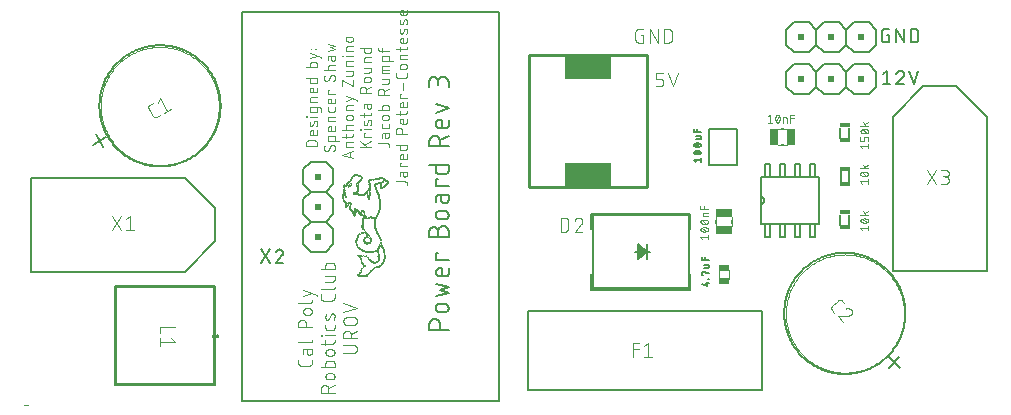
<source format=gto>
G04 EAGLE Gerber RS-274X export*
G75*
%MOMM*%
%FSLAX34Y34*%
%LPD*%
%INTop Silkscreen*%
%IPPOS*%
%AMOC8*
5,1,8,0,0,1.08239X$1,22.5*%
G01*
%ADD10C,0.152400*%
%ADD11C,0.076200*%
%ADD12C,0.101600*%
%ADD13R,0.006350X0.006350*%
%ADD14R,0.019050X0.006350*%
%ADD15R,0.012700X0.006350*%
%ADD16R,0.031750X0.006350*%
%ADD17R,0.038100X0.006350*%
%ADD18R,0.025400X0.006350*%
%ADD19R,0.050800X0.006350*%
%ADD20R,0.057150X0.006350*%
%ADD21R,0.063500X0.006350*%
%ADD22R,0.069850X0.006350*%
%ADD23R,0.044450X0.006350*%
%ADD24R,0.101600X0.006350*%
%ADD25R,0.095250X0.006350*%
%ADD26R,0.234950X0.006350*%
%ADD27R,0.203200X0.006350*%
%ADD28R,0.209550X0.006350*%
%ADD29R,0.215900X0.006350*%
%ADD30R,0.114300X0.006350*%
%ADD31R,0.107950X0.006350*%
%ADD32C,0.000000*%
%ADD33R,0.592400X0.508475*%
%ADD34R,0.593000X0.508456*%
%ADD35R,0.582200X0.508375*%
%ADD36C,0.127000*%
%ADD37R,0.950000X0.500100*%
%ADD38R,0.751250X1.450859*%
%ADD39R,0.749994X1.450316*%
%ADD40C,0.050800*%
%ADD41R,1.450859X0.751250*%
%ADD42R,1.450316X0.749994*%
%ADD43R,0.863600X0.406400*%
%ADD44C,0.203200*%
%ADD45R,0.508475X0.592400*%
%ADD46R,0.508456X0.593000*%
%ADD47R,0.508375X0.582200*%
%ADD48C,0.254000*%
%ADD49R,4.000000X2.000000*%


D10*
X359410Y63633D02*
X343154Y63633D01*
X343154Y68149D01*
X343156Y68282D01*
X343162Y68414D01*
X343172Y68546D01*
X343185Y68678D01*
X343203Y68810D01*
X343224Y68940D01*
X343249Y69071D01*
X343278Y69200D01*
X343311Y69328D01*
X343347Y69456D01*
X343387Y69582D01*
X343431Y69707D01*
X343479Y69831D01*
X343530Y69953D01*
X343585Y70074D01*
X343643Y70193D01*
X343705Y70311D01*
X343770Y70426D01*
X343839Y70540D01*
X343910Y70651D01*
X343986Y70760D01*
X344064Y70867D01*
X344145Y70972D01*
X344230Y71074D01*
X344317Y71174D01*
X344407Y71271D01*
X344500Y71366D01*
X344596Y71457D01*
X344694Y71546D01*
X344795Y71632D01*
X344899Y71715D01*
X345005Y71795D01*
X345113Y71871D01*
X345223Y71945D01*
X345336Y72015D01*
X345450Y72082D01*
X345567Y72145D01*
X345685Y72205D01*
X345805Y72262D01*
X345927Y72315D01*
X346050Y72364D01*
X346174Y72410D01*
X346300Y72452D01*
X346427Y72490D01*
X346555Y72525D01*
X346684Y72556D01*
X346813Y72583D01*
X346944Y72606D01*
X347075Y72626D01*
X347207Y72641D01*
X347339Y72653D01*
X347471Y72661D01*
X347604Y72665D01*
X347736Y72665D01*
X347869Y72661D01*
X348001Y72653D01*
X348133Y72641D01*
X348265Y72626D01*
X348396Y72606D01*
X348527Y72583D01*
X348656Y72556D01*
X348785Y72525D01*
X348913Y72490D01*
X349040Y72452D01*
X349166Y72410D01*
X349290Y72364D01*
X349413Y72315D01*
X349535Y72262D01*
X349655Y72205D01*
X349773Y72145D01*
X349890Y72082D01*
X350004Y72015D01*
X350117Y71945D01*
X350227Y71871D01*
X350335Y71795D01*
X350441Y71715D01*
X350545Y71632D01*
X350646Y71546D01*
X350744Y71457D01*
X350840Y71366D01*
X350933Y71271D01*
X351023Y71174D01*
X351110Y71074D01*
X351195Y70972D01*
X351276Y70867D01*
X351354Y70760D01*
X351430Y70651D01*
X351501Y70540D01*
X351570Y70426D01*
X351635Y70311D01*
X351697Y70193D01*
X351755Y70074D01*
X351810Y69953D01*
X351861Y69831D01*
X351909Y69707D01*
X351953Y69582D01*
X351993Y69456D01*
X352029Y69328D01*
X352062Y69200D01*
X352091Y69071D01*
X352116Y68940D01*
X352137Y68810D01*
X352155Y68678D01*
X352168Y68546D01*
X352178Y68414D01*
X352184Y68282D01*
X352186Y68149D01*
X352185Y68149D02*
X352185Y63633D01*
X352185Y78393D02*
X355798Y78393D01*
X352185Y78394D02*
X352066Y78396D01*
X351946Y78402D01*
X351827Y78412D01*
X351709Y78426D01*
X351590Y78443D01*
X351473Y78465D01*
X351356Y78490D01*
X351241Y78520D01*
X351126Y78553D01*
X351012Y78590D01*
X350900Y78630D01*
X350789Y78675D01*
X350680Y78723D01*
X350572Y78774D01*
X350466Y78829D01*
X350362Y78888D01*
X350260Y78950D01*
X350160Y79015D01*
X350062Y79084D01*
X349966Y79156D01*
X349873Y79231D01*
X349783Y79308D01*
X349695Y79389D01*
X349610Y79473D01*
X349528Y79560D01*
X349448Y79649D01*
X349372Y79741D01*
X349298Y79835D01*
X349228Y79932D01*
X349161Y80030D01*
X349097Y80131D01*
X349037Y80235D01*
X348980Y80340D01*
X348927Y80447D01*
X348877Y80555D01*
X348831Y80665D01*
X348789Y80777D01*
X348750Y80890D01*
X348715Y81004D01*
X348684Y81119D01*
X348656Y81236D01*
X348633Y81353D01*
X348613Y81470D01*
X348597Y81589D01*
X348585Y81708D01*
X348577Y81827D01*
X348573Y81946D01*
X348573Y82066D01*
X348577Y82185D01*
X348585Y82304D01*
X348597Y82423D01*
X348613Y82542D01*
X348633Y82659D01*
X348656Y82776D01*
X348684Y82893D01*
X348715Y83008D01*
X348750Y83122D01*
X348789Y83235D01*
X348831Y83347D01*
X348877Y83457D01*
X348927Y83565D01*
X348980Y83672D01*
X349037Y83777D01*
X349097Y83881D01*
X349161Y83982D01*
X349228Y84080D01*
X349298Y84177D01*
X349372Y84271D01*
X349448Y84363D01*
X349528Y84452D01*
X349610Y84539D01*
X349695Y84623D01*
X349783Y84704D01*
X349873Y84781D01*
X349966Y84856D01*
X350062Y84928D01*
X350160Y84997D01*
X350260Y85062D01*
X350362Y85124D01*
X350466Y85183D01*
X350572Y85238D01*
X350680Y85289D01*
X350789Y85337D01*
X350900Y85382D01*
X351012Y85422D01*
X351126Y85459D01*
X351241Y85492D01*
X351356Y85522D01*
X351473Y85547D01*
X351590Y85569D01*
X351709Y85586D01*
X351827Y85600D01*
X351946Y85610D01*
X352066Y85616D01*
X352185Y85618D01*
X355798Y85618D01*
X355917Y85616D01*
X356037Y85610D01*
X356156Y85600D01*
X356274Y85586D01*
X356393Y85569D01*
X356510Y85547D01*
X356627Y85522D01*
X356742Y85492D01*
X356857Y85459D01*
X356971Y85422D01*
X357083Y85382D01*
X357194Y85337D01*
X357303Y85289D01*
X357411Y85238D01*
X357517Y85183D01*
X357621Y85124D01*
X357723Y85062D01*
X357823Y84997D01*
X357921Y84928D01*
X358017Y84856D01*
X358110Y84781D01*
X358200Y84704D01*
X358288Y84623D01*
X358373Y84539D01*
X358455Y84452D01*
X358535Y84363D01*
X358611Y84271D01*
X358685Y84177D01*
X358755Y84080D01*
X358822Y83982D01*
X358886Y83881D01*
X358946Y83777D01*
X359003Y83672D01*
X359056Y83565D01*
X359106Y83457D01*
X359152Y83347D01*
X359194Y83235D01*
X359233Y83122D01*
X359268Y83008D01*
X359299Y82893D01*
X359327Y82776D01*
X359350Y82659D01*
X359370Y82542D01*
X359386Y82423D01*
X359398Y82304D01*
X359406Y82185D01*
X359410Y82066D01*
X359410Y81946D01*
X359406Y81827D01*
X359398Y81708D01*
X359386Y81589D01*
X359370Y81470D01*
X359350Y81353D01*
X359327Y81236D01*
X359299Y81119D01*
X359268Y81004D01*
X359233Y80890D01*
X359194Y80777D01*
X359152Y80665D01*
X359106Y80555D01*
X359056Y80447D01*
X359003Y80340D01*
X358946Y80235D01*
X358886Y80131D01*
X358822Y80030D01*
X358755Y79932D01*
X358685Y79835D01*
X358611Y79741D01*
X358535Y79649D01*
X358455Y79560D01*
X358373Y79473D01*
X358288Y79389D01*
X358200Y79308D01*
X358110Y79231D01*
X358017Y79156D01*
X357921Y79084D01*
X357823Y79015D01*
X357723Y78950D01*
X357621Y78888D01*
X357517Y78829D01*
X357411Y78774D01*
X357303Y78723D01*
X357194Y78675D01*
X357083Y78630D01*
X356971Y78590D01*
X356857Y78553D01*
X356742Y78520D01*
X356627Y78490D01*
X356510Y78465D01*
X356393Y78443D01*
X356274Y78426D01*
X356156Y78412D01*
X356037Y78402D01*
X355917Y78396D01*
X355798Y78394D01*
X348573Y91697D02*
X359410Y94407D01*
X352185Y97116D01*
X359410Y99825D01*
X348573Y102535D01*
X359410Y111323D02*
X359410Y115838D01*
X359410Y111323D02*
X359408Y111222D01*
X359402Y111121D01*
X359393Y111020D01*
X359380Y110919D01*
X359363Y110819D01*
X359342Y110720D01*
X359318Y110622D01*
X359290Y110525D01*
X359258Y110428D01*
X359223Y110333D01*
X359184Y110240D01*
X359142Y110148D01*
X359096Y110057D01*
X359047Y109968D01*
X358995Y109882D01*
X358939Y109797D01*
X358881Y109714D01*
X358819Y109634D01*
X358754Y109556D01*
X358687Y109480D01*
X358617Y109407D01*
X358544Y109337D01*
X358468Y109270D01*
X358390Y109205D01*
X358310Y109143D01*
X358227Y109085D01*
X358142Y109029D01*
X358056Y108977D01*
X357967Y108928D01*
X357876Y108882D01*
X357784Y108840D01*
X357691Y108801D01*
X357596Y108766D01*
X357499Y108734D01*
X357402Y108706D01*
X357304Y108682D01*
X357205Y108661D01*
X357105Y108644D01*
X357004Y108631D01*
X356903Y108622D01*
X356802Y108616D01*
X356701Y108614D01*
X352185Y108614D01*
X352066Y108616D01*
X351946Y108622D01*
X351827Y108632D01*
X351709Y108646D01*
X351590Y108663D01*
X351473Y108685D01*
X351356Y108710D01*
X351241Y108740D01*
X351126Y108773D01*
X351012Y108810D01*
X350900Y108850D01*
X350789Y108895D01*
X350680Y108943D01*
X350572Y108994D01*
X350466Y109049D01*
X350362Y109108D01*
X350260Y109170D01*
X350160Y109235D01*
X350062Y109304D01*
X349966Y109376D01*
X349873Y109451D01*
X349783Y109528D01*
X349695Y109609D01*
X349610Y109693D01*
X349528Y109780D01*
X349448Y109869D01*
X349372Y109961D01*
X349298Y110055D01*
X349228Y110152D01*
X349161Y110250D01*
X349097Y110351D01*
X349037Y110455D01*
X348980Y110560D01*
X348927Y110667D01*
X348877Y110775D01*
X348831Y110885D01*
X348789Y110997D01*
X348750Y111110D01*
X348715Y111224D01*
X348684Y111339D01*
X348656Y111456D01*
X348633Y111573D01*
X348613Y111690D01*
X348597Y111809D01*
X348585Y111928D01*
X348577Y112047D01*
X348573Y112166D01*
X348573Y112286D01*
X348577Y112405D01*
X348585Y112524D01*
X348597Y112643D01*
X348613Y112762D01*
X348633Y112879D01*
X348656Y112996D01*
X348684Y113113D01*
X348715Y113228D01*
X348750Y113342D01*
X348789Y113455D01*
X348831Y113567D01*
X348877Y113677D01*
X348927Y113785D01*
X348980Y113892D01*
X349037Y113997D01*
X349097Y114101D01*
X349161Y114202D01*
X349228Y114300D01*
X349298Y114397D01*
X349372Y114491D01*
X349448Y114583D01*
X349528Y114672D01*
X349610Y114759D01*
X349695Y114843D01*
X349783Y114924D01*
X349873Y115001D01*
X349966Y115076D01*
X350062Y115148D01*
X350160Y115217D01*
X350260Y115282D01*
X350362Y115344D01*
X350466Y115403D01*
X350572Y115458D01*
X350680Y115509D01*
X350789Y115557D01*
X350900Y115602D01*
X351012Y115642D01*
X351126Y115679D01*
X351241Y115712D01*
X351356Y115742D01*
X351473Y115767D01*
X351590Y115789D01*
X351709Y115806D01*
X351827Y115820D01*
X351946Y115830D01*
X352066Y115836D01*
X352185Y115838D01*
X353991Y115838D01*
X353991Y108614D01*
X359410Y122767D02*
X348573Y122767D01*
X348573Y128185D01*
X350379Y128185D01*
X350379Y142310D02*
X350379Y146826D01*
X350378Y146826D02*
X350380Y146959D01*
X350386Y147091D01*
X350396Y147223D01*
X350409Y147355D01*
X350427Y147487D01*
X350448Y147617D01*
X350473Y147748D01*
X350502Y147877D01*
X350535Y148005D01*
X350571Y148133D01*
X350611Y148259D01*
X350655Y148384D01*
X350703Y148508D01*
X350754Y148630D01*
X350809Y148751D01*
X350867Y148870D01*
X350929Y148988D01*
X350994Y149103D01*
X351063Y149217D01*
X351134Y149328D01*
X351210Y149437D01*
X351288Y149544D01*
X351369Y149649D01*
X351454Y149751D01*
X351541Y149851D01*
X351631Y149948D01*
X351724Y150043D01*
X351820Y150134D01*
X351918Y150223D01*
X352019Y150309D01*
X352123Y150392D01*
X352229Y150472D01*
X352337Y150548D01*
X352447Y150622D01*
X352560Y150692D01*
X352674Y150759D01*
X352791Y150822D01*
X352909Y150882D01*
X353029Y150939D01*
X353151Y150992D01*
X353274Y151041D01*
X353398Y151087D01*
X353524Y151129D01*
X353651Y151167D01*
X353779Y151202D01*
X353908Y151233D01*
X354037Y151260D01*
X354168Y151283D01*
X354299Y151303D01*
X354431Y151318D01*
X354563Y151330D01*
X354695Y151338D01*
X354828Y151342D01*
X354960Y151342D01*
X355093Y151338D01*
X355225Y151330D01*
X355357Y151318D01*
X355489Y151303D01*
X355620Y151283D01*
X355751Y151260D01*
X355880Y151233D01*
X356009Y151202D01*
X356137Y151167D01*
X356264Y151129D01*
X356390Y151087D01*
X356514Y151041D01*
X356637Y150992D01*
X356759Y150939D01*
X356879Y150882D01*
X356997Y150822D01*
X357114Y150759D01*
X357228Y150692D01*
X357341Y150622D01*
X357451Y150548D01*
X357559Y150472D01*
X357665Y150392D01*
X357769Y150309D01*
X357870Y150223D01*
X357968Y150134D01*
X358064Y150043D01*
X358157Y149948D01*
X358247Y149851D01*
X358334Y149751D01*
X358419Y149649D01*
X358500Y149544D01*
X358578Y149437D01*
X358654Y149328D01*
X358725Y149217D01*
X358794Y149103D01*
X358859Y148988D01*
X358921Y148870D01*
X358979Y148751D01*
X359034Y148630D01*
X359085Y148508D01*
X359133Y148384D01*
X359177Y148259D01*
X359217Y148133D01*
X359253Y148005D01*
X359286Y147877D01*
X359315Y147748D01*
X359340Y147617D01*
X359361Y147487D01*
X359379Y147355D01*
X359392Y147223D01*
X359402Y147091D01*
X359408Y146959D01*
X359410Y146826D01*
X359410Y142310D01*
X343154Y142310D01*
X343154Y146826D01*
X343156Y146945D01*
X343162Y147065D01*
X343172Y147184D01*
X343186Y147302D01*
X343203Y147421D01*
X343225Y147538D01*
X343250Y147655D01*
X343280Y147770D01*
X343313Y147885D01*
X343350Y147999D01*
X343390Y148111D01*
X343435Y148222D01*
X343483Y148331D01*
X343534Y148439D01*
X343589Y148545D01*
X343648Y148649D01*
X343710Y148751D01*
X343775Y148851D01*
X343844Y148949D01*
X343916Y149045D01*
X343991Y149138D01*
X344068Y149228D01*
X344149Y149316D01*
X344233Y149401D01*
X344320Y149483D01*
X344409Y149563D01*
X344501Y149639D01*
X344595Y149713D01*
X344692Y149783D01*
X344790Y149850D01*
X344891Y149914D01*
X344995Y149974D01*
X345100Y150031D01*
X345207Y150084D01*
X345315Y150134D01*
X345425Y150180D01*
X345537Y150222D01*
X345650Y150261D01*
X345764Y150296D01*
X345879Y150327D01*
X345996Y150355D01*
X346113Y150378D01*
X346230Y150398D01*
X346349Y150414D01*
X346468Y150426D01*
X346587Y150434D01*
X346706Y150438D01*
X346826Y150438D01*
X346945Y150434D01*
X347064Y150426D01*
X347183Y150414D01*
X347302Y150398D01*
X347419Y150378D01*
X347536Y150355D01*
X347653Y150327D01*
X347768Y150296D01*
X347882Y150261D01*
X347995Y150222D01*
X348107Y150180D01*
X348217Y150134D01*
X348325Y150084D01*
X348432Y150031D01*
X348537Y149974D01*
X348641Y149914D01*
X348742Y149850D01*
X348840Y149783D01*
X348937Y149713D01*
X349031Y149639D01*
X349123Y149563D01*
X349212Y149483D01*
X349299Y149401D01*
X349383Y149316D01*
X349464Y149228D01*
X349541Y149138D01*
X349616Y149045D01*
X349688Y148949D01*
X349757Y148851D01*
X349822Y148751D01*
X349884Y148649D01*
X349943Y148545D01*
X349998Y148439D01*
X350049Y148331D01*
X350097Y148222D01*
X350142Y148111D01*
X350182Y147999D01*
X350219Y147885D01*
X350252Y147770D01*
X350282Y147655D01*
X350307Y147538D01*
X350329Y147421D01*
X350346Y147302D01*
X350360Y147184D01*
X350370Y147065D01*
X350376Y146945D01*
X350378Y146826D01*
X352185Y157070D02*
X355798Y157070D01*
X352185Y157071D02*
X352066Y157073D01*
X351946Y157079D01*
X351827Y157089D01*
X351709Y157103D01*
X351590Y157120D01*
X351473Y157142D01*
X351356Y157167D01*
X351241Y157197D01*
X351126Y157230D01*
X351012Y157267D01*
X350900Y157307D01*
X350789Y157352D01*
X350680Y157400D01*
X350572Y157451D01*
X350466Y157506D01*
X350362Y157565D01*
X350260Y157627D01*
X350160Y157692D01*
X350062Y157761D01*
X349966Y157833D01*
X349873Y157908D01*
X349783Y157985D01*
X349695Y158066D01*
X349610Y158150D01*
X349528Y158237D01*
X349448Y158326D01*
X349372Y158418D01*
X349298Y158512D01*
X349228Y158609D01*
X349161Y158707D01*
X349097Y158808D01*
X349037Y158912D01*
X348980Y159017D01*
X348927Y159124D01*
X348877Y159232D01*
X348831Y159342D01*
X348789Y159454D01*
X348750Y159567D01*
X348715Y159681D01*
X348684Y159796D01*
X348656Y159913D01*
X348633Y160030D01*
X348613Y160147D01*
X348597Y160266D01*
X348585Y160385D01*
X348577Y160504D01*
X348573Y160623D01*
X348573Y160743D01*
X348577Y160862D01*
X348585Y160981D01*
X348597Y161100D01*
X348613Y161219D01*
X348633Y161336D01*
X348656Y161453D01*
X348684Y161570D01*
X348715Y161685D01*
X348750Y161799D01*
X348789Y161912D01*
X348831Y162024D01*
X348877Y162134D01*
X348927Y162242D01*
X348980Y162349D01*
X349037Y162454D01*
X349097Y162558D01*
X349161Y162659D01*
X349228Y162757D01*
X349298Y162854D01*
X349372Y162948D01*
X349448Y163040D01*
X349528Y163129D01*
X349610Y163216D01*
X349695Y163300D01*
X349783Y163381D01*
X349873Y163458D01*
X349966Y163533D01*
X350062Y163605D01*
X350160Y163674D01*
X350260Y163739D01*
X350362Y163801D01*
X350466Y163860D01*
X350572Y163915D01*
X350680Y163966D01*
X350789Y164014D01*
X350900Y164059D01*
X351012Y164099D01*
X351126Y164136D01*
X351241Y164169D01*
X351356Y164199D01*
X351473Y164224D01*
X351590Y164246D01*
X351709Y164263D01*
X351827Y164277D01*
X351946Y164287D01*
X352066Y164293D01*
X352185Y164295D01*
X355798Y164295D01*
X355917Y164293D01*
X356037Y164287D01*
X356156Y164277D01*
X356274Y164263D01*
X356393Y164246D01*
X356510Y164224D01*
X356627Y164199D01*
X356742Y164169D01*
X356857Y164136D01*
X356971Y164099D01*
X357083Y164059D01*
X357194Y164014D01*
X357303Y163966D01*
X357411Y163915D01*
X357517Y163860D01*
X357621Y163801D01*
X357723Y163739D01*
X357823Y163674D01*
X357921Y163605D01*
X358017Y163533D01*
X358110Y163458D01*
X358200Y163381D01*
X358288Y163300D01*
X358373Y163216D01*
X358455Y163129D01*
X358535Y163040D01*
X358611Y162948D01*
X358685Y162854D01*
X358755Y162757D01*
X358822Y162659D01*
X358886Y162558D01*
X358946Y162454D01*
X359003Y162349D01*
X359056Y162242D01*
X359106Y162134D01*
X359152Y162024D01*
X359194Y161912D01*
X359233Y161799D01*
X359268Y161685D01*
X359299Y161570D01*
X359327Y161453D01*
X359350Y161336D01*
X359370Y161219D01*
X359386Y161100D01*
X359398Y160981D01*
X359406Y160862D01*
X359410Y160743D01*
X359410Y160623D01*
X359406Y160504D01*
X359398Y160385D01*
X359386Y160266D01*
X359370Y160147D01*
X359350Y160030D01*
X359327Y159913D01*
X359299Y159796D01*
X359268Y159681D01*
X359233Y159567D01*
X359194Y159454D01*
X359152Y159342D01*
X359106Y159232D01*
X359056Y159124D01*
X359003Y159017D01*
X358946Y158912D01*
X358886Y158808D01*
X358822Y158707D01*
X358755Y158609D01*
X358685Y158512D01*
X358611Y158418D01*
X358535Y158326D01*
X358455Y158237D01*
X358373Y158150D01*
X358288Y158066D01*
X358200Y157985D01*
X358110Y157908D01*
X358017Y157833D01*
X357921Y157761D01*
X357823Y157692D01*
X357723Y157627D01*
X357621Y157565D01*
X357517Y157506D01*
X357411Y157451D01*
X357303Y157400D01*
X357194Y157352D01*
X357083Y157307D01*
X356971Y157267D01*
X356857Y157230D01*
X356742Y157197D01*
X356627Y157167D01*
X356510Y157142D01*
X356393Y157120D01*
X356274Y157103D01*
X356156Y157089D01*
X356037Y157079D01*
X355917Y157073D01*
X355798Y157071D01*
X353088Y173705D02*
X353088Y177769D01*
X353088Y173705D02*
X353090Y173593D01*
X353096Y173482D01*
X353106Y173371D01*
X353119Y173260D01*
X353137Y173150D01*
X353159Y173041D01*
X353184Y172932D01*
X353213Y172824D01*
X353246Y172718D01*
X353283Y172612D01*
X353323Y172508D01*
X353367Y172406D01*
X353415Y172305D01*
X353466Y172206D01*
X353521Y172108D01*
X353579Y172013D01*
X353640Y171920D01*
X353705Y171829D01*
X353773Y171740D01*
X353844Y171654D01*
X353917Y171571D01*
X353994Y171490D01*
X354074Y171411D01*
X354156Y171336D01*
X354241Y171264D01*
X354328Y171194D01*
X354418Y171128D01*
X354510Y171065D01*
X354605Y171005D01*
X354701Y170949D01*
X354799Y170896D01*
X354899Y170847D01*
X355001Y170801D01*
X355104Y170759D01*
X355209Y170720D01*
X355315Y170685D01*
X355422Y170654D01*
X355530Y170627D01*
X355639Y170603D01*
X355749Y170584D01*
X355859Y170568D01*
X355970Y170556D01*
X356082Y170548D01*
X356193Y170544D01*
X356305Y170544D01*
X356416Y170548D01*
X356528Y170556D01*
X356639Y170568D01*
X356749Y170584D01*
X356859Y170603D01*
X356968Y170627D01*
X357076Y170654D01*
X357183Y170685D01*
X357289Y170720D01*
X357394Y170759D01*
X357497Y170801D01*
X357599Y170847D01*
X357699Y170896D01*
X357797Y170949D01*
X357893Y171005D01*
X357988Y171065D01*
X358080Y171128D01*
X358170Y171194D01*
X358257Y171264D01*
X358342Y171336D01*
X358424Y171411D01*
X358504Y171490D01*
X358581Y171571D01*
X358654Y171654D01*
X358725Y171740D01*
X358793Y171829D01*
X358858Y171920D01*
X358919Y172013D01*
X358977Y172108D01*
X359032Y172206D01*
X359083Y172305D01*
X359131Y172406D01*
X359175Y172508D01*
X359215Y172612D01*
X359252Y172718D01*
X359285Y172824D01*
X359314Y172932D01*
X359339Y173041D01*
X359361Y173150D01*
X359379Y173260D01*
X359392Y173371D01*
X359402Y173482D01*
X359408Y173593D01*
X359410Y173705D01*
X359410Y177769D01*
X351282Y177769D01*
X351181Y177767D01*
X351080Y177761D01*
X350979Y177752D01*
X350878Y177739D01*
X350778Y177722D01*
X350679Y177701D01*
X350581Y177677D01*
X350484Y177649D01*
X350387Y177617D01*
X350292Y177582D01*
X350199Y177543D01*
X350107Y177501D01*
X350016Y177455D01*
X349928Y177406D01*
X349841Y177354D01*
X349756Y177298D01*
X349673Y177240D01*
X349593Y177178D01*
X349515Y177113D01*
X349439Y177046D01*
X349366Y176976D01*
X349296Y176903D01*
X349229Y176827D01*
X349164Y176749D01*
X349102Y176669D01*
X349044Y176586D01*
X348988Y176501D01*
X348936Y176415D01*
X348887Y176326D01*
X348841Y176235D01*
X348799Y176143D01*
X348760Y176050D01*
X348725Y175955D01*
X348693Y175858D01*
X348665Y175761D01*
X348641Y175663D01*
X348620Y175564D01*
X348603Y175464D01*
X348590Y175363D01*
X348581Y175262D01*
X348575Y175161D01*
X348573Y175060D01*
X348573Y171447D01*
X348573Y185291D02*
X359410Y185291D01*
X348573Y185291D02*
X348573Y190710D01*
X350379Y190710D01*
X343154Y202779D02*
X359410Y202779D01*
X359410Y198263D01*
X359408Y198162D01*
X359402Y198061D01*
X359393Y197960D01*
X359380Y197859D01*
X359363Y197759D01*
X359342Y197660D01*
X359318Y197562D01*
X359290Y197465D01*
X359258Y197368D01*
X359223Y197273D01*
X359184Y197180D01*
X359142Y197088D01*
X359096Y196997D01*
X359047Y196908D01*
X358995Y196822D01*
X358939Y196737D01*
X358881Y196654D01*
X358819Y196574D01*
X358754Y196496D01*
X358687Y196420D01*
X358617Y196347D01*
X358544Y196277D01*
X358468Y196210D01*
X358390Y196145D01*
X358310Y196083D01*
X358227Y196025D01*
X358142Y195969D01*
X358056Y195917D01*
X357967Y195868D01*
X357876Y195822D01*
X357784Y195780D01*
X357691Y195741D01*
X357596Y195706D01*
X357499Y195674D01*
X357402Y195646D01*
X357304Y195622D01*
X357205Y195601D01*
X357105Y195584D01*
X357004Y195571D01*
X356903Y195562D01*
X356802Y195556D01*
X356701Y195554D01*
X351282Y195554D01*
X351181Y195556D01*
X351080Y195562D01*
X350979Y195571D01*
X350878Y195584D01*
X350778Y195601D01*
X350679Y195622D01*
X350581Y195646D01*
X350484Y195674D01*
X350387Y195706D01*
X350292Y195741D01*
X350199Y195780D01*
X350107Y195822D01*
X350016Y195868D01*
X349928Y195917D01*
X349841Y195969D01*
X349756Y196025D01*
X349673Y196083D01*
X349593Y196145D01*
X349515Y196210D01*
X349439Y196277D01*
X349366Y196347D01*
X349296Y196420D01*
X349229Y196496D01*
X349164Y196574D01*
X349102Y196654D01*
X349044Y196737D01*
X348988Y196822D01*
X348936Y196909D01*
X348887Y196997D01*
X348841Y197088D01*
X348799Y197180D01*
X348760Y197273D01*
X348725Y197368D01*
X348693Y197465D01*
X348665Y197562D01*
X348641Y197660D01*
X348620Y197759D01*
X348603Y197859D01*
X348590Y197960D01*
X348581Y198061D01*
X348575Y198162D01*
X348573Y198263D01*
X348573Y202779D01*
X343154Y218784D02*
X359410Y218784D01*
X343154Y218784D02*
X343154Y223299D01*
X343156Y223432D01*
X343162Y223564D01*
X343172Y223696D01*
X343185Y223828D01*
X343203Y223960D01*
X343224Y224090D01*
X343249Y224221D01*
X343278Y224350D01*
X343311Y224478D01*
X343347Y224606D01*
X343387Y224732D01*
X343431Y224857D01*
X343479Y224981D01*
X343530Y225103D01*
X343585Y225224D01*
X343643Y225343D01*
X343705Y225461D01*
X343770Y225576D01*
X343839Y225690D01*
X343910Y225801D01*
X343986Y225910D01*
X344064Y226017D01*
X344145Y226122D01*
X344230Y226224D01*
X344317Y226324D01*
X344407Y226421D01*
X344500Y226516D01*
X344596Y226607D01*
X344694Y226696D01*
X344795Y226782D01*
X344899Y226865D01*
X345005Y226945D01*
X345113Y227021D01*
X345223Y227095D01*
X345336Y227165D01*
X345450Y227232D01*
X345567Y227295D01*
X345685Y227355D01*
X345805Y227412D01*
X345927Y227465D01*
X346050Y227514D01*
X346174Y227560D01*
X346300Y227602D01*
X346427Y227640D01*
X346555Y227675D01*
X346684Y227706D01*
X346813Y227733D01*
X346944Y227756D01*
X347075Y227776D01*
X347207Y227791D01*
X347339Y227803D01*
X347471Y227811D01*
X347604Y227815D01*
X347736Y227815D01*
X347869Y227811D01*
X348001Y227803D01*
X348133Y227791D01*
X348265Y227776D01*
X348396Y227756D01*
X348527Y227733D01*
X348656Y227706D01*
X348785Y227675D01*
X348913Y227640D01*
X349040Y227602D01*
X349166Y227560D01*
X349290Y227514D01*
X349413Y227465D01*
X349535Y227412D01*
X349655Y227355D01*
X349773Y227295D01*
X349890Y227232D01*
X350004Y227165D01*
X350117Y227095D01*
X350227Y227021D01*
X350335Y226945D01*
X350441Y226865D01*
X350545Y226782D01*
X350646Y226696D01*
X350744Y226607D01*
X350840Y226516D01*
X350933Y226421D01*
X351023Y226324D01*
X351110Y226224D01*
X351195Y226122D01*
X351276Y226017D01*
X351354Y225910D01*
X351430Y225801D01*
X351501Y225690D01*
X351570Y225576D01*
X351635Y225461D01*
X351697Y225343D01*
X351755Y225224D01*
X351810Y225103D01*
X351861Y224981D01*
X351909Y224857D01*
X351953Y224732D01*
X351993Y224606D01*
X352029Y224478D01*
X352062Y224350D01*
X352091Y224221D01*
X352116Y224090D01*
X352137Y223960D01*
X352155Y223828D01*
X352168Y223696D01*
X352178Y223564D01*
X352184Y223432D01*
X352186Y223299D01*
X352185Y223299D02*
X352185Y218784D01*
X352185Y224202D02*
X359410Y227815D01*
X359410Y236894D02*
X359410Y241409D01*
X359410Y236894D02*
X359408Y236793D01*
X359402Y236692D01*
X359393Y236591D01*
X359380Y236490D01*
X359363Y236390D01*
X359342Y236291D01*
X359318Y236193D01*
X359290Y236096D01*
X359258Y235999D01*
X359223Y235904D01*
X359184Y235811D01*
X359142Y235719D01*
X359096Y235628D01*
X359047Y235539D01*
X358995Y235453D01*
X358939Y235368D01*
X358881Y235285D01*
X358819Y235205D01*
X358754Y235127D01*
X358687Y235051D01*
X358617Y234978D01*
X358544Y234908D01*
X358468Y234841D01*
X358390Y234776D01*
X358310Y234714D01*
X358227Y234656D01*
X358142Y234600D01*
X358056Y234548D01*
X357967Y234499D01*
X357876Y234453D01*
X357784Y234411D01*
X357691Y234372D01*
X357596Y234337D01*
X357499Y234305D01*
X357402Y234277D01*
X357304Y234253D01*
X357205Y234232D01*
X357105Y234215D01*
X357004Y234202D01*
X356903Y234193D01*
X356802Y234187D01*
X356701Y234185D01*
X356701Y234184D02*
X352185Y234184D01*
X352185Y234185D02*
X352066Y234187D01*
X351946Y234193D01*
X351827Y234203D01*
X351709Y234217D01*
X351590Y234234D01*
X351473Y234256D01*
X351356Y234281D01*
X351241Y234311D01*
X351126Y234344D01*
X351012Y234381D01*
X350900Y234421D01*
X350789Y234466D01*
X350680Y234514D01*
X350572Y234565D01*
X350466Y234620D01*
X350362Y234679D01*
X350260Y234741D01*
X350160Y234806D01*
X350062Y234875D01*
X349966Y234947D01*
X349873Y235022D01*
X349783Y235099D01*
X349695Y235180D01*
X349610Y235264D01*
X349528Y235351D01*
X349448Y235440D01*
X349372Y235532D01*
X349298Y235626D01*
X349228Y235723D01*
X349161Y235821D01*
X349097Y235922D01*
X349037Y236026D01*
X348980Y236131D01*
X348927Y236238D01*
X348877Y236346D01*
X348831Y236456D01*
X348789Y236568D01*
X348750Y236681D01*
X348715Y236795D01*
X348684Y236910D01*
X348656Y237027D01*
X348633Y237144D01*
X348613Y237261D01*
X348597Y237380D01*
X348585Y237499D01*
X348577Y237618D01*
X348573Y237737D01*
X348573Y237857D01*
X348577Y237976D01*
X348585Y238095D01*
X348597Y238214D01*
X348613Y238333D01*
X348633Y238450D01*
X348656Y238567D01*
X348684Y238684D01*
X348715Y238799D01*
X348750Y238913D01*
X348789Y239026D01*
X348831Y239138D01*
X348877Y239248D01*
X348927Y239356D01*
X348980Y239463D01*
X349037Y239568D01*
X349097Y239672D01*
X349161Y239773D01*
X349228Y239871D01*
X349298Y239968D01*
X349372Y240062D01*
X349448Y240154D01*
X349528Y240243D01*
X349610Y240330D01*
X349695Y240414D01*
X349783Y240495D01*
X349873Y240572D01*
X349966Y240647D01*
X350062Y240719D01*
X350160Y240788D01*
X350260Y240853D01*
X350362Y240915D01*
X350466Y240974D01*
X350572Y241029D01*
X350680Y241080D01*
X350789Y241128D01*
X350900Y241173D01*
X351012Y241213D01*
X351126Y241250D01*
X351241Y241283D01*
X351356Y241313D01*
X351473Y241338D01*
X351590Y241360D01*
X351709Y241377D01*
X351827Y241391D01*
X351946Y241401D01*
X352066Y241407D01*
X352185Y241409D01*
X353991Y241409D01*
X353991Y234184D01*
X348573Y247210D02*
X359410Y250823D01*
X348573Y254435D01*
X359410Y268712D02*
X359410Y273228D01*
X359408Y273361D01*
X359402Y273493D01*
X359392Y273625D01*
X359379Y273757D01*
X359361Y273889D01*
X359340Y274019D01*
X359315Y274150D01*
X359286Y274279D01*
X359253Y274407D01*
X359217Y274535D01*
X359177Y274661D01*
X359133Y274786D01*
X359085Y274910D01*
X359034Y275032D01*
X358979Y275153D01*
X358921Y275272D01*
X358859Y275390D01*
X358794Y275505D01*
X358725Y275619D01*
X358654Y275730D01*
X358578Y275839D01*
X358500Y275946D01*
X358419Y276051D01*
X358334Y276153D01*
X358247Y276253D01*
X358157Y276350D01*
X358064Y276445D01*
X357968Y276536D01*
X357870Y276625D01*
X357769Y276711D01*
X357665Y276794D01*
X357559Y276874D01*
X357451Y276950D01*
X357341Y277024D01*
X357228Y277094D01*
X357114Y277161D01*
X356997Y277224D01*
X356879Y277284D01*
X356759Y277341D01*
X356637Y277394D01*
X356514Y277443D01*
X356390Y277489D01*
X356264Y277531D01*
X356137Y277569D01*
X356009Y277604D01*
X355880Y277635D01*
X355751Y277662D01*
X355620Y277685D01*
X355489Y277705D01*
X355357Y277720D01*
X355225Y277732D01*
X355093Y277740D01*
X354960Y277744D01*
X354828Y277744D01*
X354695Y277740D01*
X354563Y277732D01*
X354431Y277720D01*
X354299Y277705D01*
X354168Y277685D01*
X354037Y277662D01*
X353908Y277635D01*
X353779Y277604D01*
X353651Y277569D01*
X353524Y277531D01*
X353398Y277489D01*
X353274Y277443D01*
X353151Y277394D01*
X353029Y277341D01*
X352909Y277284D01*
X352791Y277224D01*
X352674Y277161D01*
X352560Y277094D01*
X352447Y277024D01*
X352337Y276950D01*
X352229Y276874D01*
X352123Y276794D01*
X352019Y276711D01*
X351918Y276625D01*
X351820Y276536D01*
X351724Y276445D01*
X351631Y276350D01*
X351541Y276253D01*
X351454Y276153D01*
X351369Y276051D01*
X351288Y275946D01*
X351210Y275839D01*
X351134Y275730D01*
X351063Y275619D01*
X350994Y275505D01*
X350929Y275390D01*
X350867Y275272D01*
X350809Y275153D01*
X350754Y275032D01*
X350703Y274910D01*
X350655Y274786D01*
X350611Y274661D01*
X350571Y274535D01*
X350535Y274407D01*
X350502Y274279D01*
X350473Y274150D01*
X350448Y274019D01*
X350427Y273889D01*
X350409Y273757D01*
X350396Y273625D01*
X350386Y273493D01*
X350380Y273361D01*
X350378Y273228D01*
X343154Y274131D02*
X343154Y268712D01*
X343154Y274131D02*
X343156Y274250D01*
X343162Y274370D01*
X343172Y274489D01*
X343186Y274607D01*
X343203Y274726D01*
X343225Y274843D01*
X343250Y274960D01*
X343280Y275075D01*
X343313Y275190D01*
X343350Y275304D01*
X343390Y275416D01*
X343435Y275527D01*
X343483Y275636D01*
X343534Y275744D01*
X343589Y275850D01*
X343648Y275954D01*
X343710Y276056D01*
X343775Y276156D01*
X343844Y276254D01*
X343916Y276350D01*
X343991Y276443D01*
X344068Y276533D01*
X344149Y276621D01*
X344233Y276706D01*
X344320Y276788D01*
X344409Y276868D01*
X344501Y276944D01*
X344595Y277018D01*
X344692Y277088D01*
X344790Y277155D01*
X344891Y277219D01*
X344995Y277279D01*
X345100Y277336D01*
X345207Y277389D01*
X345315Y277439D01*
X345425Y277485D01*
X345537Y277527D01*
X345650Y277566D01*
X345764Y277601D01*
X345879Y277632D01*
X345996Y277660D01*
X346113Y277683D01*
X346230Y277703D01*
X346349Y277719D01*
X346468Y277731D01*
X346587Y277739D01*
X346706Y277743D01*
X346826Y277743D01*
X346945Y277739D01*
X347064Y277731D01*
X347183Y277719D01*
X347302Y277703D01*
X347419Y277683D01*
X347536Y277660D01*
X347653Y277632D01*
X347768Y277601D01*
X347882Y277566D01*
X347995Y277527D01*
X348107Y277485D01*
X348217Y277439D01*
X348325Y277389D01*
X348432Y277336D01*
X348537Y277279D01*
X348641Y277219D01*
X348742Y277155D01*
X348840Y277088D01*
X348937Y277018D01*
X349031Y276944D01*
X349123Y276868D01*
X349212Y276788D01*
X349299Y276706D01*
X349383Y276621D01*
X349464Y276533D01*
X349541Y276443D01*
X349616Y276350D01*
X349688Y276254D01*
X349757Y276156D01*
X349822Y276056D01*
X349884Y275954D01*
X349943Y275850D01*
X349998Y275744D01*
X350049Y275636D01*
X350097Y275527D01*
X350142Y275416D01*
X350182Y275304D01*
X350219Y275190D01*
X350252Y275075D01*
X350282Y274960D01*
X350307Y274843D01*
X350329Y274726D01*
X350346Y274607D01*
X350360Y274489D01*
X350370Y274370D01*
X350376Y274250D01*
X350378Y274131D01*
X350379Y274131D02*
X350379Y270518D01*
D11*
X248031Y218732D02*
X238633Y218732D01*
X238633Y221342D01*
X238635Y221442D01*
X238641Y221542D01*
X238650Y221641D01*
X238664Y221741D01*
X238681Y221839D01*
X238702Y221937D01*
X238726Y222034D01*
X238755Y222130D01*
X238787Y222225D01*
X238822Y222318D01*
X238861Y222410D01*
X238904Y222501D01*
X238950Y222589D01*
X239000Y222676D01*
X239052Y222761D01*
X239108Y222844D01*
X239167Y222925D01*
X239230Y223003D01*
X239295Y223079D01*
X239363Y223153D01*
X239433Y223223D01*
X239507Y223291D01*
X239583Y223356D01*
X239661Y223419D01*
X239742Y223478D01*
X239825Y223534D01*
X239910Y223586D01*
X239997Y223636D01*
X240085Y223682D01*
X240176Y223725D01*
X240268Y223764D01*
X240361Y223799D01*
X240456Y223831D01*
X240552Y223860D01*
X240649Y223884D01*
X240747Y223905D01*
X240845Y223922D01*
X240945Y223936D01*
X241044Y223945D01*
X241144Y223951D01*
X241244Y223953D01*
X245420Y223953D01*
X245520Y223951D01*
X245620Y223945D01*
X245719Y223936D01*
X245819Y223922D01*
X245917Y223905D01*
X246015Y223884D01*
X246112Y223860D01*
X246208Y223831D01*
X246303Y223799D01*
X246396Y223764D01*
X246488Y223725D01*
X246579Y223682D01*
X246667Y223636D01*
X246754Y223586D01*
X246839Y223534D01*
X246922Y223478D01*
X247003Y223419D01*
X247081Y223356D01*
X247157Y223291D01*
X247231Y223223D01*
X247301Y223153D01*
X247369Y223079D01*
X247434Y223003D01*
X247497Y222925D01*
X247556Y222844D01*
X247612Y222761D01*
X247664Y222676D01*
X247714Y222589D01*
X247760Y222501D01*
X247803Y222410D01*
X247842Y222318D01*
X247877Y222225D01*
X247909Y222130D01*
X247938Y222034D01*
X247962Y221937D01*
X247983Y221839D01*
X248000Y221741D01*
X248014Y221641D01*
X248023Y221542D01*
X248029Y221442D01*
X248031Y221342D01*
X248031Y218732D01*
X248031Y229659D02*
X248031Y232270D01*
X248031Y229659D02*
X248029Y229582D01*
X248023Y229506D01*
X248014Y229429D01*
X248001Y229353D01*
X247984Y229278D01*
X247964Y229204D01*
X247939Y229131D01*
X247912Y229060D01*
X247881Y228989D01*
X247846Y228921D01*
X247808Y228854D01*
X247767Y228789D01*
X247723Y228726D01*
X247676Y228666D01*
X247625Y228607D01*
X247572Y228552D01*
X247517Y228499D01*
X247458Y228448D01*
X247398Y228401D01*
X247335Y228357D01*
X247270Y228316D01*
X247203Y228278D01*
X247135Y228243D01*
X247064Y228212D01*
X246993Y228185D01*
X246920Y228160D01*
X246846Y228140D01*
X246771Y228123D01*
X246695Y228110D01*
X246618Y228101D01*
X246542Y228095D01*
X246465Y228093D01*
X243854Y228093D01*
X243764Y228095D01*
X243675Y228101D01*
X243585Y228110D01*
X243496Y228124D01*
X243408Y228141D01*
X243321Y228162D01*
X243234Y228187D01*
X243149Y228216D01*
X243065Y228248D01*
X242983Y228283D01*
X242902Y228323D01*
X242823Y228365D01*
X242746Y228411D01*
X242671Y228461D01*
X242598Y228513D01*
X242527Y228569D01*
X242459Y228627D01*
X242394Y228689D01*
X242331Y228753D01*
X242271Y228820D01*
X242214Y228889D01*
X242160Y228961D01*
X242109Y229035D01*
X242061Y229111D01*
X242017Y229189D01*
X241976Y229269D01*
X241938Y229351D01*
X241904Y229434D01*
X241874Y229519D01*
X241847Y229605D01*
X241824Y229691D01*
X241805Y229779D01*
X241790Y229868D01*
X241778Y229957D01*
X241770Y230046D01*
X241766Y230136D01*
X241766Y230226D01*
X241770Y230316D01*
X241778Y230405D01*
X241790Y230494D01*
X241805Y230583D01*
X241824Y230671D01*
X241847Y230757D01*
X241874Y230843D01*
X241904Y230928D01*
X241938Y231011D01*
X241976Y231093D01*
X242017Y231173D01*
X242061Y231251D01*
X242109Y231327D01*
X242160Y231401D01*
X242214Y231473D01*
X242271Y231542D01*
X242331Y231609D01*
X242394Y231673D01*
X242459Y231735D01*
X242527Y231793D01*
X242598Y231849D01*
X242671Y231901D01*
X242746Y231951D01*
X242823Y231997D01*
X242902Y232039D01*
X242983Y232079D01*
X243065Y232114D01*
X243149Y232146D01*
X243234Y232175D01*
X243321Y232200D01*
X243408Y232221D01*
X243496Y232238D01*
X243585Y232252D01*
X243675Y232261D01*
X243764Y232267D01*
X243854Y232269D01*
X243854Y232270D02*
X244898Y232270D01*
X244898Y228093D01*
X244376Y236801D02*
X245420Y239411D01*
X244376Y236801D02*
X244348Y236735D01*
X244315Y236670D01*
X244280Y236607D01*
X244241Y236546D01*
X244199Y236487D01*
X244154Y236431D01*
X244106Y236377D01*
X244055Y236326D01*
X244002Y236277D01*
X243945Y236232D01*
X243887Y236189D01*
X243827Y236150D01*
X243764Y236113D01*
X243699Y236081D01*
X243633Y236052D01*
X243566Y236026D01*
X243497Y236004D01*
X243427Y235986D01*
X243356Y235971D01*
X243285Y235960D01*
X243213Y235953D01*
X243141Y235950D01*
X243069Y235951D01*
X242996Y235956D01*
X242925Y235964D01*
X242853Y235976D01*
X242783Y235992D01*
X242714Y236012D01*
X242645Y236036D01*
X242578Y236063D01*
X242513Y236093D01*
X242449Y236127D01*
X242387Y236165D01*
X242327Y236205D01*
X242270Y236249D01*
X242215Y236296D01*
X242162Y236346D01*
X242113Y236398D01*
X242066Y236453D01*
X242022Y236510D01*
X241981Y236570D01*
X241944Y236632D01*
X241909Y236696D01*
X241879Y236761D01*
X241851Y236828D01*
X241828Y236896D01*
X241808Y236966D01*
X241792Y237036D01*
X241779Y237107D01*
X241771Y237179D01*
X241766Y237251D01*
X241765Y237323D01*
X241766Y237323D02*
X241770Y237474D01*
X241778Y237625D01*
X241789Y237776D01*
X241805Y237927D01*
X241825Y238077D01*
X241848Y238227D01*
X241875Y238376D01*
X241906Y238524D01*
X241941Y238672D01*
X241979Y238818D01*
X242022Y238964D01*
X242068Y239108D01*
X242117Y239251D01*
X242170Y239393D01*
X242227Y239533D01*
X242288Y239672D01*
X245420Y239412D02*
X245448Y239478D01*
X245481Y239543D01*
X245516Y239606D01*
X245555Y239667D01*
X245597Y239726D01*
X245642Y239782D01*
X245690Y239836D01*
X245741Y239887D01*
X245794Y239936D01*
X245851Y239982D01*
X245909Y240024D01*
X245969Y240063D01*
X246032Y240100D01*
X246097Y240132D01*
X246163Y240161D01*
X246230Y240187D01*
X246299Y240209D01*
X246369Y240227D01*
X246440Y240242D01*
X246511Y240253D01*
X246583Y240260D01*
X246655Y240263D01*
X246727Y240262D01*
X246800Y240257D01*
X246871Y240249D01*
X246943Y240237D01*
X247013Y240221D01*
X247082Y240201D01*
X247151Y240177D01*
X247218Y240150D01*
X247283Y240120D01*
X247347Y240086D01*
X247409Y240048D01*
X247469Y240008D01*
X247526Y239964D01*
X247581Y239917D01*
X247634Y239867D01*
X247683Y239815D01*
X247730Y239760D01*
X247774Y239703D01*
X247815Y239643D01*
X247852Y239581D01*
X247887Y239517D01*
X247917Y239452D01*
X247945Y239385D01*
X247968Y239317D01*
X247988Y239247D01*
X248004Y239177D01*
X248017Y239106D01*
X248025Y239034D01*
X248030Y238962D01*
X248031Y238890D01*
X248026Y238680D01*
X248015Y238471D01*
X248000Y238262D01*
X247980Y238054D01*
X247954Y237846D01*
X247924Y237639D01*
X247889Y237432D01*
X247849Y237227D01*
X247805Y237022D01*
X247755Y236819D01*
X247701Y236616D01*
X247641Y236415D01*
X247578Y236216D01*
X247509Y236018D01*
X248031Y243897D02*
X241766Y243897D01*
X239155Y243636D02*
X238633Y243636D01*
X238633Y244158D01*
X239155Y244158D01*
X239155Y243636D01*
X248031Y249121D02*
X248031Y251731D01*
X248031Y249121D02*
X248029Y249044D01*
X248023Y248968D01*
X248014Y248891D01*
X248001Y248815D01*
X247984Y248740D01*
X247964Y248666D01*
X247939Y248593D01*
X247912Y248522D01*
X247881Y248451D01*
X247846Y248383D01*
X247808Y248316D01*
X247767Y248251D01*
X247723Y248188D01*
X247676Y248128D01*
X247625Y248069D01*
X247572Y248014D01*
X247517Y247961D01*
X247458Y247910D01*
X247398Y247863D01*
X247335Y247819D01*
X247270Y247778D01*
X247203Y247740D01*
X247135Y247705D01*
X247064Y247674D01*
X246993Y247647D01*
X246920Y247622D01*
X246846Y247602D01*
X246771Y247585D01*
X246695Y247572D01*
X246618Y247563D01*
X246542Y247557D01*
X246465Y247555D01*
X246465Y247554D02*
X243332Y247554D01*
X243332Y247555D02*
X243255Y247557D01*
X243179Y247563D01*
X243102Y247572D01*
X243026Y247585D01*
X242951Y247602D01*
X242877Y247622D01*
X242804Y247647D01*
X242733Y247674D01*
X242662Y247705D01*
X242594Y247740D01*
X242527Y247778D01*
X242462Y247819D01*
X242399Y247863D01*
X242339Y247910D01*
X242280Y247961D01*
X242225Y248014D01*
X242172Y248069D01*
X242121Y248128D01*
X242074Y248188D01*
X242030Y248251D01*
X241989Y248316D01*
X241951Y248383D01*
X241916Y248451D01*
X241885Y248522D01*
X241858Y248593D01*
X241833Y248666D01*
X241813Y248740D01*
X241796Y248815D01*
X241783Y248891D01*
X241774Y248968D01*
X241768Y249044D01*
X241766Y249121D01*
X241766Y251731D01*
X249597Y251731D01*
X249674Y251729D01*
X249750Y251723D01*
X249827Y251714D01*
X249903Y251701D01*
X249978Y251684D01*
X250052Y251664D01*
X250125Y251639D01*
X250196Y251612D01*
X250267Y251581D01*
X250335Y251546D01*
X250402Y251508D01*
X250467Y251467D01*
X250530Y251423D01*
X250590Y251376D01*
X250649Y251325D01*
X250704Y251272D01*
X250757Y251217D01*
X250808Y251158D01*
X250855Y251098D01*
X250899Y251035D01*
X250940Y250970D01*
X250978Y250903D01*
X251013Y250835D01*
X251044Y250764D01*
X251071Y250693D01*
X251096Y250620D01*
X251116Y250546D01*
X251133Y250471D01*
X251146Y250395D01*
X251155Y250318D01*
X251161Y250242D01*
X251163Y250165D01*
X251164Y250165D02*
X251164Y248077D01*
X248031Y256134D02*
X241766Y256134D01*
X241766Y258745D01*
X241768Y258822D01*
X241774Y258898D01*
X241783Y258975D01*
X241796Y259051D01*
X241813Y259126D01*
X241833Y259200D01*
X241858Y259273D01*
X241885Y259344D01*
X241916Y259415D01*
X241951Y259483D01*
X241989Y259550D01*
X242030Y259615D01*
X242074Y259678D01*
X242121Y259738D01*
X242172Y259797D01*
X242225Y259852D01*
X242280Y259905D01*
X242339Y259956D01*
X242399Y260003D01*
X242462Y260047D01*
X242527Y260088D01*
X242594Y260126D01*
X242662Y260161D01*
X242733Y260192D01*
X242804Y260219D01*
X242877Y260244D01*
X242951Y260264D01*
X243026Y260281D01*
X243102Y260294D01*
X243178Y260303D01*
X243255Y260309D01*
X243332Y260311D01*
X248031Y260311D01*
X248031Y265930D02*
X248031Y268541D01*
X248031Y265930D02*
X248029Y265853D01*
X248023Y265777D01*
X248014Y265700D01*
X248001Y265624D01*
X247984Y265549D01*
X247964Y265475D01*
X247939Y265402D01*
X247912Y265331D01*
X247881Y265260D01*
X247846Y265192D01*
X247808Y265125D01*
X247767Y265060D01*
X247723Y264997D01*
X247676Y264937D01*
X247625Y264878D01*
X247572Y264823D01*
X247517Y264770D01*
X247458Y264719D01*
X247398Y264672D01*
X247335Y264628D01*
X247270Y264587D01*
X247203Y264549D01*
X247135Y264514D01*
X247064Y264483D01*
X246993Y264456D01*
X246920Y264431D01*
X246846Y264411D01*
X246771Y264394D01*
X246695Y264381D01*
X246618Y264372D01*
X246542Y264366D01*
X246465Y264364D01*
X243854Y264364D01*
X243764Y264366D01*
X243675Y264372D01*
X243585Y264381D01*
X243496Y264395D01*
X243408Y264412D01*
X243321Y264433D01*
X243234Y264458D01*
X243149Y264487D01*
X243065Y264519D01*
X242983Y264554D01*
X242902Y264594D01*
X242823Y264636D01*
X242746Y264682D01*
X242671Y264732D01*
X242598Y264784D01*
X242527Y264840D01*
X242459Y264898D01*
X242394Y264960D01*
X242331Y265024D01*
X242271Y265091D01*
X242214Y265160D01*
X242160Y265232D01*
X242109Y265306D01*
X242061Y265382D01*
X242017Y265460D01*
X241976Y265540D01*
X241938Y265622D01*
X241904Y265705D01*
X241874Y265790D01*
X241847Y265876D01*
X241824Y265962D01*
X241805Y266050D01*
X241790Y266139D01*
X241778Y266228D01*
X241770Y266317D01*
X241766Y266407D01*
X241766Y266497D01*
X241770Y266587D01*
X241778Y266676D01*
X241790Y266765D01*
X241805Y266854D01*
X241824Y266942D01*
X241847Y267028D01*
X241874Y267114D01*
X241904Y267199D01*
X241938Y267282D01*
X241976Y267364D01*
X242017Y267444D01*
X242061Y267522D01*
X242109Y267598D01*
X242160Y267672D01*
X242214Y267744D01*
X242271Y267813D01*
X242331Y267880D01*
X242394Y267944D01*
X242459Y268006D01*
X242527Y268064D01*
X242598Y268120D01*
X242671Y268172D01*
X242746Y268222D01*
X242823Y268268D01*
X242902Y268310D01*
X242983Y268350D01*
X243065Y268385D01*
X243149Y268417D01*
X243234Y268446D01*
X243321Y268471D01*
X243408Y268492D01*
X243496Y268509D01*
X243585Y268523D01*
X243675Y268532D01*
X243764Y268538D01*
X243854Y268540D01*
X243854Y268541D02*
X244898Y268541D01*
X244898Y264364D01*
X248031Y276420D02*
X238633Y276420D01*
X248031Y276420D02*
X248031Y273809D01*
X248029Y273732D01*
X248023Y273656D01*
X248014Y273579D01*
X248001Y273503D01*
X247984Y273428D01*
X247964Y273354D01*
X247939Y273281D01*
X247912Y273210D01*
X247881Y273139D01*
X247846Y273071D01*
X247808Y273004D01*
X247767Y272939D01*
X247723Y272876D01*
X247676Y272816D01*
X247625Y272757D01*
X247572Y272702D01*
X247517Y272649D01*
X247458Y272598D01*
X247398Y272551D01*
X247335Y272507D01*
X247270Y272466D01*
X247203Y272428D01*
X247135Y272393D01*
X247064Y272362D01*
X246993Y272335D01*
X246920Y272310D01*
X246846Y272290D01*
X246771Y272273D01*
X246695Y272260D01*
X246618Y272251D01*
X246542Y272245D01*
X246465Y272243D01*
X243332Y272243D01*
X243255Y272245D01*
X243179Y272251D01*
X243102Y272260D01*
X243026Y272273D01*
X242951Y272290D01*
X242877Y272310D01*
X242804Y272335D01*
X242733Y272362D01*
X242662Y272393D01*
X242594Y272428D01*
X242527Y272466D01*
X242462Y272507D01*
X242399Y272551D01*
X242339Y272598D01*
X242280Y272649D01*
X242225Y272702D01*
X242172Y272757D01*
X242121Y272816D01*
X242074Y272876D01*
X242030Y272939D01*
X241989Y273004D01*
X241951Y273071D01*
X241916Y273139D01*
X241885Y273210D01*
X241858Y273281D01*
X241833Y273354D01*
X241813Y273428D01*
X241796Y273503D01*
X241783Y273579D01*
X241774Y273656D01*
X241768Y273732D01*
X241766Y273809D01*
X241766Y276420D01*
X238633Y285745D02*
X248031Y285745D01*
X248031Y288356D01*
X248029Y288433D01*
X248023Y288509D01*
X248014Y288586D01*
X248001Y288662D01*
X247984Y288737D01*
X247964Y288811D01*
X247939Y288884D01*
X247912Y288955D01*
X247881Y289026D01*
X247846Y289094D01*
X247808Y289161D01*
X247767Y289226D01*
X247723Y289289D01*
X247676Y289349D01*
X247625Y289408D01*
X247572Y289463D01*
X247517Y289516D01*
X247458Y289567D01*
X247398Y289614D01*
X247335Y289658D01*
X247270Y289699D01*
X247203Y289737D01*
X247135Y289772D01*
X247064Y289803D01*
X246993Y289830D01*
X246920Y289855D01*
X246846Y289875D01*
X246771Y289892D01*
X246695Y289905D01*
X246618Y289914D01*
X246542Y289920D01*
X246465Y289922D01*
X243332Y289922D01*
X243255Y289920D01*
X243179Y289914D01*
X243102Y289905D01*
X243026Y289892D01*
X242951Y289875D01*
X242877Y289855D01*
X242804Y289830D01*
X242733Y289803D01*
X242662Y289772D01*
X242594Y289737D01*
X242527Y289699D01*
X242462Y289658D01*
X242399Y289614D01*
X242339Y289567D01*
X242280Y289516D01*
X242225Y289463D01*
X242172Y289408D01*
X242121Y289349D01*
X242074Y289289D01*
X242030Y289226D01*
X241989Y289161D01*
X241951Y289094D01*
X241916Y289026D01*
X241885Y288955D01*
X241858Y288884D01*
X241833Y288811D01*
X241813Y288737D01*
X241796Y288662D01*
X241783Y288586D01*
X241774Y288509D01*
X241768Y288433D01*
X241766Y288356D01*
X241766Y285745D01*
X251164Y293320D02*
X251164Y294364D01*
X241766Y297497D01*
X241766Y293320D02*
X248031Y295408D01*
X247248Y300938D02*
X246726Y300938D01*
X246726Y301460D01*
X247248Y301460D01*
X247248Y300938D01*
X243071Y300938D02*
X242549Y300938D01*
X242549Y301460D01*
X243071Y301460D01*
X243071Y300938D01*
X261183Y219773D02*
X261272Y219771D01*
X261360Y219765D01*
X261448Y219756D01*
X261536Y219743D01*
X261623Y219726D01*
X261709Y219706D01*
X261794Y219681D01*
X261879Y219654D01*
X261962Y219622D01*
X262043Y219588D01*
X262123Y219549D01*
X262201Y219508D01*
X262278Y219463D01*
X262352Y219415D01*
X262425Y219364D01*
X262495Y219310D01*
X262562Y219252D01*
X262628Y219192D01*
X262690Y219130D01*
X262750Y219064D01*
X262808Y218997D01*
X262862Y218927D01*
X262913Y218854D01*
X262961Y218780D01*
X263006Y218703D01*
X263047Y218625D01*
X263086Y218545D01*
X263120Y218464D01*
X263152Y218381D01*
X263179Y218296D01*
X263204Y218211D01*
X263224Y218125D01*
X263241Y218038D01*
X263254Y217950D01*
X263263Y217862D01*
X263269Y217774D01*
X263271Y217685D01*
X263269Y217556D01*
X263263Y217427D01*
X263254Y217298D01*
X263241Y217170D01*
X263224Y217042D01*
X263203Y216915D01*
X263179Y216788D01*
X263151Y216662D01*
X263119Y216537D01*
X263084Y216413D01*
X263045Y216290D01*
X263002Y216168D01*
X262956Y216048D01*
X262906Y215929D01*
X262853Y215811D01*
X262797Y215695D01*
X262737Y215581D01*
X262674Y215468D01*
X262607Y215358D01*
X262538Y215249D01*
X262465Y215143D01*
X262389Y215038D01*
X262310Y214936D01*
X262228Y214837D01*
X262144Y214739D01*
X262056Y214644D01*
X261966Y214552D01*
X255961Y214814D02*
X255872Y214816D01*
X255784Y214822D01*
X255696Y214831D01*
X255608Y214844D01*
X255521Y214861D01*
X255435Y214881D01*
X255350Y214906D01*
X255265Y214933D01*
X255182Y214965D01*
X255101Y214999D01*
X255021Y215038D01*
X254943Y215079D01*
X254866Y215124D01*
X254792Y215172D01*
X254719Y215223D01*
X254649Y215277D01*
X254582Y215335D01*
X254516Y215395D01*
X254454Y215457D01*
X254394Y215523D01*
X254336Y215590D01*
X254282Y215660D01*
X254231Y215733D01*
X254183Y215807D01*
X254138Y215884D01*
X254097Y215962D01*
X254058Y216042D01*
X254024Y216123D01*
X253992Y216206D01*
X253965Y216291D01*
X253940Y216376D01*
X253920Y216462D01*
X253903Y216549D01*
X253890Y216637D01*
X253881Y216725D01*
X253875Y216813D01*
X253873Y216902D01*
X253875Y217022D01*
X253880Y217142D01*
X253890Y217261D01*
X253902Y217381D01*
X253919Y217500D01*
X253939Y217618D01*
X253963Y217736D01*
X253990Y217852D01*
X254021Y217968D01*
X254055Y218083D01*
X254093Y218197D01*
X254135Y218310D01*
X254180Y218421D01*
X254228Y218531D01*
X254279Y218639D01*
X254334Y218746D01*
X254392Y218851D01*
X254454Y218954D01*
X254518Y219055D01*
X254586Y219155D01*
X254656Y219252D01*
X257788Y215858D02*
X257740Y215780D01*
X257688Y215704D01*
X257634Y215631D01*
X257576Y215560D01*
X257515Y215491D01*
X257451Y215425D01*
X257384Y215362D01*
X257315Y215302D01*
X257243Y215245D01*
X257169Y215191D01*
X257092Y215141D01*
X257013Y215093D01*
X256933Y215050D01*
X256850Y215009D01*
X256766Y214973D01*
X256681Y214940D01*
X256594Y214911D01*
X256505Y214885D01*
X256416Y214863D01*
X256326Y214846D01*
X256236Y214832D01*
X256144Y214822D01*
X256053Y214816D01*
X255961Y214814D01*
X259356Y218730D02*
X259404Y218808D01*
X259456Y218884D01*
X259510Y218957D01*
X259568Y219028D01*
X259629Y219097D01*
X259693Y219163D01*
X259760Y219226D01*
X259829Y219286D01*
X259901Y219343D01*
X259975Y219397D01*
X260052Y219447D01*
X260131Y219495D01*
X260211Y219538D01*
X260294Y219579D01*
X260378Y219615D01*
X260463Y219648D01*
X260550Y219677D01*
X260639Y219703D01*
X260728Y219725D01*
X260818Y219742D01*
X260908Y219756D01*
X261000Y219766D01*
X261091Y219772D01*
X261183Y219774D01*
X259355Y218730D02*
X257789Y215858D01*
X257006Y223655D02*
X266404Y223655D01*
X257006Y223655D02*
X257006Y226265D01*
X257008Y226342D01*
X257014Y226418D01*
X257023Y226495D01*
X257036Y226571D01*
X257053Y226646D01*
X257073Y226720D01*
X257098Y226793D01*
X257125Y226864D01*
X257156Y226935D01*
X257191Y227003D01*
X257229Y227070D01*
X257270Y227135D01*
X257314Y227198D01*
X257361Y227258D01*
X257412Y227317D01*
X257465Y227372D01*
X257520Y227425D01*
X257579Y227476D01*
X257639Y227523D01*
X257702Y227567D01*
X257767Y227608D01*
X257834Y227646D01*
X257902Y227681D01*
X257973Y227712D01*
X258044Y227739D01*
X258117Y227764D01*
X258191Y227784D01*
X258266Y227801D01*
X258342Y227814D01*
X258418Y227823D01*
X258495Y227829D01*
X258572Y227831D01*
X258572Y227832D02*
X261705Y227832D01*
X261705Y227831D02*
X261782Y227829D01*
X261858Y227823D01*
X261935Y227814D01*
X262011Y227801D01*
X262086Y227784D01*
X262160Y227764D01*
X262233Y227739D01*
X262304Y227712D01*
X262375Y227681D01*
X262443Y227646D01*
X262510Y227608D01*
X262575Y227567D01*
X262638Y227523D01*
X262698Y227476D01*
X262757Y227425D01*
X262812Y227372D01*
X262865Y227317D01*
X262916Y227258D01*
X262963Y227198D01*
X263007Y227135D01*
X263048Y227070D01*
X263086Y227003D01*
X263121Y226935D01*
X263152Y226864D01*
X263179Y226793D01*
X263204Y226720D01*
X263224Y226646D01*
X263241Y226571D01*
X263254Y226495D01*
X263263Y226418D01*
X263269Y226342D01*
X263271Y226265D01*
X263271Y223655D01*
X263271Y233100D02*
X263271Y235711D01*
X263271Y233100D02*
X263269Y233023D01*
X263263Y232947D01*
X263254Y232870D01*
X263241Y232794D01*
X263224Y232719D01*
X263204Y232645D01*
X263179Y232572D01*
X263152Y232501D01*
X263121Y232430D01*
X263086Y232362D01*
X263048Y232295D01*
X263007Y232230D01*
X262963Y232167D01*
X262916Y232107D01*
X262865Y232048D01*
X262812Y231993D01*
X262757Y231940D01*
X262698Y231889D01*
X262638Y231842D01*
X262575Y231798D01*
X262510Y231757D01*
X262443Y231719D01*
X262375Y231684D01*
X262304Y231653D01*
X262233Y231626D01*
X262160Y231601D01*
X262086Y231581D01*
X262011Y231564D01*
X261935Y231551D01*
X261858Y231542D01*
X261782Y231536D01*
X261705Y231534D01*
X259094Y231534D01*
X259004Y231536D01*
X258915Y231542D01*
X258825Y231551D01*
X258736Y231565D01*
X258648Y231582D01*
X258561Y231603D01*
X258474Y231628D01*
X258389Y231657D01*
X258305Y231689D01*
X258223Y231724D01*
X258142Y231764D01*
X258063Y231806D01*
X257986Y231852D01*
X257911Y231902D01*
X257838Y231954D01*
X257767Y232010D01*
X257699Y232068D01*
X257634Y232130D01*
X257571Y232194D01*
X257511Y232261D01*
X257454Y232330D01*
X257400Y232402D01*
X257349Y232476D01*
X257301Y232552D01*
X257257Y232630D01*
X257216Y232710D01*
X257178Y232792D01*
X257144Y232875D01*
X257114Y232960D01*
X257087Y233046D01*
X257064Y233132D01*
X257045Y233220D01*
X257030Y233309D01*
X257018Y233398D01*
X257010Y233487D01*
X257006Y233577D01*
X257006Y233667D01*
X257010Y233757D01*
X257018Y233846D01*
X257030Y233935D01*
X257045Y234024D01*
X257064Y234112D01*
X257087Y234198D01*
X257114Y234284D01*
X257144Y234369D01*
X257178Y234452D01*
X257216Y234534D01*
X257257Y234614D01*
X257301Y234692D01*
X257349Y234768D01*
X257400Y234842D01*
X257454Y234914D01*
X257511Y234983D01*
X257571Y235050D01*
X257634Y235114D01*
X257699Y235176D01*
X257767Y235234D01*
X257838Y235290D01*
X257911Y235342D01*
X257986Y235392D01*
X258063Y235438D01*
X258142Y235480D01*
X258223Y235520D01*
X258305Y235555D01*
X258389Y235587D01*
X258474Y235616D01*
X258561Y235641D01*
X258648Y235662D01*
X258736Y235679D01*
X258825Y235693D01*
X258915Y235702D01*
X259004Y235708D01*
X259094Y235710D01*
X259094Y235711D02*
X260138Y235711D01*
X260138Y231534D01*
X257006Y239763D02*
X263271Y239763D01*
X257006Y239763D02*
X257006Y242374D01*
X257008Y242451D01*
X257014Y242527D01*
X257023Y242604D01*
X257036Y242680D01*
X257053Y242755D01*
X257073Y242829D01*
X257098Y242902D01*
X257125Y242973D01*
X257156Y243044D01*
X257191Y243112D01*
X257229Y243179D01*
X257270Y243244D01*
X257314Y243307D01*
X257361Y243367D01*
X257412Y243426D01*
X257465Y243481D01*
X257520Y243534D01*
X257579Y243585D01*
X257639Y243632D01*
X257702Y243676D01*
X257767Y243717D01*
X257834Y243755D01*
X257902Y243790D01*
X257973Y243821D01*
X258044Y243848D01*
X258117Y243873D01*
X258191Y243893D01*
X258266Y243910D01*
X258342Y243923D01*
X258418Y243932D01*
X258495Y243938D01*
X258572Y243940D01*
X263271Y243940D01*
X263271Y249570D02*
X263271Y251658D01*
X263271Y249570D02*
X263269Y249493D01*
X263263Y249417D01*
X263254Y249340D01*
X263241Y249264D01*
X263224Y249189D01*
X263204Y249115D01*
X263179Y249042D01*
X263152Y248971D01*
X263121Y248900D01*
X263086Y248832D01*
X263048Y248765D01*
X263007Y248700D01*
X262963Y248637D01*
X262916Y248577D01*
X262865Y248518D01*
X262812Y248463D01*
X262757Y248410D01*
X262698Y248359D01*
X262638Y248312D01*
X262575Y248268D01*
X262510Y248227D01*
X262443Y248189D01*
X262375Y248154D01*
X262304Y248123D01*
X262233Y248096D01*
X262160Y248071D01*
X262086Y248051D01*
X262011Y248034D01*
X261935Y248021D01*
X261858Y248012D01*
X261782Y248006D01*
X261705Y248004D01*
X261705Y248003D02*
X258572Y248003D01*
X258572Y248004D02*
X258495Y248006D01*
X258419Y248012D01*
X258342Y248021D01*
X258266Y248034D01*
X258191Y248051D01*
X258117Y248071D01*
X258044Y248096D01*
X257973Y248123D01*
X257902Y248154D01*
X257834Y248189D01*
X257767Y248227D01*
X257702Y248268D01*
X257639Y248312D01*
X257579Y248359D01*
X257520Y248410D01*
X257465Y248463D01*
X257412Y248518D01*
X257361Y248577D01*
X257314Y248637D01*
X257270Y248700D01*
X257229Y248765D01*
X257191Y248832D01*
X257156Y248900D01*
X257125Y248971D01*
X257098Y249042D01*
X257073Y249115D01*
X257053Y249189D01*
X257036Y249264D01*
X257023Y249340D01*
X257014Y249417D01*
X257008Y249493D01*
X257006Y249570D01*
X257006Y251658D01*
X263271Y256570D02*
X263271Y259180D01*
X263271Y256570D02*
X263269Y256493D01*
X263263Y256417D01*
X263254Y256340D01*
X263241Y256264D01*
X263224Y256189D01*
X263204Y256115D01*
X263179Y256042D01*
X263152Y255971D01*
X263121Y255900D01*
X263086Y255832D01*
X263048Y255765D01*
X263007Y255700D01*
X262963Y255637D01*
X262916Y255577D01*
X262865Y255518D01*
X262812Y255463D01*
X262757Y255410D01*
X262698Y255359D01*
X262638Y255312D01*
X262575Y255268D01*
X262510Y255227D01*
X262443Y255189D01*
X262375Y255154D01*
X262304Y255123D01*
X262233Y255096D01*
X262160Y255071D01*
X262086Y255051D01*
X262011Y255034D01*
X261935Y255021D01*
X261858Y255012D01*
X261782Y255006D01*
X261705Y255004D01*
X261705Y255003D02*
X259094Y255003D01*
X259094Y255004D02*
X259004Y255006D01*
X258915Y255012D01*
X258825Y255021D01*
X258736Y255035D01*
X258648Y255052D01*
X258561Y255073D01*
X258474Y255098D01*
X258389Y255127D01*
X258305Y255159D01*
X258223Y255194D01*
X258142Y255234D01*
X258063Y255276D01*
X257986Y255322D01*
X257911Y255372D01*
X257838Y255424D01*
X257767Y255480D01*
X257699Y255538D01*
X257634Y255600D01*
X257571Y255664D01*
X257511Y255731D01*
X257454Y255800D01*
X257400Y255872D01*
X257349Y255946D01*
X257301Y256022D01*
X257257Y256100D01*
X257216Y256180D01*
X257178Y256262D01*
X257144Y256345D01*
X257114Y256430D01*
X257087Y256516D01*
X257064Y256602D01*
X257045Y256690D01*
X257030Y256779D01*
X257018Y256868D01*
X257010Y256957D01*
X257006Y257047D01*
X257006Y257137D01*
X257010Y257227D01*
X257018Y257316D01*
X257030Y257405D01*
X257045Y257494D01*
X257064Y257582D01*
X257087Y257668D01*
X257114Y257754D01*
X257144Y257839D01*
X257178Y257922D01*
X257216Y258004D01*
X257257Y258084D01*
X257301Y258162D01*
X257349Y258238D01*
X257400Y258312D01*
X257454Y258384D01*
X257511Y258453D01*
X257571Y258520D01*
X257634Y258584D01*
X257699Y258646D01*
X257767Y258704D01*
X257838Y258760D01*
X257911Y258812D01*
X257986Y258862D01*
X258063Y258908D01*
X258142Y258950D01*
X258223Y258990D01*
X258305Y259025D01*
X258389Y259057D01*
X258474Y259086D01*
X258561Y259111D01*
X258648Y259132D01*
X258736Y259149D01*
X258825Y259163D01*
X258915Y259172D01*
X259004Y259178D01*
X259094Y259180D01*
X260138Y259180D01*
X260138Y255003D01*
X263271Y263284D02*
X257006Y263284D01*
X257006Y266417D01*
X258050Y266417D01*
X263271Y277121D02*
X263269Y277210D01*
X263263Y277298D01*
X263254Y277386D01*
X263241Y277474D01*
X263224Y277561D01*
X263204Y277647D01*
X263179Y277732D01*
X263152Y277817D01*
X263120Y277900D01*
X263086Y277981D01*
X263047Y278061D01*
X263006Y278139D01*
X262961Y278216D01*
X262913Y278290D01*
X262862Y278363D01*
X262808Y278433D01*
X262750Y278500D01*
X262690Y278566D01*
X262628Y278628D01*
X262562Y278688D01*
X262495Y278746D01*
X262425Y278800D01*
X262352Y278851D01*
X262278Y278899D01*
X262201Y278944D01*
X262123Y278985D01*
X262043Y279024D01*
X261962Y279058D01*
X261879Y279090D01*
X261794Y279117D01*
X261709Y279142D01*
X261623Y279162D01*
X261536Y279179D01*
X261448Y279192D01*
X261360Y279201D01*
X261272Y279207D01*
X261183Y279209D01*
X263271Y277121D02*
X263269Y276992D01*
X263263Y276863D01*
X263254Y276734D01*
X263241Y276606D01*
X263224Y276478D01*
X263203Y276351D01*
X263179Y276224D01*
X263151Y276098D01*
X263119Y275973D01*
X263084Y275849D01*
X263045Y275726D01*
X263002Y275604D01*
X262956Y275484D01*
X262906Y275365D01*
X262853Y275247D01*
X262797Y275131D01*
X262737Y275017D01*
X262674Y274904D01*
X262607Y274794D01*
X262538Y274685D01*
X262465Y274579D01*
X262389Y274474D01*
X262310Y274372D01*
X262228Y274273D01*
X262144Y274175D01*
X262056Y274080D01*
X261966Y273988D01*
X255961Y274250D02*
X255872Y274252D01*
X255784Y274258D01*
X255696Y274267D01*
X255608Y274280D01*
X255521Y274297D01*
X255435Y274317D01*
X255350Y274342D01*
X255265Y274369D01*
X255182Y274401D01*
X255101Y274435D01*
X255021Y274474D01*
X254943Y274515D01*
X254866Y274560D01*
X254792Y274608D01*
X254719Y274659D01*
X254649Y274713D01*
X254582Y274771D01*
X254516Y274831D01*
X254454Y274893D01*
X254394Y274959D01*
X254336Y275026D01*
X254282Y275096D01*
X254231Y275169D01*
X254183Y275243D01*
X254138Y275320D01*
X254097Y275398D01*
X254058Y275478D01*
X254024Y275559D01*
X253992Y275642D01*
X253965Y275727D01*
X253940Y275812D01*
X253920Y275898D01*
X253903Y275985D01*
X253890Y276073D01*
X253881Y276161D01*
X253875Y276249D01*
X253873Y276338D01*
X253875Y276458D01*
X253880Y276578D01*
X253890Y276697D01*
X253902Y276817D01*
X253919Y276936D01*
X253939Y277054D01*
X253963Y277172D01*
X253990Y277288D01*
X254021Y277404D01*
X254055Y277519D01*
X254093Y277633D01*
X254135Y277746D01*
X254180Y277857D01*
X254228Y277967D01*
X254279Y278075D01*
X254334Y278182D01*
X254392Y278287D01*
X254454Y278390D01*
X254518Y278491D01*
X254586Y278591D01*
X254656Y278688D01*
X257788Y275293D02*
X257740Y275215D01*
X257688Y275139D01*
X257634Y275066D01*
X257576Y274995D01*
X257515Y274926D01*
X257451Y274860D01*
X257384Y274797D01*
X257315Y274737D01*
X257243Y274680D01*
X257169Y274626D01*
X257092Y274576D01*
X257013Y274528D01*
X256933Y274485D01*
X256850Y274444D01*
X256766Y274408D01*
X256681Y274375D01*
X256594Y274346D01*
X256505Y274320D01*
X256416Y274298D01*
X256326Y274281D01*
X256236Y274267D01*
X256144Y274257D01*
X256053Y274251D01*
X255961Y274249D01*
X259356Y278165D02*
X259404Y278243D01*
X259456Y278319D01*
X259510Y278392D01*
X259568Y278463D01*
X259629Y278532D01*
X259693Y278598D01*
X259760Y278661D01*
X259829Y278721D01*
X259901Y278778D01*
X259975Y278832D01*
X260052Y278882D01*
X260131Y278930D01*
X260211Y278973D01*
X260294Y279014D01*
X260378Y279050D01*
X260463Y279083D01*
X260550Y279112D01*
X260639Y279138D01*
X260728Y279160D01*
X260818Y279177D01*
X260908Y279191D01*
X261000Y279201D01*
X261091Y279207D01*
X261183Y279209D01*
X259355Y278165D02*
X257789Y275294D01*
X253873Y283045D02*
X263271Y283045D01*
X257006Y283045D02*
X257006Y285655D01*
X257008Y285732D01*
X257014Y285808D01*
X257023Y285885D01*
X257036Y285961D01*
X257053Y286036D01*
X257073Y286110D01*
X257098Y286183D01*
X257125Y286254D01*
X257156Y286325D01*
X257191Y286393D01*
X257229Y286460D01*
X257270Y286525D01*
X257314Y286588D01*
X257361Y286648D01*
X257412Y286707D01*
X257465Y286762D01*
X257520Y286815D01*
X257579Y286866D01*
X257639Y286913D01*
X257702Y286957D01*
X257767Y286998D01*
X257834Y287036D01*
X257902Y287071D01*
X257973Y287102D01*
X258044Y287129D01*
X258117Y287154D01*
X258191Y287174D01*
X258266Y287191D01*
X258342Y287204D01*
X258418Y287213D01*
X258495Y287219D01*
X258572Y287221D01*
X258572Y287222D02*
X263271Y287222D01*
X259616Y293056D02*
X259616Y295406D01*
X259617Y293056D02*
X259619Y292972D01*
X259625Y292887D01*
X259635Y292804D01*
X259648Y292720D01*
X259666Y292638D01*
X259687Y292556D01*
X259712Y292475D01*
X259740Y292396D01*
X259773Y292318D01*
X259809Y292242D01*
X259848Y292167D01*
X259891Y292094D01*
X259937Y292023D01*
X259986Y291955D01*
X260038Y291889D01*
X260094Y291825D01*
X260152Y291764D01*
X260213Y291706D01*
X260277Y291650D01*
X260343Y291598D01*
X260411Y291549D01*
X260482Y291503D01*
X260555Y291460D01*
X260630Y291421D01*
X260706Y291385D01*
X260784Y291352D01*
X260863Y291324D01*
X260944Y291299D01*
X261026Y291278D01*
X261108Y291260D01*
X261192Y291247D01*
X261275Y291237D01*
X261360Y291231D01*
X261444Y291229D01*
X261528Y291231D01*
X261613Y291237D01*
X261696Y291247D01*
X261780Y291260D01*
X261862Y291278D01*
X261944Y291299D01*
X262025Y291324D01*
X262104Y291352D01*
X262182Y291385D01*
X262258Y291421D01*
X262333Y291460D01*
X262406Y291503D01*
X262477Y291549D01*
X262545Y291598D01*
X262611Y291650D01*
X262675Y291706D01*
X262736Y291764D01*
X262794Y291825D01*
X262850Y291889D01*
X262902Y291955D01*
X262951Y292023D01*
X262997Y292094D01*
X263040Y292167D01*
X263079Y292242D01*
X263115Y292318D01*
X263148Y292396D01*
X263176Y292475D01*
X263201Y292556D01*
X263222Y292638D01*
X263240Y292720D01*
X263253Y292804D01*
X263263Y292887D01*
X263269Y292972D01*
X263271Y293056D01*
X263271Y295406D01*
X258572Y295406D01*
X258572Y295405D02*
X258495Y295403D01*
X258419Y295397D01*
X258342Y295388D01*
X258266Y295375D01*
X258191Y295358D01*
X258117Y295338D01*
X258044Y295313D01*
X257973Y295286D01*
X257902Y295255D01*
X257834Y295220D01*
X257767Y295182D01*
X257702Y295141D01*
X257639Y295097D01*
X257579Y295050D01*
X257520Y294999D01*
X257465Y294946D01*
X257412Y294891D01*
X257361Y294832D01*
X257314Y294772D01*
X257270Y294709D01*
X257229Y294644D01*
X257191Y294577D01*
X257156Y294509D01*
X257125Y294438D01*
X257098Y294367D01*
X257073Y294294D01*
X257053Y294220D01*
X257036Y294145D01*
X257023Y294069D01*
X257014Y293992D01*
X257008Y293916D01*
X257006Y293839D01*
X257006Y291751D01*
X257006Y299374D02*
X263271Y300940D01*
X259094Y302507D01*
X263271Y304073D01*
X257006Y305639D01*
X269113Y211698D02*
X278511Y208565D01*
X278511Y214831D02*
X269113Y211698D01*
X276162Y214047D02*
X276162Y209348D01*
X278511Y218449D02*
X272246Y218449D01*
X272246Y221059D01*
X272248Y221136D01*
X272254Y221212D01*
X272263Y221289D01*
X272276Y221365D01*
X272293Y221440D01*
X272313Y221514D01*
X272338Y221587D01*
X272365Y221658D01*
X272396Y221729D01*
X272431Y221797D01*
X272469Y221864D01*
X272510Y221929D01*
X272554Y221992D01*
X272601Y222052D01*
X272652Y222111D01*
X272705Y222166D01*
X272760Y222219D01*
X272819Y222270D01*
X272879Y222317D01*
X272942Y222361D01*
X273007Y222402D01*
X273074Y222440D01*
X273142Y222475D01*
X273213Y222506D01*
X273284Y222533D01*
X273357Y222558D01*
X273431Y222578D01*
X273506Y222595D01*
X273582Y222608D01*
X273658Y222617D01*
X273735Y222623D01*
X273812Y222625D01*
X273812Y222626D02*
X278511Y222626D01*
X272246Y225910D02*
X272246Y229042D01*
X269113Y226954D02*
X276945Y226954D01*
X277022Y226956D01*
X277098Y226962D01*
X277175Y226971D01*
X277251Y226984D01*
X277326Y227001D01*
X277400Y227021D01*
X277473Y227046D01*
X277544Y227073D01*
X277615Y227104D01*
X277683Y227139D01*
X277750Y227177D01*
X277815Y227218D01*
X277878Y227262D01*
X277938Y227309D01*
X277997Y227360D01*
X278052Y227413D01*
X278105Y227468D01*
X278156Y227527D01*
X278203Y227587D01*
X278247Y227650D01*
X278288Y227715D01*
X278326Y227782D01*
X278361Y227850D01*
X278392Y227921D01*
X278419Y227992D01*
X278444Y228065D01*
X278464Y228139D01*
X278481Y228214D01*
X278494Y228290D01*
X278503Y228367D01*
X278509Y228443D01*
X278511Y228520D01*
X278511Y229042D01*
X278511Y232774D02*
X269113Y232774D01*
X272246Y232774D02*
X272246Y235385D01*
X272248Y235462D01*
X272254Y235538D01*
X272263Y235615D01*
X272276Y235691D01*
X272293Y235766D01*
X272313Y235840D01*
X272338Y235913D01*
X272365Y235984D01*
X272396Y236055D01*
X272431Y236123D01*
X272469Y236190D01*
X272510Y236255D01*
X272554Y236318D01*
X272601Y236378D01*
X272652Y236437D01*
X272705Y236492D01*
X272760Y236545D01*
X272819Y236596D01*
X272879Y236643D01*
X272942Y236687D01*
X273007Y236728D01*
X273074Y236766D01*
X273142Y236801D01*
X273213Y236832D01*
X273284Y236859D01*
X273357Y236884D01*
X273431Y236904D01*
X273506Y236921D01*
X273582Y236934D01*
X273658Y236943D01*
X273735Y236949D01*
X273812Y236951D01*
X278511Y236951D01*
X276423Y241004D02*
X274334Y241004D01*
X274244Y241006D01*
X274155Y241012D01*
X274065Y241021D01*
X273976Y241035D01*
X273888Y241052D01*
X273801Y241073D01*
X273714Y241098D01*
X273629Y241127D01*
X273545Y241159D01*
X273463Y241194D01*
X273382Y241234D01*
X273303Y241276D01*
X273226Y241322D01*
X273151Y241372D01*
X273078Y241424D01*
X273007Y241480D01*
X272939Y241538D01*
X272874Y241600D01*
X272811Y241664D01*
X272751Y241731D01*
X272694Y241800D01*
X272640Y241872D01*
X272589Y241946D01*
X272541Y242022D01*
X272497Y242100D01*
X272456Y242180D01*
X272418Y242262D01*
X272384Y242345D01*
X272354Y242430D01*
X272327Y242516D01*
X272304Y242602D01*
X272285Y242690D01*
X272270Y242779D01*
X272258Y242868D01*
X272250Y242957D01*
X272246Y243047D01*
X272246Y243137D01*
X272250Y243227D01*
X272258Y243316D01*
X272270Y243405D01*
X272285Y243494D01*
X272304Y243582D01*
X272327Y243668D01*
X272354Y243754D01*
X272384Y243839D01*
X272418Y243922D01*
X272456Y244004D01*
X272497Y244084D01*
X272541Y244162D01*
X272589Y244238D01*
X272640Y244312D01*
X272694Y244384D01*
X272751Y244453D01*
X272811Y244520D01*
X272874Y244584D01*
X272939Y244646D01*
X273007Y244704D01*
X273078Y244760D01*
X273151Y244812D01*
X273226Y244862D01*
X273303Y244908D01*
X273382Y244950D01*
X273463Y244990D01*
X273545Y245025D01*
X273629Y245057D01*
X273714Y245086D01*
X273801Y245111D01*
X273888Y245132D01*
X273976Y245149D01*
X274065Y245163D01*
X274155Y245172D01*
X274244Y245178D01*
X274334Y245180D01*
X274334Y245181D02*
X276423Y245181D01*
X276423Y245180D02*
X276513Y245178D01*
X276602Y245172D01*
X276692Y245163D01*
X276781Y245149D01*
X276869Y245132D01*
X276956Y245111D01*
X277043Y245086D01*
X277128Y245057D01*
X277212Y245025D01*
X277294Y244990D01*
X277375Y244950D01*
X277454Y244908D01*
X277531Y244862D01*
X277606Y244812D01*
X277679Y244760D01*
X277750Y244704D01*
X277818Y244646D01*
X277883Y244584D01*
X277946Y244520D01*
X278006Y244453D01*
X278063Y244384D01*
X278117Y244312D01*
X278168Y244238D01*
X278216Y244162D01*
X278260Y244084D01*
X278301Y244004D01*
X278339Y243922D01*
X278373Y243839D01*
X278403Y243754D01*
X278430Y243668D01*
X278453Y243582D01*
X278472Y243494D01*
X278487Y243405D01*
X278499Y243316D01*
X278507Y243227D01*
X278511Y243137D01*
X278511Y243047D01*
X278507Y242957D01*
X278499Y242868D01*
X278487Y242779D01*
X278472Y242690D01*
X278453Y242602D01*
X278430Y242516D01*
X278403Y242430D01*
X278373Y242345D01*
X278339Y242262D01*
X278301Y242180D01*
X278260Y242100D01*
X278216Y242022D01*
X278168Y241946D01*
X278117Y241872D01*
X278063Y241800D01*
X278006Y241731D01*
X277946Y241664D01*
X277883Y241600D01*
X277818Y241538D01*
X277750Y241480D01*
X277679Y241424D01*
X277606Y241372D01*
X277531Y241322D01*
X277454Y241276D01*
X277375Y241234D01*
X277294Y241194D01*
X277212Y241159D01*
X277128Y241127D01*
X277043Y241098D01*
X276956Y241073D01*
X276869Y241052D01*
X276781Y241035D01*
X276692Y241021D01*
X276602Y241012D01*
X276513Y241006D01*
X276423Y241004D01*
X278511Y249233D02*
X272246Y249233D01*
X272246Y251844D01*
X272248Y251921D01*
X272254Y251997D01*
X272263Y252074D01*
X272276Y252150D01*
X272293Y252225D01*
X272313Y252299D01*
X272338Y252372D01*
X272365Y252443D01*
X272396Y252514D01*
X272431Y252582D01*
X272469Y252649D01*
X272510Y252714D01*
X272554Y252777D01*
X272601Y252837D01*
X272652Y252896D01*
X272705Y252951D01*
X272760Y253004D01*
X272819Y253055D01*
X272879Y253102D01*
X272942Y253146D01*
X273007Y253187D01*
X273074Y253225D01*
X273142Y253260D01*
X273213Y253291D01*
X273284Y253318D01*
X273357Y253343D01*
X273431Y253363D01*
X273506Y253380D01*
X273582Y253393D01*
X273658Y253402D01*
X273735Y253408D01*
X273812Y253410D01*
X278511Y253410D01*
X281644Y257158D02*
X281644Y258202D01*
X272246Y261335D01*
X272246Y257158D02*
X278511Y259247D01*
X269113Y269437D02*
X269113Y274659D01*
X278511Y269437D01*
X278511Y274659D01*
X276945Y278494D02*
X272246Y278494D01*
X276945Y278494D02*
X277022Y278496D01*
X277098Y278502D01*
X277175Y278511D01*
X277251Y278524D01*
X277326Y278541D01*
X277400Y278561D01*
X277473Y278586D01*
X277544Y278613D01*
X277615Y278644D01*
X277683Y278679D01*
X277750Y278717D01*
X277815Y278758D01*
X277878Y278802D01*
X277938Y278849D01*
X277997Y278900D01*
X278052Y278953D01*
X278105Y279008D01*
X278156Y279067D01*
X278203Y279127D01*
X278247Y279190D01*
X278288Y279255D01*
X278326Y279322D01*
X278361Y279390D01*
X278392Y279461D01*
X278419Y279532D01*
X278444Y279605D01*
X278464Y279679D01*
X278481Y279754D01*
X278494Y279830D01*
X278503Y279907D01*
X278509Y279983D01*
X278511Y280060D01*
X278511Y282671D01*
X272246Y282671D01*
X272246Y287028D02*
X278511Y287028D01*
X272246Y287028D02*
X272246Y289639D01*
X272248Y289716D01*
X272254Y289792D01*
X272263Y289869D01*
X272276Y289945D01*
X272293Y290020D01*
X272313Y290094D01*
X272338Y290167D01*
X272365Y290238D01*
X272396Y290309D01*
X272431Y290377D01*
X272469Y290444D01*
X272510Y290509D01*
X272554Y290572D01*
X272601Y290632D01*
X272652Y290691D01*
X272705Y290746D01*
X272760Y290799D01*
X272819Y290850D01*
X272879Y290897D01*
X272942Y290941D01*
X273007Y290982D01*
X273074Y291020D01*
X273142Y291055D01*
X273213Y291086D01*
X273284Y291113D01*
X273357Y291138D01*
X273431Y291158D01*
X273506Y291175D01*
X273582Y291188D01*
X273658Y291197D01*
X273735Y291203D01*
X273812Y291205D01*
X278511Y291205D01*
X278511Y295213D02*
X272246Y295213D01*
X269635Y294952D02*
X269113Y294952D01*
X269113Y295474D01*
X269635Y295474D01*
X269635Y294952D01*
X272246Y299220D02*
X278511Y299220D01*
X272246Y299220D02*
X272246Y301831D01*
X272248Y301908D01*
X272254Y301984D01*
X272263Y302061D01*
X272276Y302137D01*
X272293Y302212D01*
X272313Y302286D01*
X272338Y302359D01*
X272365Y302430D01*
X272396Y302501D01*
X272431Y302569D01*
X272469Y302636D01*
X272510Y302701D01*
X272554Y302764D01*
X272601Y302824D01*
X272652Y302883D01*
X272705Y302938D01*
X272760Y302991D01*
X272819Y303042D01*
X272879Y303089D01*
X272942Y303133D01*
X273007Y303174D01*
X273074Y303212D01*
X273142Y303247D01*
X273213Y303278D01*
X273284Y303305D01*
X273357Y303330D01*
X273431Y303350D01*
X273506Y303367D01*
X273582Y303380D01*
X273658Y303389D01*
X273735Y303395D01*
X273812Y303397D01*
X278511Y303397D01*
X276423Y307450D02*
X274334Y307450D01*
X274244Y307452D01*
X274155Y307458D01*
X274065Y307467D01*
X273976Y307481D01*
X273888Y307498D01*
X273801Y307519D01*
X273714Y307544D01*
X273629Y307573D01*
X273545Y307605D01*
X273463Y307640D01*
X273382Y307680D01*
X273303Y307722D01*
X273226Y307768D01*
X273151Y307818D01*
X273078Y307870D01*
X273007Y307926D01*
X272939Y307984D01*
X272874Y308046D01*
X272811Y308110D01*
X272751Y308177D01*
X272694Y308246D01*
X272640Y308318D01*
X272589Y308392D01*
X272541Y308468D01*
X272497Y308546D01*
X272456Y308626D01*
X272418Y308708D01*
X272384Y308791D01*
X272354Y308876D01*
X272327Y308962D01*
X272304Y309048D01*
X272285Y309136D01*
X272270Y309225D01*
X272258Y309314D01*
X272250Y309403D01*
X272246Y309493D01*
X272246Y309583D01*
X272250Y309673D01*
X272258Y309762D01*
X272270Y309851D01*
X272285Y309940D01*
X272304Y310028D01*
X272327Y310114D01*
X272354Y310200D01*
X272384Y310285D01*
X272418Y310368D01*
X272456Y310450D01*
X272497Y310530D01*
X272541Y310608D01*
X272589Y310684D01*
X272640Y310758D01*
X272694Y310830D01*
X272751Y310899D01*
X272811Y310966D01*
X272874Y311030D01*
X272939Y311092D01*
X273007Y311150D01*
X273078Y311206D01*
X273151Y311258D01*
X273226Y311308D01*
X273303Y311354D01*
X273382Y311396D01*
X273463Y311436D01*
X273545Y311471D01*
X273629Y311503D01*
X273714Y311532D01*
X273801Y311557D01*
X273888Y311578D01*
X273976Y311595D01*
X274065Y311609D01*
X274155Y311618D01*
X274244Y311624D01*
X274334Y311626D01*
X274334Y311627D02*
X276423Y311627D01*
X276423Y311626D02*
X276513Y311624D01*
X276602Y311618D01*
X276692Y311609D01*
X276781Y311595D01*
X276869Y311578D01*
X276956Y311557D01*
X277043Y311532D01*
X277128Y311503D01*
X277212Y311471D01*
X277294Y311436D01*
X277375Y311396D01*
X277454Y311354D01*
X277531Y311308D01*
X277606Y311258D01*
X277679Y311206D01*
X277750Y311150D01*
X277818Y311092D01*
X277883Y311030D01*
X277946Y310966D01*
X278006Y310899D01*
X278063Y310830D01*
X278117Y310758D01*
X278168Y310684D01*
X278216Y310608D01*
X278260Y310530D01*
X278301Y310450D01*
X278339Y310368D01*
X278373Y310285D01*
X278403Y310200D01*
X278430Y310114D01*
X278453Y310028D01*
X278472Y309940D01*
X278487Y309851D01*
X278499Y309762D01*
X278507Y309673D01*
X278511Y309583D01*
X278511Y309493D01*
X278507Y309403D01*
X278499Y309314D01*
X278487Y309225D01*
X278472Y309136D01*
X278453Y309048D01*
X278430Y308962D01*
X278403Y308876D01*
X278373Y308791D01*
X278339Y308708D01*
X278301Y308626D01*
X278260Y308546D01*
X278216Y308468D01*
X278168Y308392D01*
X278117Y308318D01*
X278063Y308246D01*
X278006Y308177D01*
X277946Y308110D01*
X277883Y308046D01*
X277818Y307984D01*
X277750Y307926D01*
X277679Y307870D01*
X277606Y307818D01*
X277531Y307768D01*
X277454Y307722D01*
X277375Y307680D01*
X277294Y307640D01*
X277212Y307605D01*
X277128Y307573D01*
X277043Y307544D01*
X276956Y307519D01*
X276869Y307498D01*
X276781Y307481D01*
X276692Y307467D01*
X276602Y307458D01*
X276513Y307452D01*
X276423Y307450D01*
X284353Y218059D02*
X293751Y218059D01*
X290096Y218059D02*
X284353Y223280D01*
X288008Y220147D02*
X293751Y223280D01*
X293751Y227036D02*
X287486Y227036D01*
X287486Y230168D01*
X288530Y230168D01*
X287486Y233035D02*
X293751Y233035D01*
X284875Y232774D02*
X284353Y232774D01*
X284353Y233296D01*
X284875Y233296D01*
X284875Y232774D01*
X290096Y237521D02*
X291140Y240131D01*
X290096Y237521D02*
X290068Y237455D01*
X290035Y237390D01*
X290000Y237327D01*
X289961Y237266D01*
X289919Y237207D01*
X289874Y237151D01*
X289826Y237097D01*
X289775Y237046D01*
X289722Y236997D01*
X289665Y236952D01*
X289607Y236909D01*
X289547Y236870D01*
X289484Y236833D01*
X289419Y236801D01*
X289353Y236772D01*
X289286Y236746D01*
X289217Y236724D01*
X289147Y236706D01*
X289076Y236691D01*
X289005Y236680D01*
X288933Y236673D01*
X288861Y236670D01*
X288789Y236671D01*
X288716Y236676D01*
X288645Y236684D01*
X288573Y236696D01*
X288503Y236712D01*
X288434Y236732D01*
X288365Y236756D01*
X288298Y236783D01*
X288233Y236813D01*
X288169Y236847D01*
X288107Y236885D01*
X288047Y236925D01*
X287990Y236969D01*
X287935Y237016D01*
X287882Y237066D01*
X287833Y237118D01*
X287786Y237173D01*
X287742Y237230D01*
X287701Y237290D01*
X287664Y237352D01*
X287629Y237416D01*
X287599Y237481D01*
X287571Y237548D01*
X287548Y237616D01*
X287528Y237686D01*
X287512Y237756D01*
X287499Y237827D01*
X287491Y237899D01*
X287486Y237971D01*
X287485Y238043D01*
X287486Y238043D02*
X287490Y238194D01*
X287498Y238345D01*
X287509Y238496D01*
X287525Y238647D01*
X287545Y238797D01*
X287568Y238947D01*
X287595Y239096D01*
X287626Y239244D01*
X287661Y239392D01*
X287699Y239538D01*
X287742Y239684D01*
X287788Y239828D01*
X287837Y239971D01*
X287890Y240113D01*
X287947Y240253D01*
X288008Y240392D01*
X291140Y240132D02*
X291168Y240198D01*
X291201Y240263D01*
X291236Y240326D01*
X291275Y240387D01*
X291317Y240446D01*
X291362Y240502D01*
X291410Y240556D01*
X291461Y240607D01*
X291514Y240656D01*
X291571Y240702D01*
X291629Y240744D01*
X291689Y240783D01*
X291752Y240820D01*
X291817Y240852D01*
X291883Y240881D01*
X291950Y240907D01*
X292019Y240929D01*
X292089Y240947D01*
X292160Y240962D01*
X292231Y240973D01*
X292303Y240980D01*
X292375Y240983D01*
X292447Y240982D01*
X292520Y240977D01*
X292591Y240969D01*
X292663Y240957D01*
X292733Y240941D01*
X292802Y240921D01*
X292871Y240897D01*
X292938Y240870D01*
X293003Y240840D01*
X293067Y240806D01*
X293129Y240768D01*
X293189Y240728D01*
X293246Y240684D01*
X293301Y240637D01*
X293354Y240587D01*
X293403Y240535D01*
X293450Y240480D01*
X293494Y240423D01*
X293535Y240363D01*
X293572Y240301D01*
X293607Y240237D01*
X293637Y240172D01*
X293665Y240105D01*
X293688Y240037D01*
X293708Y239967D01*
X293724Y239897D01*
X293737Y239826D01*
X293745Y239754D01*
X293750Y239682D01*
X293751Y239610D01*
X293746Y239400D01*
X293735Y239191D01*
X293720Y238982D01*
X293700Y238774D01*
X293674Y238566D01*
X293644Y238359D01*
X293609Y238152D01*
X293569Y237947D01*
X293525Y237742D01*
X293475Y237539D01*
X293421Y237336D01*
X293361Y237135D01*
X293298Y236936D01*
X293229Y236738D01*
X287486Y243894D02*
X287486Y247026D01*
X284353Y244938D02*
X292185Y244938D01*
X292262Y244940D01*
X292338Y244946D01*
X292415Y244955D01*
X292491Y244968D01*
X292566Y244985D01*
X292640Y245005D01*
X292713Y245030D01*
X292784Y245057D01*
X292855Y245088D01*
X292923Y245123D01*
X292990Y245161D01*
X293055Y245202D01*
X293118Y245246D01*
X293178Y245293D01*
X293237Y245344D01*
X293292Y245397D01*
X293345Y245452D01*
X293396Y245511D01*
X293443Y245571D01*
X293487Y245634D01*
X293528Y245699D01*
X293566Y245766D01*
X293601Y245834D01*
X293632Y245905D01*
X293659Y245976D01*
X293684Y246049D01*
X293704Y246123D01*
X293721Y246198D01*
X293734Y246274D01*
X293743Y246351D01*
X293749Y246427D01*
X293751Y246504D01*
X293751Y247026D01*
X290096Y252235D02*
X290096Y254585D01*
X290097Y252235D02*
X290099Y252151D01*
X290105Y252066D01*
X290115Y251983D01*
X290128Y251899D01*
X290146Y251817D01*
X290167Y251735D01*
X290192Y251654D01*
X290220Y251575D01*
X290253Y251497D01*
X290289Y251421D01*
X290328Y251346D01*
X290371Y251273D01*
X290417Y251202D01*
X290466Y251134D01*
X290518Y251068D01*
X290574Y251004D01*
X290632Y250943D01*
X290693Y250885D01*
X290757Y250829D01*
X290823Y250777D01*
X290891Y250728D01*
X290962Y250682D01*
X291035Y250639D01*
X291110Y250600D01*
X291186Y250564D01*
X291264Y250531D01*
X291343Y250503D01*
X291424Y250478D01*
X291506Y250457D01*
X291588Y250439D01*
X291672Y250426D01*
X291755Y250416D01*
X291840Y250410D01*
X291924Y250408D01*
X292008Y250410D01*
X292093Y250416D01*
X292176Y250426D01*
X292260Y250439D01*
X292342Y250457D01*
X292424Y250478D01*
X292505Y250503D01*
X292584Y250531D01*
X292662Y250564D01*
X292738Y250600D01*
X292813Y250639D01*
X292886Y250682D01*
X292957Y250728D01*
X293025Y250777D01*
X293091Y250829D01*
X293155Y250885D01*
X293216Y250943D01*
X293274Y251004D01*
X293330Y251068D01*
X293382Y251134D01*
X293431Y251202D01*
X293477Y251273D01*
X293520Y251346D01*
X293559Y251421D01*
X293595Y251497D01*
X293628Y251575D01*
X293656Y251654D01*
X293681Y251735D01*
X293702Y251817D01*
X293720Y251899D01*
X293733Y251983D01*
X293743Y252066D01*
X293749Y252151D01*
X293751Y252235D01*
X293751Y254585D01*
X289052Y254585D01*
X289052Y254584D02*
X288975Y254582D01*
X288899Y254576D01*
X288822Y254567D01*
X288746Y254554D01*
X288671Y254537D01*
X288597Y254517D01*
X288524Y254492D01*
X288453Y254465D01*
X288382Y254434D01*
X288314Y254399D01*
X288247Y254361D01*
X288182Y254320D01*
X288119Y254276D01*
X288059Y254229D01*
X288000Y254178D01*
X287945Y254125D01*
X287892Y254070D01*
X287841Y254011D01*
X287794Y253951D01*
X287750Y253888D01*
X287709Y253823D01*
X287671Y253756D01*
X287636Y253688D01*
X287605Y253617D01*
X287578Y253546D01*
X287553Y253473D01*
X287533Y253399D01*
X287516Y253324D01*
X287503Y253248D01*
X287494Y253171D01*
X287488Y253095D01*
X287486Y253018D01*
X287486Y250930D01*
X284353Y264009D02*
X293751Y264009D01*
X284353Y264009D02*
X284353Y266620D01*
X284355Y266721D01*
X284361Y266822D01*
X284371Y266923D01*
X284384Y267023D01*
X284402Y267123D01*
X284423Y267222D01*
X284449Y267320D01*
X284478Y267417D01*
X284510Y267513D01*
X284547Y267607D01*
X284587Y267700D01*
X284631Y267792D01*
X284678Y267881D01*
X284729Y267969D01*
X284783Y268055D01*
X284840Y268138D01*
X284900Y268220D01*
X284964Y268298D01*
X285030Y268375D01*
X285100Y268448D01*
X285172Y268519D01*
X285247Y268587D01*
X285325Y268652D01*
X285405Y268714D01*
X285487Y268773D01*
X285572Y268829D01*
X285659Y268881D01*
X285747Y268930D01*
X285838Y268976D01*
X285930Y269017D01*
X286024Y269056D01*
X286119Y269090D01*
X286215Y269121D01*
X286313Y269148D01*
X286411Y269172D01*
X286511Y269191D01*
X286611Y269207D01*
X286711Y269219D01*
X286812Y269227D01*
X286913Y269231D01*
X287015Y269231D01*
X287116Y269227D01*
X287217Y269219D01*
X287317Y269207D01*
X287417Y269191D01*
X287517Y269172D01*
X287615Y269148D01*
X287713Y269121D01*
X287809Y269090D01*
X287904Y269056D01*
X287998Y269017D01*
X288090Y268976D01*
X288181Y268930D01*
X288270Y268881D01*
X288356Y268829D01*
X288441Y268773D01*
X288523Y268714D01*
X288603Y268652D01*
X288681Y268587D01*
X288756Y268519D01*
X288828Y268448D01*
X288898Y268375D01*
X288964Y268298D01*
X289028Y268220D01*
X289088Y268138D01*
X289145Y268055D01*
X289199Y267969D01*
X289250Y267881D01*
X289297Y267792D01*
X289341Y267700D01*
X289381Y267607D01*
X289418Y267513D01*
X289450Y267417D01*
X289479Y267320D01*
X289505Y267222D01*
X289526Y267123D01*
X289544Y267023D01*
X289557Y266923D01*
X289567Y266822D01*
X289573Y266721D01*
X289575Y266620D01*
X289574Y266620D02*
X289574Y264009D01*
X289574Y267142D02*
X293751Y269230D01*
X291663Y273009D02*
X289574Y273009D01*
X289484Y273011D01*
X289395Y273017D01*
X289305Y273026D01*
X289216Y273040D01*
X289128Y273057D01*
X289041Y273078D01*
X288954Y273103D01*
X288869Y273132D01*
X288785Y273164D01*
X288703Y273199D01*
X288622Y273239D01*
X288543Y273281D01*
X288466Y273327D01*
X288391Y273377D01*
X288318Y273429D01*
X288247Y273485D01*
X288179Y273543D01*
X288114Y273605D01*
X288051Y273669D01*
X287991Y273736D01*
X287934Y273805D01*
X287880Y273877D01*
X287829Y273951D01*
X287781Y274027D01*
X287737Y274105D01*
X287696Y274185D01*
X287658Y274267D01*
X287624Y274350D01*
X287594Y274435D01*
X287567Y274521D01*
X287544Y274607D01*
X287525Y274695D01*
X287510Y274784D01*
X287498Y274873D01*
X287490Y274962D01*
X287486Y275052D01*
X287486Y275142D01*
X287490Y275232D01*
X287498Y275321D01*
X287510Y275410D01*
X287525Y275499D01*
X287544Y275587D01*
X287567Y275673D01*
X287594Y275759D01*
X287624Y275844D01*
X287658Y275927D01*
X287696Y276009D01*
X287737Y276089D01*
X287781Y276167D01*
X287829Y276243D01*
X287880Y276317D01*
X287934Y276389D01*
X287991Y276458D01*
X288051Y276525D01*
X288114Y276589D01*
X288179Y276651D01*
X288247Y276709D01*
X288318Y276765D01*
X288391Y276817D01*
X288466Y276867D01*
X288543Y276913D01*
X288622Y276955D01*
X288703Y276995D01*
X288785Y277030D01*
X288869Y277062D01*
X288954Y277091D01*
X289041Y277116D01*
X289128Y277137D01*
X289216Y277154D01*
X289305Y277168D01*
X289395Y277177D01*
X289484Y277183D01*
X289574Y277185D01*
X291663Y277185D01*
X291753Y277183D01*
X291842Y277177D01*
X291932Y277168D01*
X292021Y277154D01*
X292109Y277137D01*
X292196Y277116D01*
X292283Y277091D01*
X292368Y277062D01*
X292452Y277030D01*
X292534Y276995D01*
X292615Y276955D01*
X292694Y276913D01*
X292771Y276867D01*
X292846Y276817D01*
X292919Y276765D01*
X292990Y276709D01*
X293058Y276651D01*
X293123Y276589D01*
X293186Y276525D01*
X293246Y276458D01*
X293303Y276389D01*
X293357Y276317D01*
X293408Y276243D01*
X293456Y276167D01*
X293500Y276089D01*
X293541Y276009D01*
X293579Y275927D01*
X293613Y275844D01*
X293643Y275759D01*
X293670Y275673D01*
X293693Y275587D01*
X293712Y275499D01*
X293727Y275410D01*
X293739Y275321D01*
X293747Y275232D01*
X293751Y275142D01*
X293751Y275052D01*
X293747Y274962D01*
X293739Y274873D01*
X293727Y274784D01*
X293712Y274695D01*
X293693Y274607D01*
X293670Y274521D01*
X293643Y274435D01*
X293613Y274350D01*
X293579Y274267D01*
X293541Y274185D01*
X293500Y274105D01*
X293456Y274027D01*
X293408Y273951D01*
X293357Y273877D01*
X293303Y273805D01*
X293246Y273736D01*
X293186Y273669D01*
X293123Y273605D01*
X293058Y273543D01*
X292990Y273485D01*
X292919Y273429D01*
X292846Y273377D01*
X292771Y273327D01*
X292694Y273281D01*
X292615Y273239D01*
X292534Y273199D01*
X292452Y273164D01*
X292368Y273132D01*
X292283Y273103D01*
X292196Y273078D01*
X292109Y273057D01*
X292021Y273040D01*
X291932Y273026D01*
X291842Y273017D01*
X291753Y273011D01*
X291663Y273009D01*
X292185Y281238D02*
X287486Y281238D01*
X292185Y281238D02*
X292262Y281240D01*
X292338Y281246D01*
X292415Y281255D01*
X292491Y281268D01*
X292566Y281285D01*
X292640Y281305D01*
X292713Y281330D01*
X292784Y281357D01*
X292855Y281388D01*
X292923Y281423D01*
X292990Y281461D01*
X293055Y281502D01*
X293118Y281546D01*
X293178Y281593D01*
X293237Y281644D01*
X293292Y281697D01*
X293345Y281752D01*
X293396Y281811D01*
X293443Y281871D01*
X293487Y281934D01*
X293528Y281999D01*
X293566Y282066D01*
X293601Y282134D01*
X293632Y282205D01*
X293659Y282276D01*
X293684Y282349D01*
X293704Y282423D01*
X293721Y282498D01*
X293734Y282574D01*
X293743Y282651D01*
X293749Y282727D01*
X293751Y282804D01*
X293751Y285415D01*
X287486Y285415D01*
X287486Y289772D02*
X293751Y289772D01*
X287486Y289772D02*
X287486Y292383D01*
X287488Y292460D01*
X287494Y292536D01*
X287503Y292613D01*
X287516Y292689D01*
X287533Y292764D01*
X287553Y292838D01*
X287578Y292911D01*
X287605Y292982D01*
X287636Y293053D01*
X287671Y293121D01*
X287709Y293188D01*
X287750Y293253D01*
X287794Y293316D01*
X287841Y293376D01*
X287892Y293435D01*
X287945Y293490D01*
X288000Y293543D01*
X288059Y293594D01*
X288119Y293641D01*
X288182Y293685D01*
X288247Y293726D01*
X288314Y293764D01*
X288382Y293799D01*
X288453Y293830D01*
X288524Y293857D01*
X288597Y293882D01*
X288671Y293902D01*
X288746Y293919D01*
X288822Y293932D01*
X288898Y293941D01*
X288975Y293947D01*
X289052Y293949D01*
X293751Y293949D01*
X293751Y302133D02*
X284353Y302133D01*
X293751Y302133D02*
X293751Y299523D01*
X293749Y299446D01*
X293743Y299370D01*
X293734Y299293D01*
X293721Y299217D01*
X293704Y299142D01*
X293684Y299068D01*
X293659Y298995D01*
X293632Y298924D01*
X293601Y298853D01*
X293566Y298785D01*
X293528Y298718D01*
X293487Y298653D01*
X293443Y298590D01*
X293396Y298530D01*
X293345Y298471D01*
X293292Y298416D01*
X293237Y298363D01*
X293178Y298312D01*
X293118Y298265D01*
X293055Y298221D01*
X292990Y298180D01*
X292923Y298142D01*
X292855Y298107D01*
X292784Y298076D01*
X292713Y298049D01*
X292640Y298024D01*
X292566Y298004D01*
X292491Y297987D01*
X292415Y297974D01*
X292338Y297965D01*
X292262Y297959D01*
X292185Y297957D01*
X292185Y297956D02*
X289052Y297956D01*
X289052Y297957D02*
X288975Y297959D01*
X288899Y297965D01*
X288822Y297974D01*
X288746Y297987D01*
X288671Y298004D01*
X288597Y298024D01*
X288524Y298049D01*
X288453Y298076D01*
X288382Y298107D01*
X288314Y298142D01*
X288247Y298180D01*
X288182Y298221D01*
X288119Y298265D01*
X288059Y298312D01*
X288000Y298363D01*
X287945Y298416D01*
X287892Y298471D01*
X287841Y298530D01*
X287794Y298590D01*
X287750Y298653D01*
X287709Y298718D01*
X287671Y298785D01*
X287636Y298853D01*
X287605Y298924D01*
X287578Y298995D01*
X287553Y299068D01*
X287533Y299142D01*
X287516Y299217D01*
X287503Y299293D01*
X287494Y299370D01*
X287488Y299446D01*
X287486Y299523D01*
X287486Y302133D01*
X299593Y221586D02*
X306903Y221586D01*
X306903Y221585D02*
X306992Y221583D01*
X307080Y221577D01*
X307168Y221568D01*
X307256Y221555D01*
X307343Y221538D01*
X307429Y221518D01*
X307514Y221493D01*
X307599Y221466D01*
X307682Y221434D01*
X307763Y221400D01*
X307843Y221361D01*
X307921Y221320D01*
X307998Y221275D01*
X308072Y221227D01*
X308145Y221176D01*
X308215Y221122D01*
X308282Y221064D01*
X308348Y221004D01*
X308410Y220942D01*
X308470Y220876D01*
X308528Y220809D01*
X308582Y220739D01*
X308633Y220666D01*
X308681Y220592D01*
X308726Y220515D01*
X308767Y220437D01*
X308806Y220357D01*
X308840Y220276D01*
X308872Y220193D01*
X308899Y220108D01*
X308924Y220023D01*
X308944Y219937D01*
X308961Y219850D01*
X308974Y219762D01*
X308983Y219674D01*
X308989Y219586D01*
X308991Y219497D01*
X308991Y218453D01*
X305336Y227471D02*
X305336Y229821D01*
X305337Y227471D02*
X305339Y227387D01*
X305345Y227302D01*
X305355Y227219D01*
X305368Y227135D01*
X305386Y227053D01*
X305407Y226971D01*
X305432Y226890D01*
X305460Y226811D01*
X305493Y226733D01*
X305529Y226657D01*
X305568Y226582D01*
X305611Y226509D01*
X305657Y226438D01*
X305706Y226370D01*
X305758Y226304D01*
X305814Y226240D01*
X305872Y226179D01*
X305933Y226121D01*
X305997Y226065D01*
X306063Y226013D01*
X306131Y225964D01*
X306202Y225918D01*
X306275Y225875D01*
X306350Y225836D01*
X306426Y225800D01*
X306504Y225767D01*
X306583Y225739D01*
X306664Y225714D01*
X306746Y225693D01*
X306828Y225675D01*
X306912Y225662D01*
X306995Y225652D01*
X307080Y225646D01*
X307164Y225644D01*
X307248Y225646D01*
X307333Y225652D01*
X307416Y225662D01*
X307500Y225675D01*
X307582Y225693D01*
X307664Y225714D01*
X307745Y225739D01*
X307824Y225767D01*
X307902Y225800D01*
X307978Y225836D01*
X308053Y225875D01*
X308126Y225918D01*
X308197Y225964D01*
X308265Y226013D01*
X308331Y226065D01*
X308395Y226121D01*
X308456Y226179D01*
X308514Y226240D01*
X308570Y226304D01*
X308622Y226370D01*
X308671Y226438D01*
X308717Y226509D01*
X308760Y226582D01*
X308799Y226657D01*
X308835Y226733D01*
X308868Y226811D01*
X308896Y226890D01*
X308921Y226971D01*
X308942Y227053D01*
X308960Y227135D01*
X308973Y227219D01*
X308983Y227302D01*
X308989Y227387D01*
X308991Y227471D01*
X308991Y229821D01*
X304292Y229821D01*
X304215Y229819D01*
X304139Y229813D01*
X304062Y229804D01*
X303986Y229791D01*
X303911Y229774D01*
X303837Y229754D01*
X303764Y229729D01*
X303693Y229702D01*
X303622Y229671D01*
X303554Y229636D01*
X303487Y229598D01*
X303422Y229557D01*
X303359Y229513D01*
X303299Y229466D01*
X303240Y229415D01*
X303185Y229362D01*
X303132Y229307D01*
X303081Y229248D01*
X303034Y229188D01*
X302990Y229125D01*
X302949Y229060D01*
X302911Y228993D01*
X302876Y228925D01*
X302845Y228854D01*
X302818Y228783D01*
X302793Y228710D01*
X302773Y228636D01*
X302756Y228561D01*
X302743Y228485D01*
X302734Y228408D01*
X302728Y228332D01*
X302726Y228255D01*
X302726Y226166D01*
X308991Y235496D02*
X308991Y237584D01*
X308991Y235496D02*
X308989Y235419D01*
X308983Y235343D01*
X308974Y235266D01*
X308961Y235190D01*
X308944Y235115D01*
X308924Y235041D01*
X308899Y234968D01*
X308872Y234897D01*
X308841Y234826D01*
X308806Y234758D01*
X308768Y234691D01*
X308727Y234626D01*
X308683Y234563D01*
X308636Y234503D01*
X308585Y234444D01*
X308532Y234389D01*
X308477Y234336D01*
X308418Y234285D01*
X308358Y234238D01*
X308295Y234194D01*
X308230Y234153D01*
X308163Y234115D01*
X308095Y234080D01*
X308024Y234049D01*
X307953Y234022D01*
X307880Y233997D01*
X307806Y233977D01*
X307731Y233960D01*
X307655Y233947D01*
X307578Y233938D01*
X307502Y233932D01*
X307425Y233930D01*
X304292Y233930D01*
X304215Y233932D01*
X304139Y233938D01*
X304062Y233947D01*
X303986Y233960D01*
X303911Y233977D01*
X303837Y233997D01*
X303764Y234022D01*
X303693Y234049D01*
X303622Y234080D01*
X303554Y234115D01*
X303487Y234153D01*
X303422Y234194D01*
X303359Y234238D01*
X303299Y234285D01*
X303240Y234336D01*
X303185Y234389D01*
X303132Y234444D01*
X303081Y234503D01*
X303034Y234563D01*
X302990Y234626D01*
X302949Y234691D01*
X302911Y234758D01*
X302876Y234826D01*
X302845Y234897D01*
X302818Y234968D01*
X302793Y235041D01*
X302773Y235115D01*
X302756Y235190D01*
X302743Y235266D01*
X302734Y235343D01*
X302728Y235419D01*
X302726Y235496D01*
X302726Y237584D01*
X304814Y240930D02*
X306903Y240930D01*
X304814Y240930D02*
X304724Y240932D01*
X304635Y240938D01*
X304545Y240947D01*
X304456Y240961D01*
X304368Y240978D01*
X304281Y240999D01*
X304194Y241024D01*
X304109Y241053D01*
X304025Y241085D01*
X303943Y241120D01*
X303862Y241160D01*
X303783Y241202D01*
X303706Y241248D01*
X303631Y241298D01*
X303558Y241350D01*
X303487Y241406D01*
X303419Y241464D01*
X303354Y241526D01*
X303291Y241590D01*
X303231Y241657D01*
X303174Y241726D01*
X303120Y241798D01*
X303069Y241872D01*
X303021Y241948D01*
X302977Y242026D01*
X302936Y242106D01*
X302898Y242188D01*
X302864Y242271D01*
X302834Y242356D01*
X302807Y242442D01*
X302784Y242528D01*
X302765Y242616D01*
X302750Y242705D01*
X302738Y242794D01*
X302730Y242883D01*
X302726Y242973D01*
X302726Y243063D01*
X302730Y243153D01*
X302738Y243242D01*
X302750Y243331D01*
X302765Y243420D01*
X302784Y243508D01*
X302807Y243594D01*
X302834Y243680D01*
X302864Y243765D01*
X302898Y243848D01*
X302936Y243930D01*
X302977Y244010D01*
X303021Y244088D01*
X303069Y244164D01*
X303120Y244238D01*
X303174Y244310D01*
X303231Y244379D01*
X303291Y244446D01*
X303354Y244510D01*
X303419Y244572D01*
X303487Y244630D01*
X303558Y244686D01*
X303631Y244738D01*
X303706Y244788D01*
X303783Y244834D01*
X303862Y244876D01*
X303943Y244916D01*
X304025Y244951D01*
X304109Y244983D01*
X304194Y245012D01*
X304281Y245037D01*
X304368Y245058D01*
X304456Y245075D01*
X304545Y245089D01*
X304635Y245098D01*
X304724Y245104D01*
X304814Y245106D01*
X304814Y245107D02*
X306903Y245107D01*
X306903Y245106D02*
X306993Y245104D01*
X307082Y245098D01*
X307172Y245089D01*
X307261Y245075D01*
X307349Y245058D01*
X307436Y245037D01*
X307523Y245012D01*
X307608Y244983D01*
X307692Y244951D01*
X307774Y244916D01*
X307855Y244876D01*
X307934Y244834D01*
X308011Y244788D01*
X308086Y244738D01*
X308159Y244686D01*
X308230Y244630D01*
X308298Y244572D01*
X308363Y244510D01*
X308426Y244446D01*
X308486Y244379D01*
X308543Y244310D01*
X308597Y244238D01*
X308648Y244164D01*
X308696Y244088D01*
X308740Y244010D01*
X308781Y243930D01*
X308819Y243848D01*
X308853Y243765D01*
X308883Y243680D01*
X308910Y243594D01*
X308933Y243508D01*
X308952Y243420D01*
X308967Y243331D01*
X308979Y243242D01*
X308987Y243153D01*
X308991Y243063D01*
X308991Y242973D01*
X308987Y242883D01*
X308979Y242794D01*
X308967Y242705D01*
X308952Y242616D01*
X308933Y242528D01*
X308910Y242442D01*
X308883Y242356D01*
X308853Y242271D01*
X308819Y242188D01*
X308781Y242106D01*
X308740Y242026D01*
X308696Y241948D01*
X308648Y241872D01*
X308597Y241798D01*
X308543Y241726D01*
X308486Y241657D01*
X308426Y241590D01*
X308363Y241526D01*
X308298Y241464D01*
X308230Y241406D01*
X308159Y241350D01*
X308086Y241298D01*
X308011Y241248D01*
X307934Y241202D01*
X307855Y241160D01*
X307774Y241120D01*
X307692Y241085D01*
X307608Y241053D01*
X307523Y241024D01*
X307436Y240999D01*
X307349Y240978D01*
X307261Y240961D01*
X307172Y240947D01*
X307082Y240938D01*
X306993Y240932D01*
X306903Y240930D01*
X308991Y249205D02*
X299593Y249205D01*
X308991Y249205D02*
X308991Y251815D01*
X308989Y251892D01*
X308983Y251968D01*
X308974Y252045D01*
X308961Y252121D01*
X308944Y252196D01*
X308924Y252270D01*
X308899Y252343D01*
X308872Y252414D01*
X308841Y252485D01*
X308806Y252553D01*
X308768Y252620D01*
X308727Y252685D01*
X308683Y252748D01*
X308636Y252808D01*
X308585Y252867D01*
X308532Y252922D01*
X308477Y252975D01*
X308418Y253026D01*
X308358Y253073D01*
X308295Y253117D01*
X308230Y253158D01*
X308163Y253196D01*
X308095Y253231D01*
X308024Y253262D01*
X307953Y253289D01*
X307880Y253314D01*
X307806Y253334D01*
X307731Y253351D01*
X307655Y253364D01*
X307578Y253373D01*
X307502Y253379D01*
X307425Y253381D01*
X307425Y253382D02*
X304292Y253382D01*
X304292Y253381D02*
X304215Y253379D01*
X304139Y253373D01*
X304062Y253364D01*
X303986Y253351D01*
X303911Y253334D01*
X303837Y253314D01*
X303764Y253289D01*
X303693Y253262D01*
X303622Y253231D01*
X303554Y253196D01*
X303487Y253158D01*
X303422Y253117D01*
X303359Y253073D01*
X303299Y253026D01*
X303240Y252975D01*
X303185Y252922D01*
X303132Y252867D01*
X303081Y252808D01*
X303034Y252748D01*
X302990Y252685D01*
X302949Y252620D01*
X302911Y252553D01*
X302876Y252485D01*
X302845Y252414D01*
X302818Y252343D01*
X302793Y252270D01*
X302773Y252196D01*
X302756Y252121D01*
X302743Y252045D01*
X302734Y251968D01*
X302728Y251892D01*
X302726Y251815D01*
X302726Y249205D01*
X299593Y262410D02*
X308991Y262410D01*
X299593Y262410D02*
X299593Y265021D01*
X299595Y265122D01*
X299601Y265223D01*
X299611Y265324D01*
X299624Y265424D01*
X299642Y265524D01*
X299663Y265623D01*
X299689Y265721D01*
X299718Y265818D01*
X299750Y265914D01*
X299787Y266008D01*
X299827Y266101D01*
X299871Y266193D01*
X299918Y266282D01*
X299969Y266370D01*
X300023Y266456D01*
X300080Y266539D01*
X300140Y266621D01*
X300204Y266699D01*
X300270Y266776D01*
X300340Y266849D01*
X300412Y266920D01*
X300487Y266988D01*
X300565Y267053D01*
X300645Y267115D01*
X300727Y267174D01*
X300812Y267230D01*
X300899Y267282D01*
X300987Y267331D01*
X301078Y267377D01*
X301170Y267418D01*
X301264Y267457D01*
X301359Y267491D01*
X301455Y267522D01*
X301553Y267549D01*
X301651Y267573D01*
X301751Y267592D01*
X301851Y267608D01*
X301951Y267620D01*
X302052Y267628D01*
X302153Y267632D01*
X302255Y267632D01*
X302356Y267628D01*
X302457Y267620D01*
X302557Y267608D01*
X302657Y267592D01*
X302757Y267573D01*
X302855Y267549D01*
X302953Y267522D01*
X303049Y267491D01*
X303144Y267457D01*
X303238Y267418D01*
X303330Y267377D01*
X303421Y267331D01*
X303510Y267282D01*
X303596Y267230D01*
X303681Y267174D01*
X303763Y267115D01*
X303843Y267053D01*
X303921Y266988D01*
X303996Y266920D01*
X304068Y266849D01*
X304138Y266776D01*
X304204Y266699D01*
X304268Y266621D01*
X304328Y266539D01*
X304385Y266456D01*
X304439Y266370D01*
X304490Y266282D01*
X304537Y266193D01*
X304581Y266101D01*
X304621Y266008D01*
X304658Y265914D01*
X304690Y265818D01*
X304719Y265721D01*
X304745Y265623D01*
X304766Y265524D01*
X304784Y265424D01*
X304797Y265324D01*
X304807Y265223D01*
X304813Y265122D01*
X304815Y265021D01*
X304814Y265021D02*
X304814Y262410D01*
X304814Y265543D02*
X308991Y267631D01*
X307425Y271714D02*
X302726Y271714D01*
X307425Y271715D02*
X307502Y271717D01*
X307578Y271723D01*
X307655Y271732D01*
X307731Y271745D01*
X307806Y271762D01*
X307880Y271782D01*
X307953Y271807D01*
X308024Y271834D01*
X308095Y271865D01*
X308163Y271900D01*
X308230Y271938D01*
X308295Y271979D01*
X308358Y272023D01*
X308418Y272070D01*
X308477Y272121D01*
X308532Y272174D01*
X308585Y272229D01*
X308636Y272288D01*
X308683Y272348D01*
X308727Y272411D01*
X308768Y272476D01*
X308806Y272543D01*
X308841Y272611D01*
X308872Y272682D01*
X308899Y272753D01*
X308924Y272826D01*
X308944Y272900D01*
X308961Y272975D01*
X308974Y273051D01*
X308983Y273128D01*
X308989Y273204D01*
X308991Y273281D01*
X308991Y275891D01*
X302726Y275891D01*
X302726Y280424D02*
X308991Y280424D01*
X302726Y280424D02*
X302726Y285123D01*
X302728Y285200D01*
X302734Y285276D01*
X302743Y285353D01*
X302756Y285429D01*
X302773Y285504D01*
X302793Y285578D01*
X302818Y285651D01*
X302845Y285722D01*
X302876Y285793D01*
X302911Y285861D01*
X302949Y285928D01*
X302990Y285993D01*
X303034Y286056D01*
X303081Y286116D01*
X303132Y286175D01*
X303185Y286230D01*
X303240Y286283D01*
X303299Y286334D01*
X303359Y286381D01*
X303422Y286425D01*
X303487Y286466D01*
X303554Y286504D01*
X303622Y286539D01*
X303693Y286570D01*
X303764Y286597D01*
X303837Y286622D01*
X303911Y286642D01*
X303986Y286659D01*
X304062Y286672D01*
X304139Y286681D01*
X304215Y286687D01*
X304292Y286689D01*
X308991Y286689D01*
X308991Y283556D02*
X302726Y283556D01*
X302726Y291267D02*
X312124Y291267D01*
X302726Y291267D02*
X302726Y293878D01*
X302728Y293955D01*
X302734Y294031D01*
X302743Y294108D01*
X302756Y294184D01*
X302773Y294259D01*
X302793Y294333D01*
X302818Y294406D01*
X302845Y294477D01*
X302876Y294548D01*
X302911Y294616D01*
X302949Y294683D01*
X302990Y294748D01*
X303034Y294811D01*
X303081Y294871D01*
X303132Y294930D01*
X303185Y294985D01*
X303240Y295038D01*
X303299Y295089D01*
X303359Y295136D01*
X303422Y295180D01*
X303487Y295221D01*
X303554Y295259D01*
X303622Y295294D01*
X303693Y295325D01*
X303764Y295352D01*
X303837Y295377D01*
X303911Y295397D01*
X303986Y295414D01*
X304062Y295427D01*
X304138Y295436D01*
X304215Y295442D01*
X304292Y295444D01*
X307425Y295444D01*
X307502Y295442D01*
X307578Y295436D01*
X307655Y295427D01*
X307731Y295414D01*
X307806Y295397D01*
X307880Y295377D01*
X307953Y295352D01*
X308024Y295325D01*
X308095Y295294D01*
X308163Y295259D01*
X308230Y295221D01*
X308295Y295180D01*
X308358Y295136D01*
X308418Y295089D01*
X308477Y295038D01*
X308532Y294985D01*
X308585Y294930D01*
X308636Y294871D01*
X308683Y294811D01*
X308727Y294748D01*
X308768Y294683D01*
X308806Y294616D01*
X308841Y294548D01*
X308872Y294477D01*
X308899Y294406D01*
X308924Y294333D01*
X308944Y294259D01*
X308961Y294184D01*
X308974Y294108D01*
X308983Y294031D01*
X308989Y293955D01*
X308991Y293878D01*
X308991Y291267D01*
X308991Y299651D02*
X301159Y299651D01*
X301082Y299653D01*
X301006Y299659D01*
X300929Y299668D01*
X300853Y299681D01*
X300779Y299698D01*
X300704Y299718D01*
X300631Y299743D01*
X300560Y299770D01*
X300489Y299801D01*
X300421Y299836D01*
X300354Y299874D01*
X300289Y299915D01*
X300226Y299959D01*
X300166Y300006D01*
X300107Y300057D01*
X300052Y300110D01*
X299999Y300165D01*
X299948Y300224D01*
X299901Y300284D01*
X299857Y300347D01*
X299816Y300412D01*
X299778Y300479D01*
X299743Y300547D01*
X299712Y300618D01*
X299685Y300689D01*
X299660Y300762D01*
X299640Y300836D01*
X299623Y300911D01*
X299610Y300987D01*
X299601Y301063D01*
X299595Y301140D01*
X299593Y301217D01*
X299593Y301739D01*
X302726Y301739D02*
X302726Y298606D01*
X314833Y189095D02*
X322143Y189095D01*
X322143Y189094D02*
X322232Y189092D01*
X322320Y189086D01*
X322408Y189077D01*
X322496Y189064D01*
X322583Y189047D01*
X322669Y189027D01*
X322754Y189002D01*
X322839Y188975D01*
X322922Y188943D01*
X323003Y188909D01*
X323083Y188870D01*
X323161Y188829D01*
X323238Y188784D01*
X323312Y188736D01*
X323385Y188685D01*
X323455Y188631D01*
X323522Y188573D01*
X323588Y188513D01*
X323650Y188451D01*
X323710Y188385D01*
X323768Y188318D01*
X323822Y188248D01*
X323873Y188175D01*
X323921Y188101D01*
X323966Y188024D01*
X324007Y187946D01*
X324046Y187866D01*
X324080Y187785D01*
X324112Y187702D01*
X324139Y187617D01*
X324164Y187532D01*
X324184Y187446D01*
X324201Y187359D01*
X324214Y187271D01*
X324223Y187183D01*
X324229Y187095D01*
X324231Y187006D01*
X324231Y185962D01*
X320576Y194981D02*
X320576Y197330D01*
X320577Y194981D02*
X320579Y194897D01*
X320585Y194812D01*
X320595Y194729D01*
X320608Y194645D01*
X320626Y194563D01*
X320647Y194481D01*
X320672Y194400D01*
X320700Y194321D01*
X320733Y194243D01*
X320769Y194167D01*
X320808Y194092D01*
X320851Y194019D01*
X320897Y193948D01*
X320946Y193880D01*
X320998Y193814D01*
X321054Y193750D01*
X321112Y193689D01*
X321173Y193631D01*
X321237Y193575D01*
X321303Y193523D01*
X321371Y193474D01*
X321442Y193428D01*
X321515Y193385D01*
X321590Y193346D01*
X321666Y193310D01*
X321744Y193277D01*
X321823Y193249D01*
X321904Y193224D01*
X321986Y193203D01*
X322068Y193185D01*
X322152Y193172D01*
X322235Y193162D01*
X322320Y193156D01*
X322404Y193154D01*
X322488Y193156D01*
X322573Y193162D01*
X322656Y193172D01*
X322740Y193185D01*
X322822Y193203D01*
X322904Y193224D01*
X322985Y193249D01*
X323064Y193277D01*
X323142Y193310D01*
X323218Y193346D01*
X323293Y193385D01*
X323366Y193428D01*
X323437Y193474D01*
X323505Y193523D01*
X323571Y193575D01*
X323635Y193631D01*
X323696Y193689D01*
X323754Y193750D01*
X323810Y193814D01*
X323862Y193880D01*
X323911Y193948D01*
X323957Y194019D01*
X324000Y194092D01*
X324039Y194167D01*
X324075Y194243D01*
X324108Y194321D01*
X324136Y194400D01*
X324161Y194481D01*
X324182Y194563D01*
X324200Y194645D01*
X324213Y194729D01*
X324223Y194812D01*
X324229Y194897D01*
X324231Y194981D01*
X324231Y197330D01*
X319532Y197330D01*
X319455Y197328D01*
X319379Y197322D01*
X319302Y197313D01*
X319226Y197300D01*
X319151Y197283D01*
X319077Y197263D01*
X319004Y197238D01*
X318933Y197211D01*
X318862Y197180D01*
X318794Y197145D01*
X318727Y197107D01*
X318662Y197066D01*
X318599Y197022D01*
X318539Y196975D01*
X318480Y196924D01*
X318425Y196871D01*
X318372Y196816D01*
X318321Y196757D01*
X318274Y196697D01*
X318230Y196634D01*
X318189Y196569D01*
X318151Y196502D01*
X318116Y196434D01*
X318085Y196363D01*
X318058Y196292D01*
X318033Y196219D01*
X318013Y196145D01*
X317996Y196070D01*
X317983Y195994D01*
X317974Y195917D01*
X317968Y195841D01*
X317966Y195764D01*
X317966Y193675D01*
X317966Y201785D02*
X324231Y201785D01*
X317966Y201785D02*
X317966Y204917D01*
X319010Y204917D01*
X324231Y209395D02*
X324231Y212006D01*
X324231Y209395D02*
X324229Y209318D01*
X324223Y209242D01*
X324214Y209165D01*
X324201Y209089D01*
X324184Y209014D01*
X324164Y208940D01*
X324139Y208867D01*
X324112Y208796D01*
X324081Y208725D01*
X324046Y208657D01*
X324008Y208590D01*
X323967Y208525D01*
X323923Y208462D01*
X323876Y208402D01*
X323825Y208343D01*
X323772Y208288D01*
X323717Y208235D01*
X323658Y208184D01*
X323598Y208137D01*
X323535Y208093D01*
X323470Y208052D01*
X323403Y208014D01*
X323335Y207979D01*
X323264Y207948D01*
X323193Y207921D01*
X323120Y207896D01*
X323046Y207876D01*
X322971Y207859D01*
X322895Y207846D01*
X322818Y207837D01*
X322742Y207831D01*
X322665Y207829D01*
X320054Y207829D01*
X320054Y207830D02*
X319964Y207832D01*
X319875Y207838D01*
X319785Y207847D01*
X319696Y207861D01*
X319608Y207878D01*
X319521Y207899D01*
X319434Y207924D01*
X319349Y207953D01*
X319265Y207985D01*
X319183Y208020D01*
X319102Y208060D01*
X319023Y208102D01*
X318946Y208148D01*
X318871Y208198D01*
X318798Y208250D01*
X318727Y208306D01*
X318659Y208364D01*
X318594Y208426D01*
X318531Y208490D01*
X318471Y208557D01*
X318414Y208626D01*
X318360Y208698D01*
X318309Y208772D01*
X318261Y208848D01*
X318217Y208926D01*
X318176Y209006D01*
X318138Y209088D01*
X318104Y209171D01*
X318074Y209256D01*
X318047Y209342D01*
X318024Y209428D01*
X318005Y209516D01*
X317990Y209605D01*
X317978Y209694D01*
X317970Y209783D01*
X317966Y209873D01*
X317966Y209963D01*
X317970Y210053D01*
X317978Y210142D01*
X317990Y210231D01*
X318005Y210320D01*
X318024Y210408D01*
X318047Y210494D01*
X318074Y210580D01*
X318104Y210665D01*
X318138Y210748D01*
X318176Y210830D01*
X318217Y210910D01*
X318261Y210988D01*
X318309Y211064D01*
X318360Y211138D01*
X318414Y211210D01*
X318471Y211279D01*
X318531Y211346D01*
X318594Y211410D01*
X318659Y211472D01*
X318727Y211530D01*
X318798Y211586D01*
X318871Y211638D01*
X318946Y211688D01*
X319023Y211734D01*
X319102Y211776D01*
X319183Y211816D01*
X319265Y211851D01*
X319349Y211883D01*
X319434Y211912D01*
X319521Y211937D01*
X319608Y211958D01*
X319696Y211975D01*
X319785Y211989D01*
X319875Y211998D01*
X319964Y212004D01*
X320054Y212006D01*
X321098Y212006D01*
X321098Y207829D01*
X324231Y219885D02*
X314833Y219885D01*
X324231Y219885D02*
X324231Y217275D01*
X324229Y217198D01*
X324223Y217122D01*
X324214Y217045D01*
X324201Y216969D01*
X324184Y216894D01*
X324164Y216820D01*
X324139Y216747D01*
X324112Y216676D01*
X324081Y216605D01*
X324046Y216537D01*
X324008Y216470D01*
X323967Y216405D01*
X323923Y216342D01*
X323876Y216282D01*
X323825Y216223D01*
X323772Y216168D01*
X323717Y216115D01*
X323658Y216064D01*
X323598Y216017D01*
X323535Y215973D01*
X323470Y215932D01*
X323403Y215894D01*
X323335Y215859D01*
X323264Y215828D01*
X323193Y215801D01*
X323120Y215776D01*
X323046Y215756D01*
X322971Y215739D01*
X322895Y215726D01*
X322818Y215717D01*
X322742Y215711D01*
X322665Y215709D01*
X322665Y215708D02*
X319532Y215708D01*
X319532Y215709D02*
X319455Y215711D01*
X319379Y215717D01*
X319302Y215726D01*
X319226Y215739D01*
X319151Y215756D01*
X319077Y215776D01*
X319004Y215801D01*
X318933Y215828D01*
X318862Y215859D01*
X318794Y215894D01*
X318727Y215932D01*
X318662Y215973D01*
X318599Y216017D01*
X318539Y216064D01*
X318480Y216115D01*
X318425Y216168D01*
X318372Y216223D01*
X318321Y216282D01*
X318274Y216342D01*
X318230Y216405D01*
X318189Y216470D01*
X318151Y216537D01*
X318116Y216605D01*
X318085Y216676D01*
X318058Y216747D01*
X318033Y216820D01*
X318013Y216894D01*
X317996Y216969D01*
X317983Y217045D01*
X317974Y217122D01*
X317968Y217198D01*
X317966Y217275D01*
X317966Y219885D01*
X314833Y229384D02*
X324231Y229384D01*
X314833Y229384D02*
X314833Y231994D01*
X314835Y232095D01*
X314841Y232196D01*
X314851Y232297D01*
X314864Y232397D01*
X314882Y232497D01*
X314903Y232596D01*
X314929Y232694D01*
X314958Y232791D01*
X314990Y232887D01*
X315027Y232981D01*
X315067Y233074D01*
X315111Y233166D01*
X315158Y233255D01*
X315209Y233343D01*
X315263Y233429D01*
X315320Y233512D01*
X315380Y233594D01*
X315444Y233672D01*
X315510Y233749D01*
X315580Y233822D01*
X315652Y233893D01*
X315727Y233961D01*
X315805Y234026D01*
X315885Y234088D01*
X315967Y234147D01*
X316052Y234203D01*
X316139Y234255D01*
X316227Y234304D01*
X316318Y234350D01*
X316410Y234391D01*
X316504Y234430D01*
X316599Y234464D01*
X316695Y234495D01*
X316793Y234522D01*
X316891Y234546D01*
X316991Y234565D01*
X317091Y234581D01*
X317191Y234593D01*
X317292Y234601D01*
X317393Y234605D01*
X317495Y234605D01*
X317596Y234601D01*
X317697Y234593D01*
X317797Y234581D01*
X317897Y234565D01*
X317997Y234546D01*
X318095Y234522D01*
X318193Y234495D01*
X318289Y234464D01*
X318384Y234430D01*
X318478Y234391D01*
X318570Y234350D01*
X318661Y234304D01*
X318750Y234255D01*
X318836Y234203D01*
X318921Y234147D01*
X319003Y234088D01*
X319083Y234026D01*
X319161Y233961D01*
X319236Y233893D01*
X319308Y233822D01*
X319378Y233749D01*
X319444Y233672D01*
X319508Y233594D01*
X319568Y233512D01*
X319625Y233429D01*
X319679Y233343D01*
X319730Y233255D01*
X319777Y233166D01*
X319821Y233074D01*
X319861Y232981D01*
X319898Y232887D01*
X319930Y232791D01*
X319959Y232694D01*
X319985Y232596D01*
X320006Y232497D01*
X320024Y232397D01*
X320037Y232297D01*
X320047Y232196D01*
X320053Y232095D01*
X320055Y231994D01*
X320054Y231994D02*
X320054Y229384D01*
X324231Y239570D02*
X324231Y242181D01*
X324231Y239570D02*
X324229Y239493D01*
X324223Y239417D01*
X324214Y239340D01*
X324201Y239264D01*
X324184Y239189D01*
X324164Y239115D01*
X324139Y239042D01*
X324112Y238971D01*
X324081Y238900D01*
X324046Y238832D01*
X324008Y238765D01*
X323967Y238700D01*
X323923Y238637D01*
X323876Y238577D01*
X323825Y238518D01*
X323772Y238463D01*
X323717Y238410D01*
X323658Y238359D01*
X323598Y238312D01*
X323535Y238268D01*
X323470Y238227D01*
X323403Y238189D01*
X323335Y238154D01*
X323264Y238123D01*
X323193Y238096D01*
X323120Y238071D01*
X323046Y238051D01*
X322971Y238034D01*
X322895Y238021D01*
X322818Y238012D01*
X322742Y238006D01*
X322665Y238004D01*
X320054Y238004D01*
X320054Y238005D02*
X319964Y238007D01*
X319875Y238013D01*
X319785Y238022D01*
X319696Y238036D01*
X319608Y238053D01*
X319521Y238074D01*
X319434Y238099D01*
X319349Y238128D01*
X319265Y238160D01*
X319183Y238195D01*
X319102Y238235D01*
X319023Y238277D01*
X318946Y238323D01*
X318871Y238373D01*
X318798Y238425D01*
X318727Y238481D01*
X318659Y238539D01*
X318594Y238601D01*
X318531Y238665D01*
X318471Y238732D01*
X318414Y238801D01*
X318360Y238873D01*
X318309Y238947D01*
X318261Y239023D01*
X318217Y239101D01*
X318176Y239181D01*
X318138Y239263D01*
X318104Y239346D01*
X318074Y239431D01*
X318047Y239517D01*
X318024Y239603D01*
X318005Y239691D01*
X317990Y239780D01*
X317978Y239869D01*
X317970Y239958D01*
X317966Y240048D01*
X317966Y240138D01*
X317970Y240228D01*
X317978Y240317D01*
X317990Y240406D01*
X318005Y240495D01*
X318024Y240583D01*
X318047Y240669D01*
X318074Y240755D01*
X318104Y240840D01*
X318138Y240923D01*
X318176Y241005D01*
X318217Y241085D01*
X318261Y241163D01*
X318309Y241239D01*
X318360Y241313D01*
X318414Y241385D01*
X318471Y241454D01*
X318531Y241521D01*
X318594Y241585D01*
X318659Y241647D01*
X318727Y241705D01*
X318798Y241761D01*
X318871Y241813D01*
X318946Y241863D01*
X319023Y241909D01*
X319102Y241951D01*
X319183Y241991D01*
X319265Y242026D01*
X319349Y242058D01*
X319434Y242087D01*
X319521Y242112D01*
X319608Y242133D01*
X319696Y242150D01*
X319785Y242164D01*
X319875Y242173D01*
X319964Y242179D01*
X320054Y242181D01*
X321098Y242181D01*
X321098Y238004D01*
X317966Y245160D02*
X317966Y248293D01*
X314833Y246204D02*
X322665Y246204D01*
X322665Y246205D02*
X322742Y246207D01*
X322818Y246213D01*
X322895Y246222D01*
X322971Y246235D01*
X323046Y246252D01*
X323120Y246272D01*
X323193Y246297D01*
X323264Y246324D01*
X323335Y246355D01*
X323403Y246390D01*
X323470Y246428D01*
X323535Y246469D01*
X323598Y246513D01*
X323658Y246560D01*
X323717Y246611D01*
X323772Y246664D01*
X323825Y246719D01*
X323876Y246778D01*
X323923Y246838D01*
X323967Y246901D01*
X324008Y246966D01*
X324046Y247033D01*
X324081Y247101D01*
X324112Y247172D01*
X324139Y247243D01*
X324164Y247316D01*
X324184Y247390D01*
X324201Y247465D01*
X324214Y247541D01*
X324223Y247618D01*
X324229Y247694D01*
X324231Y247771D01*
X324231Y248293D01*
X324231Y253286D02*
X324231Y255897D01*
X324231Y253286D02*
X324229Y253209D01*
X324223Y253133D01*
X324214Y253056D01*
X324201Y252980D01*
X324184Y252905D01*
X324164Y252831D01*
X324139Y252758D01*
X324112Y252687D01*
X324081Y252616D01*
X324046Y252548D01*
X324008Y252481D01*
X323967Y252416D01*
X323923Y252353D01*
X323876Y252293D01*
X323825Y252234D01*
X323772Y252179D01*
X323717Y252126D01*
X323658Y252075D01*
X323598Y252028D01*
X323535Y251984D01*
X323470Y251943D01*
X323403Y251905D01*
X323335Y251870D01*
X323264Y251839D01*
X323193Y251812D01*
X323120Y251787D01*
X323046Y251767D01*
X322971Y251750D01*
X322895Y251737D01*
X322818Y251728D01*
X322742Y251722D01*
X322665Y251720D01*
X320054Y251720D01*
X319964Y251722D01*
X319875Y251728D01*
X319785Y251737D01*
X319696Y251751D01*
X319608Y251768D01*
X319521Y251789D01*
X319434Y251814D01*
X319349Y251843D01*
X319265Y251875D01*
X319183Y251910D01*
X319102Y251950D01*
X319023Y251992D01*
X318946Y252038D01*
X318871Y252088D01*
X318798Y252140D01*
X318727Y252196D01*
X318659Y252254D01*
X318594Y252316D01*
X318531Y252380D01*
X318471Y252447D01*
X318414Y252516D01*
X318360Y252588D01*
X318309Y252662D01*
X318261Y252738D01*
X318217Y252816D01*
X318176Y252896D01*
X318138Y252978D01*
X318104Y253061D01*
X318074Y253146D01*
X318047Y253232D01*
X318024Y253318D01*
X318005Y253406D01*
X317990Y253495D01*
X317978Y253584D01*
X317970Y253673D01*
X317966Y253763D01*
X317966Y253853D01*
X317970Y253943D01*
X317978Y254032D01*
X317990Y254121D01*
X318005Y254210D01*
X318024Y254298D01*
X318047Y254384D01*
X318074Y254470D01*
X318104Y254555D01*
X318138Y254638D01*
X318176Y254720D01*
X318217Y254800D01*
X318261Y254878D01*
X318309Y254954D01*
X318360Y255028D01*
X318414Y255100D01*
X318471Y255169D01*
X318531Y255236D01*
X318594Y255300D01*
X318659Y255362D01*
X318727Y255420D01*
X318798Y255476D01*
X318871Y255528D01*
X318946Y255578D01*
X319023Y255624D01*
X319102Y255666D01*
X319183Y255706D01*
X319265Y255741D01*
X319349Y255773D01*
X319434Y255802D01*
X319521Y255827D01*
X319608Y255848D01*
X319696Y255865D01*
X319785Y255879D01*
X319875Y255888D01*
X319964Y255894D01*
X320054Y255896D01*
X320054Y255897D02*
X321098Y255897D01*
X321098Y251720D01*
X324231Y260001D02*
X317966Y260001D01*
X317966Y263134D01*
X319010Y263134D01*
X320576Y266221D02*
X320576Y272486D01*
X324231Y278559D02*
X324231Y280647D01*
X324231Y278559D02*
X324229Y278470D01*
X324223Y278382D01*
X324214Y278294D01*
X324201Y278206D01*
X324184Y278119D01*
X324164Y278033D01*
X324139Y277948D01*
X324112Y277863D01*
X324080Y277780D01*
X324046Y277699D01*
X324007Y277619D01*
X323966Y277541D01*
X323921Y277464D01*
X323873Y277390D01*
X323822Y277317D01*
X323768Y277247D01*
X323710Y277180D01*
X323650Y277114D01*
X323588Y277052D01*
X323522Y276992D01*
X323455Y276934D01*
X323385Y276880D01*
X323312Y276829D01*
X323238Y276781D01*
X323161Y276736D01*
X323083Y276695D01*
X323003Y276656D01*
X322922Y276622D01*
X322839Y276590D01*
X322754Y276563D01*
X322669Y276538D01*
X322583Y276518D01*
X322496Y276501D01*
X322408Y276488D01*
X322320Y276479D01*
X322232Y276473D01*
X322143Y276471D01*
X322143Y276470D02*
X316921Y276470D01*
X316830Y276472D01*
X316739Y276478D01*
X316648Y276488D01*
X316558Y276502D01*
X316469Y276520D01*
X316380Y276541D01*
X316293Y276567D01*
X316207Y276596D01*
X316122Y276629D01*
X316038Y276666D01*
X315956Y276706D01*
X315877Y276750D01*
X315799Y276797D01*
X315723Y276848D01*
X315649Y276902D01*
X315578Y276959D01*
X315510Y277019D01*
X315444Y277082D01*
X315381Y277148D01*
X315321Y277216D01*
X315264Y277287D01*
X315210Y277361D01*
X315159Y277437D01*
X315112Y277514D01*
X315068Y277594D01*
X315028Y277676D01*
X314991Y277760D01*
X314958Y277844D01*
X314929Y277931D01*
X314903Y278018D01*
X314882Y278107D01*
X314864Y278196D01*
X314850Y278286D01*
X314840Y278377D01*
X314834Y278468D01*
X314832Y278559D01*
X314833Y278559D02*
X314833Y280647D01*
X320054Y284029D02*
X322143Y284029D01*
X320054Y284029D02*
X319964Y284031D01*
X319875Y284037D01*
X319785Y284046D01*
X319696Y284060D01*
X319608Y284077D01*
X319521Y284098D01*
X319434Y284123D01*
X319349Y284152D01*
X319265Y284184D01*
X319183Y284219D01*
X319102Y284259D01*
X319023Y284301D01*
X318946Y284347D01*
X318871Y284397D01*
X318798Y284449D01*
X318727Y284505D01*
X318659Y284563D01*
X318594Y284625D01*
X318531Y284689D01*
X318471Y284756D01*
X318414Y284825D01*
X318360Y284897D01*
X318309Y284971D01*
X318261Y285047D01*
X318217Y285125D01*
X318176Y285205D01*
X318138Y285287D01*
X318104Y285370D01*
X318074Y285455D01*
X318047Y285541D01*
X318024Y285627D01*
X318005Y285715D01*
X317990Y285804D01*
X317978Y285893D01*
X317970Y285982D01*
X317966Y286072D01*
X317966Y286162D01*
X317970Y286252D01*
X317978Y286341D01*
X317990Y286430D01*
X318005Y286519D01*
X318024Y286607D01*
X318047Y286693D01*
X318074Y286779D01*
X318104Y286864D01*
X318138Y286947D01*
X318176Y287029D01*
X318217Y287109D01*
X318261Y287187D01*
X318309Y287263D01*
X318360Y287337D01*
X318414Y287409D01*
X318471Y287478D01*
X318531Y287545D01*
X318594Y287609D01*
X318659Y287671D01*
X318727Y287729D01*
X318798Y287785D01*
X318871Y287837D01*
X318946Y287887D01*
X319023Y287933D01*
X319102Y287975D01*
X319183Y288015D01*
X319265Y288050D01*
X319349Y288082D01*
X319434Y288111D01*
X319521Y288136D01*
X319608Y288157D01*
X319696Y288174D01*
X319785Y288188D01*
X319875Y288197D01*
X319964Y288203D01*
X320054Y288205D01*
X320054Y288206D02*
X322143Y288206D01*
X322143Y288205D02*
X322233Y288203D01*
X322322Y288197D01*
X322412Y288188D01*
X322501Y288174D01*
X322589Y288157D01*
X322676Y288136D01*
X322763Y288111D01*
X322848Y288082D01*
X322932Y288050D01*
X323014Y288015D01*
X323095Y287975D01*
X323174Y287933D01*
X323251Y287887D01*
X323326Y287837D01*
X323399Y287785D01*
X323470Y287729D01*
X323538Y287671D01*
X323603Y287609D01*
X323666Y287545D01*
X323726Y287478D01*
X323783Y287409D01*
X323837Y287337D01*
X323888Y287263D01*
X323936Y287187D01*
X323980Y287109D01*
X324021Y287029D01*
X324059Y286947D01*
X324093Y286864D01*
X324123Y286779D01*
X324150Y286693D01*
X324173Y286607D01*
X324192Y286519D01*
X324207Y286430D01*
X324219Y286341D01*
X324227Y286252D01*
X324231Y286162D01*
X324231Y286072D01*
X324227Y285982D01*
X324219Y285893D01*
X324207Y285804D01*
X324192Y285715D01*
X324173Y285627D01*
X324150Y285541D01*
X324123Y285455D01*
X324093Y285370D01*
X324059Y285287D01*
X324021Y285205D01*
X323980Y285125D01*
X323936Y285047D01*
X323888Y284971D01*
X323837Y284897D01*
X323783Y284825D01*
X323726Y284756D01*
X323666Y284689D01*
X323603Y284625D01*
X323538Y284563D01*
X323470Y284505D01*
X323399Y284449D01*
X323326Y284397D01*
X323251Y284347D01*
X323174Y284301D01*
X323095Y284259D01*
X323014Y284219D01*
X322932Y284184D01*
X322848Y284152D01*
X322763Y284123D01*
X322676Y284098D01*
X322589Y284077D01*
X322501Y284060D01*
X322412Y284046D01*
X322322Y284037D01*
X322233Y284031D01*
X322143Y284029D01*
X324231Y292258D02*
X317966Y292258D01*
X317966Y294869D01*
X317968Y294946D01*
X317974Y295022D01*
X317983Y295099D01*
X317996Y295175D01*
X318013Y295250D01*
X318033Y295324D01*
X318058Y295397D01*
X318085Y295468D01*
X318116Y295539D01*
X318151Y295607D01*
X318189Y295674D01*
X318230Y295739D01*
X318274Y295802D01*
X318321Y295862D01*
X318372Y295921D01*
X318425Y295976D01*
X318480Y296029D01*
X318539Y296080D01*
X318599Y296127D01*
X318662Y296171D01*
X318727Y296212D01*
X318794Y296250D01*
X318862Y296285D01*
X318933Y296316D01*
X319004Y296343D01*
X319077Y296368D01*
X319151Y296388D01*
X319226Y296405D01*
X319302Y296418D01*
X319378Y296427D01*
X319455Y296433D01*
X319532Y296435D01*
X324231Y296435D01*
X317966Y299719D02*
X317966Y302852D01*
X314833Y300763D02*
X322665Y300763D01*
X322665Y300764D02*
X322742Y300766D01*
X322818Y300772D01*
X322895Y300781D01*
X322971Y300794D01*
X323046Y300811D01*
X323120Y300831D01*
X323193Y300856D01*
X323264Y300883D01*
X323335Y300914D01*
X323403Y300949D01*
X323470Y300987D01*
X323535Y301028D01*
X323598Y301072D01*
X323658Y301119D01*
X323717Y301170D01*
X323772Y301223D01*
X323825Y301278D01*
X323876Y301337D01*
X323923Y301397D01*
X323967Y301460D01*
X324008Y301525D01*
X324046Y301592D01*
X324081Y301660D01*
X324112Y301731D01*
X324139Y301802D01*
X324164Y301875D01*
X324184Y301949D01*
X324201Y302024D01*
X324214Y302100D01*
X324223Y302177D01*
X324229Y302253D01*
X324231Y302330D01*
X324231Y302852D01*
X324231Y307845D02*
X324231Y310456D01*
X324231Y307845D02*
X324229Y307768D01*
X324223Y307692D01*
X324214Y307615D01*
X324201Y307539D01*
X324184Y307464D01*
X324164Y307390D01*
X324139Y307317D01*
X324112Y307246D01*
X324081Y307175D01*
X324046Y307107D01*
X324008Y307040D01*
X323967Y306975D01*
X323923Y306912D01*
X323876Y306852D01*
X323825Y306793D01*
X323772Y306738D01*
X323717Y306685D01*
X323658Y306634D01*
X323598Y306587D01*
X323535Y306543D01*
X323470Y306502D01*
X323403Y306464D01*
X323335Y306429D01*
X323264Y306398D01*
X323193Y306371D01*
X323120Y306346D01*
X323046Y306326D01*
X322971Y306309D01*
X322895Y306296D01*
X322818Y306287D01*
X322742Y306281D01*
X322665Y306279D01*
X320054Y306279D01*
X319964Y306281D01*
X319875Y306287D01*
X319785Y306296D01*
X319696Y306310D01*
X319608Y306327D01*
X319521Y306348D01*
X319434Y306373D01*
X319349Y306402D01*
X319265Y306434D01*
X319183Y306469D01*
X319102Y306509D01*
X319023Y306551D01*
X318946Y306597D01*
X318871Y306647D01*
X318798Y306699D01*
X318727Y306755D01*
X318659Y306813D01*
X318594Y306875D01*
X318531Y306939D01*
X318471Y307006D01*
X318414Y307075D01*
X318360Y307147D01*
X318309Y307221D01*
X318261Y307297D01*
X318217Y307375D01*
X318176Y307455D01*
X318138Y307537D01*
X318104Y307620D01*
X318074Y307705D01*
X318047Y307791D01*
X318024Y307877D01*
X318005Y307965D01*
X317990Y308054D01*
X317978Y308143D01*
X317970Y308232D01*
X317966Y308322D01*
X317966Y308412D01*
X317970Y308502D01*
X317978Y308591D01*
X317990Y308680D01*
X318005Y308769D01*
X318024Y308857D01*
X318047Y308943D01*
X318074Y309029D01*
X318104Y309114D01*
X318138Y309197D01*
X318176Y309279D01*
X318217Y309359D01*
X318261Y309437D01*
X318309Y309513D01*
X318360Y309587D01*
X318414Y309659D01*
X318471Y309728D01*
X318531Y309795D01*
X318594Y309859D01*
X318659Y309921D01*
X318727Y309979D01*
X318798Y310035D01*
X318871Y310087D01*
X318946Y310137D01*
X319023Y310183D01*
X319102Y310225D01*
X319183Y310265D01*
X319265Y310300D01*
X319349Y310332D01*
X319434Y310361D01*
X319521Y310386D01*
X319608Y310407D01*
X319696Y310424D01*
X319785Y310438D01*
X319875Y310447D01*
X319964Y310453D01*
X320054Y310455D01*
X320054Y310456D02*
X321098Y310456D01*
X321098Y306279D01*
X320576Y314987D02*
X321620Y317597D01*
X320576Y314987D02*
X320548Y314921D01*
X320515Y314856D01*
X320480Y314793D01*
X320441Y314732D01*
X320399Y314673D01*
X320354Y314617D01*
X320306Y314563D01*
X320255Y314512D01*
X320202Y314463D01*
X320145Y314418D01*
X320087Y314375D01*
X320027Y314336D01*
X319964Y314299D01*
X319899Y314267D01*
X319833Y314238D01*
X319766Y314212D01*
X319697Y314190D01*
X319627Y314172D01*
X319556Y314157D01*
X319485Y314146D01*
X319413Y314139D01*
X319341Y314136D01*
X319269Y314137D01*
X319196Y314142D01*
X319125Y314150D01*
X319053Y314162D01*
X318983Y314178D01*
X318914Y314198D01*
X318845Y314222D01*
X318778Y314249D01*
X318713Y314279D01*
X318649Y314313D01*
X318587Y314351D01*
X318527Y314391D01*
X318470Y314435D01*
X318415Y314482D01*
X318362Y314532D01*
X318313Y314584D01*
X318266Y314639D01*
X318222Y314696D01*
X318181Y314756D01*
X318144Y314818D01*
X318109Y314882D01*
X318079Y314947D01*
X318051Y315014D01*
X318028Y315082D01*
X318008Y315152D01*
X317992Y315222D01*
X317979Y315293D01*
X317971Y315365D01*
X317966Y315437D01*
X317965Y315509D01*
X317966Y315509D02*
X317970Y315660D01*
X317978Y315811D01*
X317989Y315962D01*
X318005Y316113D01*
X318025Y316263D01*
X318048Y316413D01*
X318075Y316562D01*
X318106Y316710D01*
X318141Y316858D01*
X318179Y317004D01*
X318222Y317150D01*
X318268Y317294D01*
X318317Y317437D01*
X318370Y317579D01*
X318427Y317719D01*
X318488Y317858D01*
X321620Y317598D02*
X321648Y317664D01*
X321681Y317729D01*
X321716Y317792D01*
X321755Y317853D01*
X321797Y317912D01*
X321842Y317968D01*
X321890Y318022D01*
X321941Y318073D01*
X321994Y318122D01*
X322051Y318168D01*
X322109Y318210D01*
X322169Y318249D01*
X322232Y318286D01*
X322297Y318318D01*
X322363Y318347D01*
X322430Y318373D01*
X322499Y318395D01*
X322569Y318413D01*
X322640Y318428D01*
X322711Y318439D01*
X322783Y318446D01*
X322855Y318449D01*
X322927Y318448D01*
X323000Y318443D01*
X323071Y318435D01*
X323143Y318423D01*
X323213Y318407D01*
X323282Y318387D01*
X323351Y318363D01*
X323418Y318336D01*
X323483Y318306D01*
X323547Y318272D01*
X323609Y318234D01*
X323669Y318194D01*
X323726Y318150D01*
X323781Y318103D01*
X323834Y318053D01*
X323883Y318001D01*
X323930Y317946D01*
X323974Y317889D01*
X324015Y317829D01*
X324052Y317767D01*
X324087Y317703D01*
X324117Y317638D01*
X324145Y317571D01*
X324168Y317503D01*
X324188Y317433D01*
X324204Y317363D01*
X324217Y317292D01*
X324225Y317220D01*
X324230Y317148D01*
X324231Y317076D01*
X324226Y316866D01*
X324215Y316657D01*
X324200Y316448D01*
X324180Y316240D01*
X324154Y316032D01*
X324124Y315825D01*
X324089Y315618D01*
X324049Y315413D01*
X324005Y315208D01*
X323955Y315005D01*
X323901Y314802D01*
X323841Y314601D01*
X323778Y314402D01*
X323709Y314204D01*
X320576Y322912D02*
X321620Y325522D01*
X320576Y322911D02*
X320548Y322845D01*
X320515Y322780D01*
X320480Y322717D01*
X320441Y322656D01*
X320399Y322597D01*
X320354Y322541D01*
X320306Y322487D01*
X320255Y322436D01*
X320202Y322387D01*
X320145Y322342D01*
X320087Y322299D01*
X320027Y322260D01*
X319964Y322223D01*
X319899Y322191D01*
X319833Y322162D01*
X319766Y322136D01*
X319697Y322114D01*
X319627Y322096D01*
X319556Y322081D01*
X319485Y322070D01*
X319413Y322063D01*
X319341Y322060D01*
X319269Y322061D01*
X319196Y322066D01*
X319125Y322074D01*
X319053Y322086D01*
X318983Y322102D01*
X318914Y322122D01*
X318845Y322146D01*
X318778Y322173D01*
X318713Y322203D01*
X318649Y322237D01*
X318587Y322275D01*
X318527Y322315D01*
X318470Y322359D01*
X318415Y322406D01*
X318362Y322456D01*
X318313Y322508D01*
X318266Y322563D01*
X318222Y322620D01*
X318181Y322680D01*
X318144Y322742D01*
X318109Y322806D01*
X318079Y322871D01*
X318051Y322938D01*
X318028Y323006D01*
X318008Y323076D01*
X317992Y323146D01*
X317979Y323217D01*
X317971Y323289D01*
X317966Y323361D01*
X317965Y323433D01*
X317966Y323434D02*
X317970Y323585D01*
X317978Y323736D01*
X317989Y323887D01*
X318005Y324038D01*
X318025Y324188D01*
X318048Y324338D01*
X318075Y324487D01*
X318106Y324635D01*
X318141Y324783D01*
X318179Y324929D01*
X318222Y325075D01*
X318268Y325219D01*
X318317Y325362D01*
X318370Y325504D01*
X318427Y325644D01*
X318488Y325783D01*
X321620Y325522D02*
X321648Y325588D01*
X321681Y325653D01*
X321716Y325716D01*
X321755Y325777D01*
X321797Y325836D01*
X321842Y325892D01*
X321890Y325946D01*
X321941Y325997D01*
X321994Y326046D01*
X322051Y326092D01*
X322109Y326134D01*
X322169Y326173D01*
X322232Y326210D01*
X322297Y326242D01*
X322363Y326271D01*
X322430Y326297D01*
X322499Y326319D01*
X322569Y326337D01*
X322640Y326352D01*
X322711Y326363D01*
X322783Y326370D01*
X322855Y326373D01*
X322927Y326372D01*
X323000Y326367D01*
X323071Y326359D01*
X323143Y326347D01*
X323213Y326331D01*
X323282Y326311D01*
X323351Y326287D01*
X323418Y326260D01*
X323483Y326230D01*
X323547Y326196D01*
X323609Y326158D01*
X323669Y326118D01*
X323726Y326074D01*
X323781Y326027D01*
X323834Y325977D01*
X323883Y325925D01*
X323930Y325870D01*
X323974Y325813D01*
X324015Y325753D01*
X324052Y325691D01*
X324087Y325627D01*
X324117Y325562D01*
X324145Y325495D01*
X324168Y325427D01*
X324188Y325357D01*
X324204Y325287D01*
X324217Y325216D01*
X324225Y325144D01*
X324230Y325072D01*
X324231Y325000D01*
X324226Y324790D01*
X324215Y324581D01*
X324200Y324372D01*
X324180Y324164D01*
X324154Y323956D01*
X324124Y323749D01*
X324089Y323542D01*
X324049Y323337D01*
X324005Y323132D01*
X323955Y322929D01*
X323901Y322726D01*
X323841Y322525D01*
X323778Y322326D01*
X323709Y322128D01*
X324231Y331620D02*
X324231Y334230D01*
X324231Y331620D02*
X324229Y331543D01*
X324223Y331467D01*
X324214Y331390D01*
X324201Y331314D01*
X324184Y331239D01*
X324164Y331165D01*
X324139Y331092D01*
X324112Y331021D01*
X324081Y330950D01*
X324046Y330882D01*
X324008Y330815D01*
X323967Y330750D01*
X323923Y330687D01*
X323876Y330627D01*
X323825Y330568D01*
X323772Y330513D01*
X323717Y330460D01*
X323658Y330409D01*
X323598Y330362D01*
X323535Y330318D01*
X323470Y330277D01*
X323403Y330239D01*
X323335Y330204D01*
X323264Y330173D01*
X323193Y330146D01*
X323120Y330121D01*
X323046Y330101D01*
X322971Y330084D01*
X322895Y330071D01*
X322818Y330062D01*
X322742Y330056D01*
X322665Y330054D01*
X322665Y330053D02*
X320054Y330053D01*
X320054Y330054D02*
X319964Y330056D01*
X319875Y330062D01*
X319785Y330071D01*
X319696Y330085D01*
X319608Y330102D01*
X319521Y330123D01*
X319434Y330148D01*
X319349Y330177D01*
X319265Y330209D01*
X319183Y330244D01*
X319102Y330284D01*
X319023Y330326D01*
X318946Y330372D01*
X318871Y330422D01*
X318798Y330474D01*
X318727Y330530D01*
X318659Y330588D01*
X318594Y330650D01*
X318531Y330714D01*
X318471Y330781D01*
X318414Y330850D01*
X318360Y330922D01*
X318309Y330996D01*
X318261Y331072D01*
X318217Y331150D01*
X318176Y331230D01*
X318138Y331312D01*
X318104Y331395D01*
X318074Y331480D01*
X318047Y331566D01*
X318024Y331652D01*
X318005Y331740D01*
X317990Y331829D01*
X317978Y331918D01*
X317970Y332007D01*
X317966Y332097D01*
X317966Y332187D01*
X317970Y332277D01*
X317978Y332366D01*
X317990Y332455D01*
X318005Y332544D01*
X318024Y332632D01*
X318047Y332718D01*
X318074Y332804D01*
X318104Y332889D01*
X318138Y332972D01*
X318176Y333054D01*
X318217Y333134D01*
X318261Y333212D01*
X318309Y333288D01*
X318360Y333362D01*
X318414Y333434D01*
X318471Y333503D01*
X318531Y333570D01*
X318594Y333634D01*
X318659Y333696D01*
X318727Y333754D01*
X318798Y333810D01*
X318871Y333862D01*
X318946Y333912D01*
X319023Y333958D01*
X319102Y334000D01*
X319183Y334040D01*
X319265Y334075D01*
X319349Y334107D01*
X319434Y334136D01*
X319521Y334161D01*
X319608Y334182D01*
X319696Y334199D01*
X319785Y334213D01*
X319875Y334222D01*
X319964Y334228D01*
X320054Y334230D01*
X321098Y334230D01*
X321098Y330053D01*
D12*
X243840Y38133D02*
X243840Y35536D01*
X243838Y35437D01*
X243832Y35337D01*
X243823Y35238D01*
X243810Y35140D01*
X243793Y35042D01*
X243772Y34944D01*
X243747Y34848D01*
X243719Y34753D01*
X243687Y34659D01*
X243652Y34566D01*
X243613Y34474D01*
X243570Y34384D01*
X243525Y34296D01*
X243475Y34209D01*
X243423Y34125D01*
X243367Y34042D01*
X243309Y33962D01*
X243247Y33884D01*
X243182Y33809D01*
X243114Y33736D01*
X243044Y33666D01*
X242971Y33598D01*
X242896Y33533D01*
X242818Y33471D01*
X242738Y33413D01*
X242655Y33357D01*
X242571Y33305D01*
X242484Y33255D01*
X242396Y33210D01*
X242306Y33167D01*
X242214Y33128D01*
X242121Y33093D01*
X242027Y33061D01*
X241932Y33033D01*
X241836Y33008D01*
X241738Y32987D01*
X241640Y32970D01*
X241542Y32957D01*
X241443Y32948D01*
X241343Y32942D01*
X241244Y32940D01*
X234752Y32940D01*
X234752Y32939D02*
X234653Y32941D01*
X234553Y32947D01*
X234454Y32956D01*
X234356Y32969D01*
X234258Y32987D01*
X234160Y33007D01*
X234064Y33032D01*
X233968Y33060D01*
X233874Y33092D01*
X233781Y33127D01*
X233690Y33166D01*
X233600Y33209D01*
X233511Y33254D01*
X233425Y33304D01*
X233340Y33356D01*
X233258Y33412D01*
X233178Y33471D01*
X233100Y33532D01*
X233024Y33597D01*
X232951Y33665D01*
X232881Y33735D01*
X232813Y33808D01*
X232748Y33884D01*
X232687Y33962D01*
X232628Y34042D01*
X232572Y34124D01*
X232520Y34209D01*
X232471Y34295D01*
X232425Y34384D01*
X232382Y34474D01*
X232343Y34565D01*
X232308Y34658D01*
X232276Y34752D01*
X232248Y34848D01*
X232223Y34944D01*
X232203Y35042D01*
X232185Y35140D01*
X232172Y35238D01*
X232163Y35337D01*
X232157Y35436D01*
X232155Y35536D01*
X232156Y35536D02*
X232156Y38133D01*
X239296Y44598D02*
X239296Y47519D01*
X239296Y44598D02*
X239298Y44504D01*
X239304Y44410D01*
X239313Y44317D01*
X239327Y44224D01*
X239344Y44132D01*
X239366Y44040D01*
X239390Y43950D01*
X239419Y43860D01*
X239451Y43772D01*
X239487Y43685D01*
X239527Y43600D01*
X239570Y43517D01*
X239616Y43435D01*
X239666Y43355D01*
X239719Y43278D01*
X239775Y43203D01*
X239834Y43130D01*
X239896Y43059D01*
X239961Y42991D01*
X240029Y42926D01*
X240100Y42864D01*
X240173Y42805D01*
X240248Y42749D01*
X240325Y42696D01*
X240405Y42646D01*
X240487Y42600D01*
X240570Y42557D01*
X240655Y42517D01*
X240742Y42481D01*
X240830Y42449D01*
X240920Y42420D01*
X241010Y42396D01*
X241102Y42374D01*
X241194Y42357D01*
X241287Y42343D01*
X241380Y42334D01*
X241474Y42328D01*
X241568Y42326D01*
X241662Y42328D01*
X241756Y42334D01*
X241849Y42343D01*
X241942Y42357D01*
X242034Y42374D01*
X242126Y42396D01*
X242216Y42420D01*
X242306Y42449D01*
X242394Y42481D01*
X242481Y42517D01*
X242566Y42557D01*
X242649Y42600D01*
X242731Y42646D01*
X242811Y42696D01*
X242888Y42749D01*
X242963Y42805D01*
X243036Y42864D01*
X243107Y42926D01*
X243175Y42991D01*
X243240Y43059D01*
X243302Y43130D01*
X243361Y43203D01*
X243417Y43278D01*
X243470Y43355D01*
X243520Y43435D01*
X243566Y43517D01*
X243609Y43600D01*
X243649Y43685D01*
X243685Y43772D01*
X243717Y43860D01*
X243746Y43950D01*
X243770Y44040D01*
X243792Y44132D01*
X243809Y44224D01*
X243823Y44317D01*
X243832Y44410D01*
X243838Y44504D01*
X243840Y44598D01*
X243840Y47519D01*
X237998Y47519D01*
X237911Y47517D01*
X237823Y47511D01*
X237737Y47501D01*
X237650Y47488D01*
X237565Y47470D01*
X237480Y47449D01*
X237396Y47424D01*
X237314Y47395D01*
X237233Y47362D01*
X237153Y47326D01*
X237075Y47287D01*
X236999Y47243D01*
X236925Y47197D01*
X236854Y47147D01*
X236784Y47094D01*
X236717Y47038D01*
X236653Y46979D01*
X236591Y46917D01*
X236532Y46853D01*
X236476Y46786D01*
X236423Y46716D01*
X236373Y46645D01*
X236327Y46571D01*
X236283Y46495D01*
X236244Y46417D01*
X236208Y46337D01*
X236175Y46256D01*
X236146Y46174D01*
X236121Y46090D01*
X236100Y46005D01*
X236082Y45920D01*
X236069Y45833D01*
X236059Y45747D01*
X236053Y45659D01*
X236051Y45572D01*
X236051Y42975D01*
X232156Y52822D02*
X241893Y52822D01*
X241980Y52824D01*
X242068Y52830D01*
X242154Y52840D01*
X242241Y52853D01*
X242326Y52871D01*
X242411Y52892D01*
X242495Y52917D01*
X242577Y52946D01*
X242658Y52979D01*
X242738Y53015D01*
X242816Y53054D01*
X242892Y53098D01*
X242966Y53144D01*
X243037Y53194D01*
X243107Y53247D01*
X243174Y53303D01*
X243238Y53362D01*
X243300Y53424D01*
X243359Y53488D01*
X243415Y53555D01*
X243468Y53625D01*
X243518Y53696D01*
X243564Y53770D01*
X243608Y53846D01*
X243647Y53924D01*
X243683Y54004D01*
X243716Y54085D01*
X243745Y54167D01*
X243770Y54251D01*
X243791Y54336D01*
X243809Y54421D01*
X243822Y54508D01*
X243832Y54594D01*
X243838Y54682D01*
X243840Y54769D01*
X243840Y65527D02*
X232156Y65527D01*
X232156Y68773D01*
X232158Y68886D01*
X232164Y68999D01*
X232174Y69112D01*
X232188Y69225D01*
X232205Y69337D01*
X232227Y69448D01*
X232252Y69558D01*
X232282Y69668D01*
X232315Y69776D01*
X232352Y69883D01*
X232392Y69989D01*
X232437Y70093D01*
X232485Y70196D01*
X232536Y70297D01*
X232591Y70396D01*
X232649Y70493D01*
X232711Y70588D01*
X232776Y70681D01*
X232844Y70771D01*
X232915Y70859D01*
X232990Y70945D01*
X233067Y71028D01*
X233147Y71108D01*
X233230Y71185D01*
X233316Y71260D01*
X233404Y71331D01*
X233494Y71399D01*
X233587Y71464D01*
X233682Y71526D01*
X233779Y71584D01*
X233878Y71639D01*
X233979Y71690D01*
X234082Y71738D01*
X234186Y71783D01*
X234292Y71823D01*
X234399Y71860D01*
X234507Y71893D01*
X234617Y71923D01*
X234727Y71948D01*
X234838Y71970D01*
X234950Y71987D01*
X235063Y72001D01*
X235176Y72011D01*
X235289Y72017D01*
X235402Y72019D01*
X235515Y72017D01*
X235628Y72011D01*
X235741Y72001D01*
X235854Y71987D01*
X235966Y71970D01*
X236077Y71948D01*
X236187Y71923D01*
X236297Y71893D01*
X236405Y71860D01*
X236512Y71823D01*
X236618Y71783D01*
X236722Y71738D01*
X236825Y71690D01*
X236926Y71639D01*
X237025Y71584D01*
X237122Y71526D01*
X237217Y71464D01*
X237310Y71399D01*
X237400Y71331D01*
X237488Y71260D01*
X237574Y71185D01*
X237657Y71108D01*
X237737Y71028D01*
X237814Y70945D01*
X237889Y70859D01*
X237960Y70771D01*
X238028Y70681D01*
X238093Y70588D01*
X238155Y70493D01*
X238213Y70396D01*
X238268Y70297D01*
X238319Y70196D01*
X238367Y70093D01*
X238412Y69989D01*
X238452Y69883D01*
X238489Y69776D01*
X238522Y69668D01*
X238552Y69558D01*
X238577Y69448D01*
X238599Y69337D01*
X238616Y69225D01*
X238630Y69112D01*
X238640Y68999D01*
X238646Y68886D01*
X238648Y68773D01*
X238647Y68773D02*
X238647Y65527D01*
X238647Y76294D02*
X241244Y76294D01*
X238647Y76295D02*
X238546Y76297D01*
X238446Y76303D01*
X238346Y76313D01*
X238246Y76326D01*
X238147Y76344D01*
X238048Y76365D01*
X237951Y76390D01*
X237854Y76419D01*
X237759Y76452D01*
X237665Y76488D01*
X237573Y76528D01*
X237482Y76571D01*
X237393Y76618D01*
X237306Y76668D01*
X237220Y76722D01*
X237137Y76779D01*
X237057Y76839D01*
X236978Y76902D01*
X236902Y76969D01*
X236829Y77038D01*
X236759Y77110D01*
X236691Y77184D01*
X236626Y77261D01*
X236565Y77341D01*
X236506Y77423D01*
X236451Y77507D01*
X236399Y77593D01*
X236350Y77681D01*
X236305Y77771D01*
X236263Y77863D01*
X236225Y77956D01*
X236191Y78051D01*
X236160Y78146D01*
X236133Y78243D01*
X236110Y78341D01*
X236090Y78440D01*
X236075Y78540D01*
X236063Y78640D01*
X236055Y78740D01*
X236051Y78841D01*
X236051Y78941D01*
X236055Y79042D01*
X236063Y79142D01*
X236075Y79242D01*
X236090Y79342D01*
X236110Y79441D01*
X236133Y79539D01*
X236160Y79636D01*
X236191Y79731D01*
X236225Y79826D01*
X236263Y79919D01*
X236305Y80011D01*
X236350Y80101D01*
X236399Y80189D01*
X236451Y80275D01*
X236506Y80359D01*
X236565Y80441D01*
X236626Y80521D01*
X236691Y80598D01*
X236759Y80672D01*
X236829Y80744D01*
X236902Y80813D01*
X236978Y80880D01*
X237057Y80943D01*
X237137Y81003D01*
X237220Y81060D01*
X237306Y81114D01*
X237393Y81164D01*
X237482Y81211D01*
X237573Y81254D01*
X237665Y81294D01*
X237759Y81330D01*
X237854Y81363D01*
X237951Y81392D01*
X238048Y81417D01*
X238147Y81438D01*
X238246Y81456D01*
X238346Y81469D01*
X238446Y81479D01*
X238546Y81485D01*
X238647Y81487D01*
X241244Y81487D01*
X241345Y81485D01*
X241445Y81479D01*
X241545Y81469D01*
X241645Y81456D01*
X241744Y81438D01*
X241843Y81417D01*
X241940Y81392D01*
X242037Y81363D01*
X242132Y81330D01*
X242226Y81294D01*
X242318Y81254D01*
X242409Y81211D01*
X242498Y81164D01*
X242585Y81114D01*
X242671Y81060D01*
X242754Y81003D01*
X242834Y80943D01*
X242913Y80880D01*
X242989Y80813D01*
X243062Y80744D01*
X243132Y80672D01*
X243200Y80598D01*
X243265Y80521D01*
X243326Y80441D01*
X243385Y80359D01*
X243440Y80275D01*
X243492Y80189D01*
X243541Y80101D01*
X243586Y80011D01*
X243628Y79919D01*
X243666Y79826D01*
X243700Y79731D01*
X243731Y79636D01*
X243758Y79539D01*
X243781Y79441D01*
X243801Y79342D01*
X243816Y79242D01*
X243828Y79142D01*
X243836Y79042D01*
X243840Y78941D01*
X243840Y78841D01*
X243836Y78740D01*
X243828Y78640D01*
X243816Y78540D01*
X243801Y78440D01*
X243781Y78341D01*
X243758Y78243D01*
X243731Y78146D01*
X243700Y78051D01*
X243666Y77956D01*
X243628Y77863D01*
X243586Y77771D01*
X243541Y77681D01*
X243492Y77593D01*
X243440Y77507D01*
X243385Y77423D01*
X243326Y77341D01*
X243265Y77261D01*
X243200Y77184D01*
X243132Y77110D01*
X243062Y77038D01*
X242989Y76969D01*
X242913Y76902D01*
X242834Y76839D01*
X242754Y76779D01*
X242671Y76722D01*
X242585Y76668D01*
X242498Y76618D01*
X242409Y76571D01*
X242318Y76528D01*
X242226Y76488D01*
X242132Y76452D01*
X242037Y76419D01*
X241940Y76390D01*
X241843Y76365D01*
X241744Y76344D01*
X241645Y76326D01*
X241545Y76313D01*
X241445Y76303D01*
X241345Y76297D01*
X241244Y76295D01*
X241893Y86350D02*
X232156Y86350D01*
X241893Y86350D02*
X241980Y86352D01*
X242068Y86358D01*
X242154Y86368D01*
X242241Y86381D01*
X242326Y86399D01*
X242411Y86420D01*
X242495Y86445D01*
X242577Y86474D01*
X242658Y86507D01*
X242738Y86543D01*
X242816Y86582D01*
X242892Y86626D01*
X242966Y86672D01*
X243037Y86722D01*
X243107Y86775D01*
X243174Y86831D01*
X243238Y86890D01*
X243300Y86952D01*
X243359Y87016D01*
X243415Y87083D01*
X243468Y87153D01*
X243518Y87224D01*
X243564Y87298D01*
X243608Y87374D01*
X243647Y87452D01*
X243683Y87532D01*
X243716Y87613D01*
X243745Y87695D01*
X243770Y87779D01*
X243791Y87864D01*
X243809Y87949D01*
X243822Y88036D01*
X243832Y88122D01*
X243838Y88210D01*
X243840Y88297D01*
X247735Y91915D02*
X247735Y93213D01*
X236051Y97108D01*
X236051Y91915D02*
X243840Y94512D01*
X251206Y10104D02*
X262890Y10104D01*
X251206Y10104D02*
X251206Y13350D01*
X251208Y13463D01*
X251214Y13576D01*
X251224Y13689D01*
X251238Y13802D01*
X251255Y13914D01*
X251277Y14025D01*
X251302Y14135D01*
X251332Y14245D01*
X251365Y14353D01*
X251402Y14460D01*
X251442Y14566D01*
X251487Y14670D01*
X251535Y14773D01*
X251586Y14874D01*
X251641Y14973D01*
X251699Y15070D01*
X251761Y15165D01*
X251826Y15258D01*
X251894Y15348D01*
X251965Y15436D01*
X252040Y15522D01*
X252117Y15605D01*
X252197Y15685D01*
X252280Y15762D01*
X252366Y15837D01*
X252454Y15908D01*
X252544Y15976D01*
X252637Y16041D01*
X252732Y16103D01*
X252829Y16161D01*
X252928Y16216D01*
X253029Y16267D01*
X253132Y16315D01*
X253236Y16360D01*
X253342Y16400D01*
X253449Y16437D01*
X253557Y16470D01*
X253667Y16500D01*
X253777Y16525D01*
X253888Y16547D01*
X254000Y16564D01*
X254113Y16578D01*
X254226Y16588D01*
X254339Y16594D01*
X254452Y16596D01*
X254565Y16594D01*
X254678Y16588D01*
X254791Y16578D01*
X254904Y16564D01*
X255016Y16547D01*
X255127Y16525D01*
X255237Y16500D01*
X255347Y16470D01*
X255455Y16437D01*
X255562Y16400D01*
X255668Y16360D01*
X255772Y16315D01*
X255875Y16267D01*
X255976Y16216D01*
X256075Y16161D01*
X256172Y16103D01*
X256267Y16041D01*
X256360Y15976D01*
X256450Y15908D01*
X256538Y15837D01*
X256624Y15762D01*
X256707Y15685D01*
X256787Y15605D01*
X256864Y15522D01*
X256939Y15436D01*
X257010Y15348D01*
X257078Y15258D01*
X257143Y15165D01*
X257205Y15070D01*
X257263Y14973D01*
X257318Y14874D01*
X257369Y14773D01*
X257417Y14670D01*
X257462Y14566D01*
X257502Y14460D01*
X257539Y14353D01*
X257572Y14245D01*
X257602Y14135D01*
X257627Y14025D01*
X257649Y13914D01*
X257666Y13802D01*
X257680Y13689D01*
X257690Y13576D01*
X257696Y13463D01*
X257698Y13350D01*
X257697Y13350D02*
X257697Y10104D01*
X257697Y13999D02*
X262890Y16595D01*
X260294Y21347D02*
X257697Y21347D01*
X257697Y21348D02*
X257596Y21350D01*
X257496Y21356D01*
X257396Y21366D01*
X257296Y21379D01*
X257197Y21397D01*
X257098Y21418D01*
X257001Y21443D01*
X256904Y21472D01*
X256809Y21505D01*
X256715Y21541D01*
X256623Y21581D01*
X256532Y21624D01*
X256443Y21671D01*
X256356Y21721D01*
X256270Y21775D01*
X256187Y21832D01*
X256107Y21892D01*
X256028Y21955D01*
X255952Y22022D01*
X255879Y22091D01*
X255809Y22163D01*
X255741Y22237D01*
X255676Y22314D01*
X255615Y22394D01*
X255556Y22476D01*
X255501Y22560D01*
X255449Y22646D01*
X255400Y22734D01*
X255355Y22824D01*
X255313Y22916D01*
X255275Y23009D01*
X255241Y23104D01*
X255210Y23199D01*
X255183Y23296D01*
X255160Y23394D01*
X255140Y23493D01*
X255125Y23593D01*
X255113Y23693D01*
X255105Y23793D01*
X255101Y23894D01*
X255101Y23994D01*
X255105Y24095D01*
X255113Y24195D01*
X255125Y24295D01*
X255140Y24395D01*
X255160Y24494D01*
X255183Y24592D01*
X255210Y24689D01*
X255241Y24784D01*
X255275Y24879D01*
X255313Y24972D01*
X255355Y25064D01*
X255400Y25154D01*
X255449Y25242D01*
X255501Y25328D01*
X255556Y25412D01*
X255615Y25494D01*
X255676Y25574D01*
X255741Y25651D01*
X255809Y25725D01*
X255879Y25797D01*
X255952Y25866D01*
X256028Y25933D01*
X256107Y25996D01*
X256187Y26056D01*
X256270Y26113D01*
X256356Y26167D01*
X256443Y26217D01*
X256532Y26264D01*
X256623Y26307D01*
X256715Y26347D01*
X256809Y26383D01*
X256904Y26416D01*
X257001Y26445D01*
X257098Y26470D01*
X257197Y26491D01*
X257296Y26509D01*
X257396Y26522D01*
X257496Y26532D01*
X257596Y26538D01*
X257697Y26540D01*
X260294Y26540D01*
X260395Y26538D01*
X260495Y26532D01*
X260595Y26522D01*
X260695Y26509D01*
X260794Y26491D01*
X260893Y26470D01*
X260990Y26445D01*
X261087Y26416D01*
X261182Y26383D01*
X261276Y26347D01*
X261368Y26307D01*
X261459Y26264D01*
X261548Y26217D01*
X261635Y26167D01*
X261721Y26113D01*
X261804Y26056D01*
X261884Y25996D01*
X261963Y25933D01*
X262039Y25866D01*
X262112Y25797D01*
X262182Y25725D01*
X262250Y25651D01*
X262315Y25574D01*
X262376Y25494D01*
X262435Y25412D01*
X262490Y25328D01*
X262542Y25242D01*
X262591Y25154D01*
X262636Y25064D01*
X262678Y24972D01*
X262716Y24879D01*
X262750Y24784D01*
X262781Y24689D01*
X262808Y24592D01*
X262831Y24494D01*
X262851Y24395D01*
X262866Y24295D01*
X262878Y24195D01*
X262886Y24095D01*
X262890Y23994D01*
X262890Y23894D01*
X262886Y23793D01*
X262878Y23693D01*
X262866Y23593D01*
X262851Y23493D01*
X262831Y23394D01*
X262808Y23296D01*
X262781Y23199D01*
X262750Y23104D01*
X262716Y23009D01*
X262678Y22916D01*
X262636Y22824D01*
X262591Y22734D01*
X262542Y22646D01*
X262490Y22560D01*
X262435Y22476D01*
X262376Y22394D01*
X262315Y22314D01*
X262250Y22237D01*
X262182Y22163D01*
X262112Y22091D01*
X262039Y22022D01*
X261963Y21955D01*
X261884Y21892D01*
X261804Y21832D01*
X261721Y21775D01*
X261635Y21721D01*
X261548Y21671D01*
X261459Y21624D01*
X261368Y21581D01*
X261276Y21541D01*
X261182Y21505D01*
X261087Y21472D01*
X260990Y21443D01*
X260893Y21418D01*
X260794Y21397D01*
X260695Y21379D01*
X260595Y21366D01*
X260495Y21356D01*
X260395Y21350D01*
X260294Y21348D01*
X262890Y31693D02*
X251206Y31693D01*
X262890Y31693D02*
X262890Y34939D01*
X262888Y35026D01*
X262882Y35114D01*
X262872Y35200D01*
X262859Y35287D01*
X262841Y35372D01*
X262820Y35457D01*
X262795Y35541D01*
X262766Y35623D01*
X262733Y35704D01*
X262697Y35784D01*
X262658Y35862D01*
X262614Y35938D01*
X262568Y36012D01*
X262518Y36083D01*
X262465Y36153D01*
X262409Y36220D01*
X262350Y36284D01*
X262288Y36346D01*
X262224Y36405D01*
X262157Y36461D01*
X262087Y36514D01*
X262016Y36564D01*
X261942Y36610D01*
X261866Y36654D01*
X261788Y36693D01*
X261708Y36729D01*
X261627Y36762D01*
X261545Y36791D01*
X261461Y36816D01*
X261376Y36837D01*
X261291Y36855D01*
X261204Y36868D01*
X261118Y36878D01*
X261030Y36884D01*
X260943Y36886D01*
X257048Y36886D01*
X256961Y36884D01*
X256873Y36878D01*
X256787Y36868D01*
X256700Y36855D01*
X256615Y36837D01*
X256530Y36816D01*
X256446Y36791D01*
X256364Y36762D01*
X256283Y36729D01*
X256203Y36693D01*
X256125Y36654D01*
X256049Y36610D01*
X255975Y36564D01*
X255904Y36514D01*
X255834Y36461D01*
X255767Y36405D01*
X255703Y36346D01*
X255641Y36284D01*
X255582Y36220D01*
X255526Y36153D01*
X255473Y36083D01*
X255423Y36012D01*
X255377Y35938D01*
X255333Y35862D01*
X255294Y35784D01*
X255258Y35704D01*
X255225Y35623D01*
X255196Y35541D01*
X255171Y35457D01*
X255150Y35372D01*
X255132Y35287D01*
X255119Y35200D01*
X255109Y35114D01*
X255103Y35026D01*
X255101Y34939D01*
X255101Y31693D01*
X257697Y41540D02*
X260294Y41540D01*
X257697Y41541D02*
X257596Y41543D01*
X257496Y41549D01*
X257396Y41559D01*
X257296Y41572D01*
X257197Y41590D01*
X257098Y41611D01*
X257001Y41636D01*
X256904Y41665D01*
X256809Y41698D01*
X256715Y41734D01*
X256623Y41774D01*
X256532Y41817D01*
X256443Y41864D01*
X256356Y41914D01*
X256270Y41968D01*
X256187Y42025D01*
X256107Y42085D01*
X256028Y42148D01*
X255952Y42215D01*
X255879Y42284D01*
X255809Y42356D01*
X255741Y42430D01*
X255676Y42507D01*
X255615Y42587D01*
X255556Y42669D01*
X255501Y42753D01*
X255449Y42839D01*
X255400Y42927D01*
X255355Y43017D01*
X255313Y43109D01*
X255275Y43202D01*
X255241Y43297D01*
X255210Y43392D01*
X255183Y43489D01*
X255160Y43587D01*
X255140Y43686D01*
X255125Y43786D01*
X255113Y43886D01*
X255105Y43986D01*
X255101Y44087D01*
X255101Y44187D01*
X255105Y44288D01*
X255113Y44388D01*
X255125Y44488D01*
X255140Y44588D01*
X255160Y44687D01*
X255183Y44785D01*
X255210Y44882D01*
X255241Y44977D01*
X255275Y45072D01*
X255313Y45165D01*
X255355Y45257D01*
X255400Y45347D01*
X255449Y45435D01*
X255501Y45521D01*
X255556Y45605D01*
X255615Y45687D01*
X255676Y45767D01*
X255741Y45844D01*
X255809Y45918D01*
X255879Y45990D01*
X255952Y46059D01*
X256028Y46126D01*
X256107Y46189D01*
X256187Y46249D01*
X256270Y46306D01*
X256356Y46360D01*
X256443Y46410D01*
X256532Y46457D01*
X256623Y46500D01*
X256715Y46540D01*
X256809Y46576D01*
X256904Y46609D01*
X257001Y46638D01*
X257098Y46663D01*
X257197Y46684D01*
X257296Y46702D01*
X257396Y46715D01*
X257496Y46725D01*
X257596Y46731D01*
X257697Y46733D01*
X260294Y46733D01*
X260395Y46731D01*
X260495Y46725D01*
X260595Y46715D01*
X260695Y46702D01*
X260794Y46684D01*
X260893Y46663D01*
X260990Y46638D01*
X261087Y46609D01*
X261182Y46576D01*
X261276Y46540D01*
X261368Y46500D01*
X261459Y46457D01*
X261548Y46410D01*
X261635Y46360D01*
X261721Y46306D01*
X261804Y46249D01*
X261884Y46189D01*
X261963Y46126D01*
X262039Y46059D01*
X262112Y45990D01*
X262182Y45918D01*
X262250Y45844D01*
X262315Y45767D01*
X262376Y45687D01*
X262435Y45605D01*
X262490Y45521D01*
X262542Y45435D01*
X262591Y45347D01*
X262636Y45257D01*
X262678Y45165D01*
X262716Y45072D01*
X262750Y44977D01*
X262781Y44882D01*
X262808Y44785D01*
X262831Y44687D01*
X262851Y44588D01*
X262866Y44488D01*
X262878Y44388D01*
X262886Y44288D01*
X262890Y44187D01*
X262890Y44087D01*
X262886Y43986D01*
X262878Y43886D01*
X262866Y43786D01*
X262851Y43686D01*
X262831Y43587D01*
X262808Y43489D01*
X262781Y43392D01*
X262750Y43297D01*
X262716Y43202D01*
X262678Y43109D01*
X262636Y43017D01*
X262591Y42927D01*
X262542Y42839D01*
X262490Y42753D01*
X262435Y42669D01*
X262376Y42587D01*
X262315Y42507D01*
X262250Y42430D01*
X262182Y42356D01*
X262112Y42284D01*
X262039Y42215D01*
X261963Y42148D01*
X261884Y42085D01*
X261804Y42025D01*
X261721Y41968D01*
X261635Y41914D01*
X261548Y41864D01*
X261459Y41817D01*
X261368Y41774D01*
X261276Y41734D01*
X261182Y41698D01*
X261087Y41665D01*
X260990Y41636D01*
X260893Y41611D01*
X260794Y41590D01*
X260695Y41572D01*
X260595Y41559D01*
X260495Y41549D01*
X260395Y41543D01*
X260294Y41541D01*
X255101Y50479D02*
X255101Y54374D01*
X251206Y51777D02*
X260943Y51777D01*
X260943Y51778D02*
X261030Y51780D01*
X261118Y51786D01*
X261204Y51796D01*
X261291Y51809D01*
X261376Y51827D01*
X261461Y51848D01*
X261545Y51873D01*
X261627Y51902D01*
X261708Y51935D01*
X261788Y51971D01*
X261866Y52010D01*
X261942Y52054D01*
X262016Y52100D01*
X262087Y52150D01*
X262157Y52203D01*
X262224Y52259D01*
X262288Y52318D01*
X262350Y52380D01*
X262409Y52444D01*
X262465Y52511D01*
X262518Y52581D01*
X262568Y52652D01*
X262614Y52726D01*
X262658Y52802D01*
X262697Y52880D01*
X262733Y52960D01*
X262766Y53041D01*
X262795Y53123D01*
X262820Y53207D01*
X262841Y53292D01*
X262859Y53377D01*
X262872Y53464D01*
X262882Y53550D01*
X262888Y53638D01*
X262890Y53725D01*
X262890Y54374D01*
X262890Y58615D02*
X255101Y58615D01*
X251855Y58290D02*
X251206Y58290D01*
X251206Y58939D01*
X251855Y58939D01*
X251855Y58290D01*
X262890Y65218D02*
X262890Y67814D01*
X262890Y65218D02*
X262888Y65131D01*
X262882Y65043D01*
X262872Y64957D01*
X262859Y64870D01*
X262841Y64785D01*
X262820Y64700D01*
X262795Y64616D01*
X262766Y64534D01*
X262733Y64453D01*
X262697Y64373D01*
X262658Y64295D01*
X262614Y64219D01*
X262568Y64145D01*
X262518Y64074D01*
X262465Y64004D01*
X262409Y63937D01*
X262350Y63873D01*
X262288Y63811D01*
X262224Y63752D01*
X262157Y63696D01*
X262087Y63643D01*
X262016Y63593D01*
X261942Y63547D01*
X261866Y63503D01*
X261788Y63464D01*
X261708Y63428D01*
X261627Y63395D01*
X261545Y63366D01*
X261461Y63341D01*
X261376Y63320D01*
X261291Y63302D01*
X261204Y63289D01*
X261118Y63279D01*
X261030Y63273D01*
X260943Y63271D01*
X257048Y63271D01*
X256961Y63273D01*
X256873Y63279D01*
X256787Y63289D01*
X256700Y63302D01*
X256615Y63320D01*
X256530Y63341D01*
X256446Y63366D01*
X256364Y63395D01*
X256283Y63428D01*
X256203Y63464D01*
X256125Y63503D01*
X256049Y63547D01*
X255975Y63593D01*
X255904Y63643D01*
X255834Y63696D01*
X255767Y63752D01*
X255703Y63811D01*
X255641Y63873D01*
X255582Y63937D01*
X255526Y64004D01*
X255473Y64074D01*
X255423Y64145D01*
X255377Y64219D01*
X255333Y64295D01*
X255294Y64373D01*
X255258Y64453D01*
X255225Y64534D01*
X255196Y64616D01*
X255171Y64700D01*
X255150Y64785D01*
X255132Y64870D01*
X255119Y64957D01*
X255109Y65043D01*
X255103Y65131D01*
X255101Y65218D01*
X255101Y67814D01*
X258346Y72994D02*
X259644Y76240D01*
X258347Y72994D02*
X258314Y72919D01*
X258278Y72845D01*
X258239Y72773D01*
X258196Y72703D01*
X258150Y72636D01*
X258100Y72570D01*
X258048Y72508D01*
X257992Y72447D01*
X257934Y72390D01*
X257873Y72335D01*
X257809Y72284D01*
X257743Y72236D01*
X257674Y72191D01*
X257604Y72149D01*
X257531Y72111D01*
X257457Y72076D01*
X257381Y72045D01*
X257304Y72018D01*
X257225Y71995D01*
X257146Y71975D01*
X257065Y71960D01*
X256984Y71948D01*
X256902Y71940D01*
X256821Y71936D01*
X256739Y71937D01*
X256657Y71941D01*
X256575Y71949D01*
X256494Y71961D01*
X256414Y71977D01*
X256334Y71997D01*
X256256Y72021D01*
X256179Y72049D01*
X256103Y72080D01*
X256029Y72115D01*
X255957Y72153D01*
X255886Y72195D01*
X255818Y72241D01*
X255752Y72289D01*
X255689Y72341D01*
X255628Y72396D01*
X255570Y72454D01*
X255514Y72514D01*
X255462Y72577D01*
X255413Y72643D01*
X255367Y72711D01*
X255325Y72781D01*
X255285Y72853D01*
X255250Y72927D01*
X255218Y73002D01*
X255190Y73079D01*
X255166Y73157D01*
X255145Y73237D01*
X255128Y73317D01*
X255116Y73398D01*
X255107Y73479D01*
X255102Y73561D01*
X255101Y73643D01*
X255105Y73820D01*
X255114Y73997D01*
X255128Y74174D01*
X255145Y74351D01*
X255167Y74526D01*
X255192Y74702D01*
X255223Y74876D01*
X255257Y75050D01*
X255295Y75223D01*
X255338Y75395D01*
X255385Y75566D01*
X255435Y75736D01*
X255490Y75905D01*
X255549Y76072D01*
X255612Y76238D01*
X255679Y76402D01*
X255750Y76564D01*
X259644Y76239D02*
X259677Y76314D01*
X259713Y76388D01*
X259752Y76460D01*
X259795Y76530D01*
X259841Y76597D01*
X259891Y76663D01*
X259943Y76725D01*
X259999Y76786D01*
X260057Y76843D01*
X260118Y76898D01*
X260182Y76949D01*
X260248Y76997D01*
X260317Y77042D01*
X260387Y77084D01*
X260460Y77122D01*
X260534Y77157D01*
X260610Y77188D01*
X260687Y77215D01*
X260766Y77238D01*
X260846Y77258D01*
X260926Y77273D01*
X261007Y77285D01*
X261089Y77293D01*
X261170Y77297D01*
X261252Y77296D01*
X261334Y77292D01*
X261416Y77284D01*
X261497Y77272D01*
X261577Y77256D01*
X261657Y77236D01*
X261735Y77212D01*
X261812Y77184D01*
X261888Y77153D01*
X261962Y77118D01*
X262034Y77080D01*
X262105Y77038D01*
X262173Y76992D01*
X262239Y76944D01*
X262302Y76892D01*
X262363Y76837D01*
X262421Y76779D01*
X262477Y76719D01*
X262529Y76656D01*
X262578Y76590D01*
X262624Y76522D01*
X262666Y76452D01*
X262706Y76380D01*
X262741Y76306D01*
X262773Y76231D01*
X262801Y76154D01*
X262825Y76076D01*
X262846Y75996D01*
X262863Y75916D01*
X262875Y75835D01*
X262884Y75754D01*
X262889Y75672D01*
X262890Y75590D01*
X262890Y75591D02*
X262883Y75331D01*
X262870Y75071D01*
X262851Y74811D01*
X262826Y74552D01*
X262794Y74293D01*
X262757Y74036D01*
X262713Y73779D01*
X262664Y73523D01*
X262608Y73269D01*
X262547Y73016D01*
X262479Y72765D01*
X262405Y72515D01*
X262326Y72267D01*
X262241Y72021D01*
X262890Y90698D02*
X262890Y93295D01*
X262890Y90698D02*
X262888Y90599D01*
X262882Y90499D01*
X262873Y90400D01*
X262860Y90302D01*
X262843Y90204D01*
X262822Y90106D01*
X262797Y90010D01*
X262769Y89915D01*
X262737Y89821D01*
X262702Y89728D01*
X262663Y89636D01*
X262620Y89546D01*
X262575Y89458D01*
X262525Y89371D01*
X262473Y89287D01*
X262417Y89204D01*
X262359Y89124D01*
X262297Y89046D01*
X262232Y88971D01*
X262164Y88898D01*
X262094Y88828D01*
X262021Y88760D01*
X261946Y88695D01*
X261868Y88633D01*
X261788Y88575D01*
X261705Y88519D01*
X261621Y88467D01*
X261534Y88417D01*
X261446Y88372D01*
X261356Y88329D01*
X261264Y88290D01*
X261171Y88255D01*
X261077Y88223D01*
X260982Y88195D01*
X260886Y88170D01*
X260788Y88149D01*
X260690Y88132D01*
X260592Y88119D01*
X260493Y88110D01*
X260393Y88104D01*
X260294Y88102D01*
X253802Y88102D01*
X253703Y88104D01*
X253603Y88110D01*
X253504Y88119D01*
X253406Y88132D01*
X253308Y88150D01*
X253210Y88170D01*
X253114Y88195D01*
X253018Y88223D01*
X252924Y88255D01*
X252831Y88290D01*
X252740Y88329D01*
X252650Y88372D01*
X252561Y88417D01*
X252475Y88467D01*
X252390Y88519D01*
X252308Y88575D01*
X252228Y88634D01*
X252150Y88695D01*
X252074Y88760D01*
X252001Y88828D01*
X251931Y88898D01*
X251863Y88971D01*
X251798Y89047D01*
X251737Y89125D01*
X251678Y89205D01*
X251622Y89287D01*
X251570Y89372D01*
X251521Y89458D01*
X251475Y89547D01*
X251432Y89637D01*
X251393Y89728D01*
X251358Y89821D01*
X251326Y89915D01*
X251298Y90011D01*
X251273Y90107D01*
X251253Y90205D01*
X251235Y90303D01*
X251222Y90401D01*
X251213Y90500D01*
X251207Y90599D01*
X251205Y90699D01*
X251206Y90698D02*
X251206Y93295D01*
X251206Y97697D02*
X260943Y97697D01*
X261030Y97699D01*
X261118Y97705D01*
X261204Y97715D01*
X261291Y97728D01*
X261376Y97746D01*
X261461Y97767D01*
X261545Y97792D01*
X261627Y97821D01*
X261708Y97854D01*
X261788Y97890D01*
X261866Y97929D01*
X261942Y97973D01*
X262016Y98019D01*
X262087Y98069D01*
X262157Y98122D01*
X262224Y98178D01*
X262288Y98237D01*
X262350Y98299D01*
X262409Y98363D01*
X262465Y98430D01*
X262518Y98500D01*
X262568Y98571D01*
X262614Y98645D01*
X262658Y98721D01*
X262697Y98799D01*
X262733Y98879D01*
X262766Y98960D01*
X262795Y99042D01*
X262820Y99126D01*
X262841Y99211D01*
X262859Y99296D01*
X262872Y99383D01*
X262882Y99469D01*
X262888Y99557D01*
X262890Y99644D01*
X260943Y104024D02*
X255101Y104024D01*
X260943Y104025D02*
X261030Y104027D01*
X261118Y104033D01*
X261204Y104043D01*
X261291Y104056D01*
X261376Y104074D01*
X261461Y104095D01*
X261545Y104120D01*
X261627Y104149D01*
X261708Y104182D01*
X261788Y104218D01*
X261866Y104257D01*
X261942Y104301D01*
X262016Y104347D01*
X262087Y104397D01*
X262157Y104450D01*
X262224Y104506D01*
X262288Y104565D01*
X262350Y104627D01*
X262409Y104691D01*
X262465Y104758D01*
X262518Y104828D01*
X262568Y104899D01*
X262614Y104973D01*
X262658Y105049D01*
X262697Y105127D01*
X262733Y105207D01*
X262766Y105288D01*
X262795Y105370D01*
X262820Y105454D01*
X262841Y105539D01*
X262859Y105624D01*
X262872Y105711D01*
X262882Y105797D01*
X262888Y105885D01*
X262890Y105972D01*
X262890Y109217D01*
X255101Y109217D01*
X251206Y114751D02*
X262890Y114751D01*
X262890Y117997D01*
X262888Y118084D01*
X262882Y118172D01*
X262872Y118258D01*
X262859Y118345D01*
X262841Y118430D01*
X262820Y118515D01*
X262795Y118599D01*
X262766Y118681D01*
X262733Y118762D01*
X262697Y118842D01*
X262658Y118920D01*
X262614Y118996D01*
X262568Y119070D01*
X262518Y119141D01*
X262465Y119211D01*
X262409Y119278D01*
X262350Y119342D01*
X262288Y119404D01*
X262224Y119463D01*
X262157Y119519D01*
X262087Y119572D01*
X262016Y119622D01*
X261942Y119668D01*
X261866Y119712D01*
X261788Y119751D01*
X261708Y119787D01*
X261627Y119820D01*
X261545Y119849D01*
X261461Y119874D01*
X261376Y119895D01*
X261291Y119913D01*
X261204Y119926D01*
X261118Y119936D01*
X261030Y119942D01*
X260943Y119944D01*
X257048Y119944D01*
X256961Y119942D01*
X256873Y119936D01*
X256787Y119926D01*
X256700Y119913D01*
X256615Y119895D01*
X256530Y119874D01*
X256446Y119849D01*
X256364Y119820D01*
X256283Y119787D01*
X256203Y119751D01*
X256125Y119712D01*
X256049Y119668D01*
X255975Y119622D01*
X255904Y119572D01*
X255834Y119519D01*
X255767Y119463D01*
X255703Y119404D01*
X255641Y119342D01*
X255582Y119278D01*
X255526Y119211D01*
X255473Y119141D01*
X255423Y119070D01*
X255377Y118996D01*
X255333Y118920D01*
X255294Y118842D01*
X255258Y118762D01*
X255225Y118681D01*
X255196Y118599D01*
X255171Y118515D01*
X255150Y118430D01*
X255132Y118345D01*
X255119Y118258D01*
X255109Y118172D01*
X255103Y118084D01*
X255101Y117997D01*
X255101Y114751D01*
X270256Y43928D02*
X278694Y43928D01*
X278694Y43927D02*
X278807Y43929D01*
X278920Y43935D01*
X279033Y43945D01*
X279146Y43959D01*
X279258Y43976D01*
X279369Y43998D01*
X279479Y44023D01*
X279589Y44053D01*
X279697Y44086D01*
X279804Y44123D01*
X279910Y44163D01*
X280014Y44208D01*
X280117Y44256D01*
X280218Y44307D01*
X280317Y44362D01*
X280414Y44420D01*
X280509Y44482D01*
X280602Y44547D01*
X280692Y44615D01*
X280780Y44686D01*
X280866Y44761D01*
X280949Y44838D01*
X281029Y44918D01*
X281106Y45001D01*
X281181Y45087D01*
X281252Y45175D01*
X281320Y45265D01*
X281385Y45358D01*
X281447Y45453D01*
X281505Y45550D01*
X281560Y45649D01*
X281611Y45750D01*
X281659Y45853D01*
X281704Y45957D01*
X281744Y46063D01*
X281781Y46170D01*
X281814Y46278D01*
X281844Y46388D01*
X281869Y46498D01*
X281891Y46609D01*
X281908Y46721D01*
X281922Y46834D01*
X281932Y46947D01*
X281938Y47060D01*
X281940Y47173D01*
X281938Y47286D01*
X281932Y47399D01*
X281922Y47512D01*
X281908Y47625D01*
X281891Y47737D01*
X281869Y47848D01*
X281844Y47958D01*
X281814Y48068D01*
X281781Y48176D01*
X281744Y48283D01*
X281704Y48389D01*
X281659Y48493D01*
X281611Y48596D01*
X281560Y48697D01*
X281505Y48796D01*
X281447Y48893D01*
X281385Y48988D01*
X281320Y49081D01*
X281252Y49171D01*
X281181Y49259D01*
X281106Y49345D01*
X281029Y49428D01*
X280949Y49508D01*
X280866Y49585D01*
X280780Y49660D01*
X280692Y49731D01*
X280602Y49799D01*
X280509Y49864D01*
X280414Y49926D01*
X280317Y49984D01*
X280218Y50039D01*
X280117Y50090D01*
X280014Y50138D01*
X279910Y50183D01*
X279804Y50223D01*
X279697Y50260D01*
X279589Y50293D01*
X279479Y50323D01*
X279369Y50348D01*
X279258Y50370D01*
X279146Y50387D01*
X279033Y50401D01*
X278920Y50411D01*
X278807Y50417D01*
X278694Y50419D01*
X270256Y50419D01*
X270256Y56194D02*
X281940Y56194D01*
X270256Y56194D02*
X270256Y59439D01*
X270258Y59552D01*
X270264Y59665D01*
X270274Y59778D01*
X270288Y59891D01*
X270305Y60003D01*
X270327Y60114D01*
X270352Y60224D01*
X270382Y60334D01*
X270415Y60442D01*
X270452Y60549D01*
X270492Y60655D01*
X270537Y60759D01*
X270585Y60862D01*
X270636Y60963D01*
X270691Y61062D01*
X270749Y61159D01*
X270811Y61254D01*
X270876Y61347D01*
X270944Y61437D01*
X271015Y61525D01*
X271090Y61611D01*
X271167Y61694D01*
X271247Y61774D01*
X271330Y61851D01*
X271416Y61926D01*
X271504Y61997D01*
X271594Y62065D01*
X271687Y62130D01*
X271782Y62192D01*
X271879Y62250D01*
X271978Y62305D01*
X272079Y62356D01*
X272182Y62404D01*
X272286Y62449D01*
X272392Y62489D01*
X272499Y62526D01*
X272607Y62559D01*
X272717Y62589D01*
X272827Y62614D01*
X272938Y62636D01*
X273050Y62653D01*
X273163Y62667D01*
X273276Y62677D01*
X273389Y62683D01*
X273502Y62685D01*
X273615Y62683D01*
X273728Y62677D01*
X273841Y62667D01*
X273954Y62653D01*
X274066Y62636D01*
X274177Y62614D01*
X274287Y62589D01*
X274397Y62559D01*
X274505Y62526D01*
X274612Y62489D01*
X274718Y62449D01*
X274822Y62404D01*
X274925Y62356D01*
X275026Y62305D01*
X275125Y62250D01*
X275222Y62192D01*
X275317Y62130D01*
X275410Y62065D01*
X275500Y61997D01*
X275588Y61926D01*
X275674Y61851D01*
X275757Y61774D01*
X275837Y61694D01*
X275914Y61611D01*
X275989Y61525D01*
X276060Y61437D01*
X276128Y61347D01*
X276193Y61254D01*
X276255Y61159D01*
X276313Y61062D01*
X276368Y60963D01*
X276419Y60862D01*
X276467Y60759D01*
X276512Y60655D01*
X276552Y60549D01*
X276589Y60442D01*
X276622Y60334D01*
X276652Y60224D01*
X276677Y60114D01*
X276699Y60003D01*
X276716Y59891D01*
X276730Y59778D01*
X276740Y59665D01*
X276746Y59552D01*
X276748Y59439D01*
X276747Y59439D02*
X276747Y56194D01*
X276747Y60088D02*
X281940Y62685D01*
X278694Y67550D02*
X273502Y67550D01*
X273502Y67549D02*
X273389Y67551D01*
X273276Y67557D01*
X273163Y67567D01*
X273050Y67581D01*
X272938Y67598D01*
X272827Y67620D01*
X272717Y67645D01*
X272607Y67675D01*
X272499Y67708D01*
X272392Y67745D01*
X272286Y67785D01*
X272182Y67830D01*
X272079Y67878D01*
X271978Y67929D01*
X271879Y67984D01*
X271782Y68042D01*
X271687Y68104D01*
X271594Y68169D01*
X271504Y68237D01*
X271416Y68308D01*
X271330Y68383D01*
X271247Y68460D01*
X271167Y68540D01*
X271090Y68623D01*
X271015Y68709D01*
X270944Y68797D01*
X270876Y68887D01*
X270811Y68980D01*
X270749Y69075D01*
X270691Y69172D01*
X270636Y69271D01*
X270585Y69372D01*
X270537Y69475D01*
X270492Y69579D01*
X270452Y69685D01*
X270415Y69792D01*
X270382Y69900D01*
X270352Y70010D01*
X270327Y70120D01*
X270305Y70231D01*
X270288Y70343D01*
X270274Y70456D01*
X270264Y70569D01*
X270258Y70682D01*
X270256Y70795D01*
X270258Y70908D01*
X270264Y71021D01*
X270274Y71134D01*
X270288Y71247D01*
X270305Y71359D01*
X270327Y71470D01*
X270352Y71580D01*
X270382Y71690D01*
X270415Y71798D01*
X270452Y71905D01*
X270492Y72011D01*
X270537Y72115D01*
X270585Y72218D01*
X270636Y72319D01*
X270691Y72418D01*
X270749Y72515D01*
X270811Y72610D01*
X270876Y72703D01*
X270944Y72793D01*
X271015Y72881D01*
X271090Y72967D01*
X271167Y73050D01*
X271247Y73130D01*
X271330Y73207D01*
X271416Y73282D01*
X271504Y73353D01*
X271594Y73421D01*
X271687Y73486D01*
X271782Y73548D01*
X271879Y73606D01*
X271978Y73661D01*
X272079Y73712D01*
X272182Y73760D01*
X272286Y73805D01*
X272392Y73845D01*
X272499Y73882D01*
X272607Y73915D01*
X272717Y73945D01*
X272827Y73970D01*
X272938Y73992D01*
X273050Y74009D01*
X273163Y74023D01*
X273276Y74033D01*
X273389Y74039D01*
X273502Y74041D01*
X278694Y74041D01*
X278807Y74039D01*
X278920Y74033D01*
X279033Y74023D01*
X279146Y74009D01*
X279258Y73992D01*
X279369Y73970D01*
X279479Y73945D01*
X279589Y73915D01*
X279697Y73882D01*
X279804Y73845D01*
X279910Y73805D01*
X280014Y73760D01*
X280117Y73712D01*
X280218Y73661D01*
X280317Y73606D01*
X280414Y73548D01*
X280509Y73486D01*
X280602Y73421D01*
X280692Y73353D01*
X280780Y73282D01*
X280866Y73207D01*
X280949Y73130D01*
X281029Y73050D01*
X281106Y72967D01*
X281181Y72881D01*
X281252Y72793D01*
X281320Y72703D01*
X281385Y72610D01*
X281447Y72515D01*
X281505Y72418D01*
X281560Y72319D01*
X281611Y72218D01*
X281659Y72115D01*
X281704Y72011D01*
X281744Y71905D01*
X281781Y71798D01*
X281814Y71690D01*
X281844Y71580D01*
X281869Y71470D01*
X281891Y71359D01*
X281908Y71247D01*
X281922Y71134D01*
X281932Y71021D01*
X281938Y70908D01*
X281940Y70795D01*
X281938Y70682D01*
X281932Y70569D01*
X281922Y70456D01*
X281908Y70343D01*
X281891Y70231D01*
X281869Y70120D01*
X281844Y70010D01*
X281814Y69900D01*
X281781Y69792D01*
X281744Y69685D01*
X281704Y69579D01*
X281659Y69475D01*
X281611Y69372D01*
X281560Y69271D01*
X281505Y69172D01*
X281447Y69075D01*
X281385Y68980D01*
X281320Y68887D01*
X281252Y68797D01*
X281181Y68709D01*
X281106Y68623D01*
X281029Y68540D01*
X280949Y68460D01*
X280866Y68383D01*
X280780Y68308D01*
X280692Y68237D01*
X280602Y68169D01*
X280509Y68104D01*
X280414Y68042D01*
X280317Y67984D01*
X280218Y67929D01*
X280117Y67878D01*
X280014Y67830D01*
X279910Y67785D01*
X279804Y67745D01*
X279697Y67708D01*
X279589Y67675D01*
X279479Y67645D01*
X279369Y67620D01*
X279258Y67598D01*
X279146Y67581D01*
X279033Y67567D01*
X278920Y67557D01*
X278807Y67551D01*
X278694Y67549D01*
X270256Y78331D02*
X281940Y82225D01*
X270256Y86120D01*
X522196Y313069D02*
X524143Y313069D01*
X524143Y306578D01*
X520248Y306578D01*
X520149Y306580D01*
X520049Y306586D01*
X519950Y306595D01*
X519852Y306608D01*
X519754Y306625D01*
X519656Y306646D01*
X519560Y306671D01*
X519465Y306699D01*
X519371Y306731D01*
X519278Y306766D01*
X519186Y306805D01*
X519096Y306848D01*
X519008Y306893D01*
X518921Y306943D01*
X518837Y306995D01*
X518754Y307051D01*
X518674Y307109D01*
X518596Y307171D01*
X518521Y307236D01*
X518448Y307304D01*
X518378Y307374D01*
X518310Y307447D01*
X518245Y307522D01*
X518183Y307600D01*
X518125Y307680D01*
X518069Y307763D01*
X518017Y307847D01*
X517967Y307934D01*
X517922Y308022D01*
X517879Y308112D01*
X517840Y308204D01*
X517805Y308297D01*
X517773Y308391D01*
X517745Y308486D01*
X517720Y308582D01*
X517699Y308680D01*
X517682Y308778D01*
X517669Y308876D01*
X517660Y308975D01*
X517654Y309075D01*
X517652Y309174D01*
X517652Y315666D01*
X517654Y315765D01*
X517660Y315865D01*
X517669Y315964D01*
X517682Y316062D01*
X517699Y316160D01*
X517720Y316258D01*
X517745Y316354D01*
X517773Y316449D01*
X517805Y316543D01*
X517840Y316636D01*
X517879Y316728D01*
X517922Y316818D01*
X517967Y316906D01*
X518017Y316993D01*
X518069Y317077D01*
X518125Y317160D01*
X518183Y317240D01*
X518245Y317318D01*
X518310Y317393D01*
X518378Y317466D01*
X518448Y317536D01*
X518521Y317604D01*
X518596Y317669D01*
X518674Y317731D01*
X518754Y317789D01*
X518837Y317845D01*
X518921Y317897D01*
X519008Y317947D01*
X519096Y317992D01*
X519186Y318035D01*
X519278Y318074D01*
X519370Y318109D01*
X519465Y318141D01*
X519560Y318169D01*
X519656Y318194D01*
X519754Y318215D01*
X519852Y318232D01*
X519950Y318245D01*
X520049Y318254D01*
X520149Y318260D01*
X520248Y318262D01*
X524143Y318262D01*
X529844Y318262D02*
X529844Y306578D01*
X536335Y306578D02*
X529844Y318262D01*
X536335Y318262D02*
X536335Y306578D01*
X542036Y306578D02*
X542036Y318262D01*
X545281Y318262D01*
X545394Y318260D01*
X545507Y318254D01*
X545620Y318244D01*
X545733Y318230D01*
X545845Y318213D01*
X545956Y318191D01*
X546066Y318166D01*
X546176Y318136D01*
X546284Y318103D01*
X546391Y318066D01*
X546497Y318026D01*
X546601Y317981D01*
X546704Y317933D01*
X546805Y317882D01*
X546904Y317827D01*
X547001Y317769D01*
X547096Y317707D01*
X547189Y317642D01*
X547279Y317574D01*
X547367Y317503D01*
X547453Y317428D01*
X547536Y317351D01*
X547616Y317271D01*
X547693Y317188D01*
X547768Y317102D01*
X547839Y317014D01*
X547907Y316924D01*
X547972Y316831D01*
X548034Y316736D01*
X548092Y316639D01*
X548147Y316540D01*
X548198Y316439D01*
X548246Y316336D01*
X548291Y316232D01*
X548331Y316126D01*
X548368Y316019D01*
X548401Y315911D01*
X548431Y315801D01*
X548456Y315691D01*
X548478Y315580D01*
X548495Y315468D01*
X548509Y315355D01*
X548519Y315242D01*
X548525Y315129D01*
X548527Y315016D01*
X548527Y309824D01*
X548528Y309824D02*
X548526Y309711D01*
X548520Y309598D01*
X548510Y309485D01*
X548496Y309372D01*
X548479Y309260D01*
X548457Y309149D01*
X548432Y309039D01*
X548402Y308929D01*
X548369Y308821D01*
X548332Y308714D01*
X548292Y308608D01*
X548247Y308504D01*
X548199Y308401D01*
X548148Y308300D01*
X548093Y308201D01*
X548035Y308104D01*
X547973Y308009D01*
X547908Y307916D01*
X547840Y307826D01*
X547769Y307738D01*
X547694Y307652D01*
X547617Y307569D01*
X547537Y307489D01*
X547454Y307412D01*
X547368Y307337D01*
X547280Y307266D01*
X547190Y307198D01*
X547097Y307133D01*
X547002Y307071D01*
X546905Y307013D01*
X546806Y306958D01*
X546705Y306907D01*
X546602Y306859D01*
X546498Y306814D01*
X546392Y306774D01*
X546285Y306737D01*
X546177Y306704D01*
X546067Y306674D01*
X545957Y306649D01*
X545846Y306627D01*
X545734Y306610D01*
X545621Y306596D01*
X545508Y306586D01*
X545395Y306580D01*
X545282Y306578D01*
X545281Y306578D02*
X542036Y306578D01*
X538565Y269494D02*
X534670Y269494D01*
X538565Y269494D02*
X538664Y269496D01*
X538764Y269502D01*
X538863Y269511D01*
X538961Y269524D01*
X539059Y269541D01*
X539157Y269562D01*
X539253Y269587D01*
X539348Y269615D01*
X539442Y269647D01*
X539535Y269682D01*
X539627Y269721D01*
X539717Y269764D01*
X539805Y269809D01*
X539892Y269859D01*
X539976Y269911D01*
X540059Y269967D01*
X540139Y270025D01*
X540217Y270087D01*
X540292Y270152D01*
X540365Y270220D01*
X540435Y270290D01*
X540503Y270363D01*
X540568Y270438D01*
X540630Y270516D01*
X540688Y270596D01*
X540744Y270679D01*
X540796Y270763D01*
X540846Y270850D01*
X540891Y270938D01*
X540934Y271028D01*
X540973Y271120D01*
X541008Y271213D01*
X541040Y271307D01*
X541068Y271402D01*
X541093Y271498D01*
X541114Y271596D01*
X541131Y271694D01*
X541144Y271792D01*
X541153Y271891D01*
X541159Y271991D01*
X541161Y272090D01*
X541161Y273389D01*
X541159Y273488D01*
X541153Y273588D01*
X541144Y273687D01*
X541131Y273785D01*
X541114Y273883D01*
X541093Y273981D01*
X541068Y274077D01*
X541040Y274172D01*
X541008Y274266D01*
X540973Y274359D01*
X540934Y274451D01*
X540891Y274541D01*
X540846Y274629D01*
X540796Y274716D01*
X540744Y274800D01*
X540688Y274883D01*
X540630Y274963D01*
X540568Y275041D01*
X540503Y275116D01*
X540435Y275189D01*
X540365Y275259D01*
X540292Y275327D01*
X540217Y275392D01*
X540139Y275454D01*
X540059Y275512D01*
X539976Y275568D01*
X539892Y275620D01*
X539805Y275670D01*
X539717Y275715D01*
X539627Y275758D01*
X539535Y275797D01*
X539442Y275832D01*
X539348Y275864D01*
X539253Y275892D01*
X539157Y275917D01*
X539059Y275938D01*
X538961Y275955D01*
X538863Y275968D01*
X538764Y275977D01*
X538664Y275983D01*
X538565Y275985D01*
X534670Y275985D01*
X534670Y281178D01*
X541161Y281178D01*
X545451Y281178D02*
X549346Y269494D01*
X553240Y281178D01*
D13*
X288036Y107760D03*
D14*
X288227Y107760D03*
D13*
X288925Y107760D03*
X285433Y107823D03*
D15*
X285591Y107823D03*
D13*
X285877Y107823D03*
X286576Y107823D03*
X287465Y107823D03*
X288798Y107823D03*
D15*
X288957Y107823D03*
D13*
X285306Y107887D03*
X285560Y107887D03*
X285687Y107887D03*
D16*
X286258Y107887D03*
D13*
X287846Y107887D03*
X288100Y107887D03*
X288671Y107887D03*
X289052Y107887D03*
X289306Y107887D03*
X289497Y107887D03*
X284798Y107950D03*
D14*
X286703Y107950D03*
D13*
X287655Y107950D03*
X288036Y107950D03*
X288163Y107950D03*
D15*
X289528Y107950D03*
X285274Y108014D03*
X285528Y108014D03*
D17*
X285909Y108014D03*
D13*
X287084Y108014D03*
X288354Y108014D03*
X288481Y108014D03*
X288608Y108014D03*
X289052Y108014D03*
X289433Y108014D03*
X289751Y108014D03*
X284734Y108077D03*
X286703Y108077D03*
X287719Y108077D03*
D15*
X287941Y108077D03*
D13*
X289179Y108077D03*
D15*
X289592Y108077D03*
D13*
X289878Y108077D03*
X284671Y108141D03*
X288862Y108141D03*
X289687Y108141D03*
X290005Y108141D03*
D15*
X284766Y108204D03*
D13*
X290005Y108204D03*
D15*
X284512Y108268D03*
X284575Y108331D03*
D13*
X284798Y108331D03*
X284925Y108331D03*
X289941Y108331D03*
X284290Y108395D03*
X284417Y108395D03*
X284544Y108395D03*
D15*
X284702Y108395D03*
D13*
X289814Y108395D03*
X284417Y108458D03*
X288735Y108458D03*
D18*
X290544Y108458D03*
D13*
X283972Y108522D03*
D15*
X284194Y108522D03*
D13*
X286957Y108522D03*
D15*
X287433Y108522D03*
X287623Y108522D03*
D13*
X288544Y108522D03*
D15*
X288957Y108522D03*
D13*
X290767Y108522D03*
X284036Y108585D03*
D15*
X285972Y108585D03*
D13*
X286830Y108585D03*
X287084Y108585D03*
D15*
X287242Y108585D03*
D13*
X287655Y108585D03*
D15*
X288830Y108585D03*
X289084Y108585D03*
D13*
X289370Y108585D03*
X290576Y108585D03*
X290830Y108585D03*
X283845Y108649D03*
X283972Y108649D03*
D15*
X286290Y108649D03*
D13*
X286893Y108649D03*
D15*
X290544Y108649D03*
D13*
X290703Y108649D03*
X290830Y108649D03*
X283718Y108712D03*
X283845Y108712D03*
X289116Y108712D03*
X290449Y108712D03*
X290703Y108712D03*
X290894Y108712D03*
X283655Y108776D03*
X283782Y108776D03*
X283972Y108776D03*
X289878Y108776D03*
X290767Y108776D03*
X283528Y108839D03*
X283655Y108839D03*
X283909Y108839D03*
D14*
X289751Y108839D03*
D13*
X290576Y108839D03*
X290703Y108839D03*
D15*
X290925Y108839D03*
D13*
X291084Y108839D03*
X283337Y108903D03*
X283528Y108903D03*
X283782Y108903D03*
X284036Y108903D03*
D15*
X289973Y108903D03*
D13*
X290576Y108903D03*
X291021Y108903D03*
X285052Y108966D03*
X289941Y108966D03*
X290640Y108966D03*
X291021Y108966D03*
X283401Y109030D03*
D15*
X284893Y109030D03*
D13*
X290068Y109030D03*
D15*
X290862Y109030D03*
D13*
X291148Y109030D03*
X283464Y109093D03*
X283591Y109093D03*
X285052Y109093D03*
X290640Y109093D03*
D15*
X290925Y109093D03*
D13*
X291148Y109093D03*
X291275Y109093D03*
X284861Y109157D03*
X290513Y109157D03*
X291402Y109157D03*
X283147Y109220D03*
X290640Y109220D03*
X283083Y109284D03*
X290449Y109284D03*
D15*
X290671Y109284D03*
D13*
X291465Y109284D03*
X282956Y109347D03*
X283210Y109347D03*
X290513Y109347D03*
X290640Y109347D03*
X283274Y109411D03*
X290576Y109411D03*
X291592Y109411D03*
X291719Y109411D03*
X283210Y109474D03*
X290640Y109474D03*
X291465Y109474D03*
D15*
X291687Y109474D03*
D13*
X283020Y109538D03*
X283210Y109538D03*
X291656Y109538D03*
X282956Y109601D03*
X283083Y109601D03*
X283210Y109601D03*
X283020Y109665D03*
D15*
X283305Y109665D03*
D13*
X291910Y109665D03*
X291592Y109792D03*
X283337Y109855D03*
X291592Y109855D03*
X291592Y109919D03*
X291846Y109919D03*
X283655Y109982D03*
X283845Y109982D03*
X283972Y109982D03*
X283591Y110046D03*
X283909Y110046D03*
X291211Y110046D03*
X291656Y110046D03*
X292164Y110046D03*
D15*
X283686Y110109D03*
D13*
X284036Y110109D03*
X291402Y110109D03*
D15*
X292195Y110109D03*
D13*
X292354Y110109D03*
X283909Y110173D03*
X291402Y110173D03*
X292291Y110173D03*
X285052Y110236D03*
X292481Y110236D03*
X284925Y110300D03*
X285115Y110300D03*
X292354Y110300D03*
X292545Y110300D03*
D15*
X284131Y110363D03*
D13*
X292227Y110363D03*
X292418Y110363D03*
X292545Y110363D03*
X285179Y110427D03*
X292354Y110427D03*
X292481Y110427D03*
X292608Y110427D03*
X284226Y110490D03*
D19*
X292449Y110490D03*
D15*
X285210Y110554D03*
D19*
X292449Y110554D03*
D13*
X284988Y110617D03*
X285306Y110617D03*
D14*
X285242Y110681D03*
D13*
X292037Y110681D03*
D15*
X285401Y110744D03*
D13*
X292164Y110744D03*
X292926Y110744D03*
X285179Y110808D03*
X285369Y110808D03*
X292100Y110808D03*
X292862Y110808D03*
X285179Y110871D03*
D20*
X292481Y110871D03*
D13*
X292926Y110871D03*
X284607Y110935D03*
X285306Y110935D03*
X285560Y110935D03*
D20*
X292481Y110935D03*
D13*
X284607Y110998D03*
X292164Y110998D03*
X292799Y110998D03*
X284734Y111062D03*
X292926Y111062D03*
X293116Y111062D03*
X284671Y111125D03*
X284798Y111125D03*
X285242Y111125D03*
X292989Y111125D03*
X293180Y111125D03*
X284734Y111189D03*
X292735Y111189D03*
X292862Y111189D03*
X293053Y111189D03*
X292926Y111252D03*
D14*
X293180Y111252D03*
D13*
X284798Y111316D03*
X292799Y111316D03*
X293307Y111316D03*
X285496Y111379D03*
D15*
X285655Y111379D03*
D13*
X292799Y111379D03*
D15*
X293211Y111379D03*
D13*
X293497Y111379D03*
X292926Y111443D03*
X293053Y111443D03*
D15*
X293465Y111443D03*
D13*
X292608Y111506D03*
X293243Y111506D03*
X293561Y111506D03*
X285877Y111570D03*
X293307Y111570D03*
X293434Y111570D03*
X293624Y111570D03*
X285750Y111633D03*
X285877Y111633D03*
X293497Y111633D03*
X293688Y111633D03*
X285687Y111697D03*
X285242Y111760D03*
X285941Y111760D03*
X293243Y111760D03*
X293370Y111760D03*
D15*
X293656Y111760D03*
X285909Y111824D03*
X293529Y111824D03*
X293783Y111824D03*
D13*
X286004Y111887D03*
D15*
X293338Y111887D03*
D13*
X293688Y111887D03*
X293815Y111887D03*
X286004Y111951D03*
D15*
X293465Y111951D03*
D13*
X293751Y111951D03*
X293497Y112014D03*
D15*
X293719Y112014D03*
D13*
X293370Y112078D03*
D15*
X293656Y112078D03*
D13*
X293815Y112078D03*
X293688Y112141D03*
X293815Y112141D03*
X286068Y112205D03*
X286195Y112205D03*
X293497Y112205D03*
X293751Y112205D03*
D15*
X293910Y112205D03*
D13*
X293688Y112268D03*
X293815Y112268D03*
X294005Y112268D03*
X294323Y112268D03*
X286195Y112332D03*
D15*
X293719Y112332D03*
D18*
X293973Y112332D03*
D15*
X294227Y112332D03*
D13*
X294386Y112332D03*
D15*
X293783Y112395D03*
D14*
X294069Y112395D03*
D13*
X286131Y112459D03*
X286258Y112459D03*
X294196Y112459D03*
X294386Y112459D03*
D15*
X293973Y112522D03*
D13*
X294386Y112522D03*
X293878Y112586D03*
X294069Y112586D03*
X294196Y112586D03*
X294323Y112586D03*
X294450Y112586D03*
X294577Y112586D03*
X286258Y112649D03*
X293942Y112649D03*
X294132Y112649D03*
X294450Y112649D03*
X294577Y112649D03*
X286258Y112713D03*
X294069Y112713D03*
X294259Y112713D03*
X294513Y112713D03*
X294704Y112713D03*
X286322Y112776D03*
X294196Y112776D03*
X294323Y112776D03*
X294640Y112776D03*
X294831Y112776D03*
X286322Y112840D03*
X294386Y112840D03*
X294767Y112840D03*
X286195Y112903D03*
X294259Y112903D03*
X294450Y112903D03*
D15*
X294608Y112903D03*
D13*
X286131Y112967D03*
X286322Y112967D03*
X294323Y112967D03*
X294704Y112967D03*
X294831Y112967D03*
X294958Y112967D03*
X285560Y113030D03*
X285687Y113030D03*
X294069Y113030D03*
X294196Y113030D03*
X294386Y113030D03*
X294958Y113030D03*
D15*
X285655Y113094D03*
D13*
X285814Y113094D03*
X286258Y113094D03*
D15*
X294100Y113094D03*
D13*
X294259Y113094D03*
X294831Y113094D03*
D15*
X286353Y113157D03*
D13*
X294196Y113157D03*
X294323Y113157D03*
X294513Y113157D03*
X294831Y113157D03*
X294958Y113157D03*
X285750Y113221D03*
X286449Y113221D03*
X294386Y113221D03*
X294577Y113221D03*
X294767Y113221D03*
X294958Y113221D03*
X285623Y113284D03*
X286258Y113284D03*
X294704Y113284D03*
D15*
X294926Y113284D03*
D13*
X295148Y113284D03*
X286258Y113348D03*
X286449Y113348D03*
X294704Y113348D03*
X294894Y113348D03*
X295339Y113348D03*
X286322Y113411D03*
X294577Y113411D03*
X294767Y113411D03*
D15*
X295053Y113411D03*
D13*
X295212Y113411D03*
X295466Y113411D03*
X286258Y113475D03*
X286385Y113475D03*
X295021Y113475D03*
X295275Y113475D03*
X295402Y113475D03*
X295021Y113538D03*
X295339Y113538D03*
X295466Y113538D03*
X295593Y113538D03*
D15*
X286290Y113602D03*
D13*
X294958Y113602D03*
X295212Y113602D03*
X295339Y113602D03*
X286385Y113665D03*
D15*
X295116Y113665D03*
D13*
X295529Y113665D03*
X295720Y113665D03*
X286258Y113729D03*
D15*
X295243Y113729D03*
D13*
X295402Y113729D03*
D15*
X295624Y113729D03*
D13*
X285814Y113792D03*
X286258Y113792D03*
X295212Y113792D03*
X295529Y113792D03*
D15*
X295751Y113792D03*
D13*
X286385Y113856D03*
X295339Y113856D03*
X295529Y113856D03*
X295847Y113856D03*
X286385Y113919D03*
D15*
X295370Y113919D03*
D13*
X295656Y113919D03*
X295847Y113919D03*
X285814Y113983D03*
X286322Y113983D03*
X295275Y113983D03*
X295529Y113983D03*
X295783Y113983D03*
X295910Y113983D03*
X296037Y113983D03*
X285877Y114046D03*
D15*
X286036Y114046D03*
X295561Y114046D03*
D13*
X295720Y114046D03*
D15*
X295815Y114110D03*
D13*
X295974Y114110D03*
X285877Y114173D03*
X295529Y114173D03*
D15*
X295688Y114173D03*
D13*
X295847Y114173D03*
X295974Y114173D03*
X285941Y114237D03*
X286068Y114237D03*
D15*
X295942Y114237D03*
D14*
X295656Y114300D03*
D13*
X295847Y114300D03*
X295974Y114300D03*
X286068Y114364D03*
X295529Y114364D03*
X295847Y114364D03*
X296418Y114364D03*
X286004Y114427D03*
X295593Y114427D03*
D15*
X295751Y114427D03*
D14*
X295910Y114491D03*
D15*
X296323Y114491D03*
D13*
X296482Y114491D03*
X286068Y114554D03*
D15*
X286798Y114554D03*
X296259Y114554D03*
D13*
X296418Y114554D03*
X296609Y114554D03*
X286004Y114618D03*
X286639Y114618D03*
X286893Y114618D03*
X296164Y114618D03*
D15*
X296450Y114618D03*
D13*
X296672Y114618D03*
X286512Y114681D03*
X286703Y114681D03*
X296101Y114681D03*
X296545Y114681D03*
X296736Y114681D03*
X286068Y114745D03*
X286639Y114745D03*
X286830Y114745D03*
X286957Y114745D03*
D15*
X296577Y114745D03*
D13*
X286576Y114808D03*
X296037Y114808D03*
X296164Y114808D03*
D15*
X296767Y114808D03*
D13*
X296926Y114808D03*
X286576Y114872D03*
X296164Y114872D03*
X296545Y114872D03*
X296672Y114872D03*
X296863Y114872D03*
X286639Y114935D03*
X286830Y114935D03*
X296672Y114935D03*
X296799Y114935D03*
D15*
X286734Y114999D03*
D13*
X296101Y114999D03*
D15*
X296640Y114999D03*
D13*
X296863Y114999D03*
X297307Y114999D03*
X286258Y115062D03*
X286385Y115062D03*
D15*
X286861Y115062D03*
D13*
X287084Y115062D03*
X296545Y115062D03*
X296672Y115062D03*
D14*
X297180Y115062D03*
D13*
X297434Y115062D03*
X286195Y115126D03*
X286322Y115126D03*
X286766Y115126D03*
X296355Y115126D03*
X296609Y115126D03*
X296736Y115126D03*
D18*
X297212Y115126D03*
D13*
X297498Y115126D03*
D15*
X286544Y115189D03*
D13*
X286766Y115189D03*
X296609Y115189D03*
D14*
X297180Y115189D03*
D13*
X297371Y115189D03*
X286830Y115253D03*
X296545Y115253D03*
X297117Y115253D03*
D15*
X297275Y115253D03*
D13*
X297434Y115253D03*
D15*
X297402Y115316D03*
D13*
X297307Y115380D03*
X298133Y115380D03*
X297434Y115443D03*
X297625Y115443D03*
X297942Y115443D03*
D15*
X298291Y115443D03*
D13*
X297561Y115507D03*
X297688Y115507D03*
X297879Y115507D03*
X298069Y115507D03*
X298196Y115507D03*
X298387Y115507D03*
X298641Y115507D03*
X287401Y115570D03*
D15*
X297593Y115570D03*
D18*
X297910Y115570D03*
D13*
X298196Y115570D03*
D20*
X298577Y115570D03*
D13*
X297752Y115634D03*
D15*
X298101Y115634D03*
D19*
X298545Y115634D03*
D13*
X298895Y115634D03*
X299085Y115634D03*
X287401Y115697D03*
X297498Y115697D03*
X297688Y115697D03*
X297815Y115697D03*
X298133Y115697D03*
D20*
X298514Y115697D03*
D13*
X298958Y115697D03*
X299339Y115697D03*
X287528Y115761D03*
D14*
X298323Y115761D03*
D18*
X298799Y115761D03*
D13*
X299022Y115761D03*
X299276Y115761D03*
X287465Y115824D03*
X297752Y115824D03*
X298069Y115824D03*
D15*
X298355Y115824D03*
X298736Y115824D03*
X299180Y115824D03*
D13*
X299593Y115824D03*
D14*
X299784Y115824D03*
D13*
X287401Y115888D03*
X287528Y115888D03*
X287719Y115888D03*
X297879Y115888D03*
X298069Y115888D03*
D15*
X298355Y115888D03*
D14*
X298768Y115888D03*
D13*
X299466Y115888D03*
X299593Y115888D03*
X300038Y115888D03*
X287655Y115951D03*
X287782Y115951D03*
D15*
X297847Y115951D03*
D14*
X298260Y115951D03*
D13*
X298768Y115951D03*
D15*
X299053Y115951D03*
X299307Y115951D03*
D13*
X299911Y115951D03*
X300101Y115951D03*
X287528Y116015D03*
X287846Y116015D03*
X297752Y116015D03*
X298323Y116015D03*
D14*
X298831Y116015D03*
D13*
X299149Y116015D03*
X299339Y116015D03*
X299466Y116015D03*
X299657Y116015D03*
D15*
X299815Y116015D03*
D13*
X299974Y116015D03*
X300165Y116015D03*
D15*
X300323Y116015D03*
D13*
X287465Y116078D03*
X287719Y116078D03*
X287846Y116078D03*
X300355Y116078D03*
X287592Y116142D03*
X287846Y116142D03*
D15*
X300514Y116142D03*
D13*
X300736Y116142D03*
X300927Y116142D03*
X287719Y116205D03*
X300355Y116205D03*
D15*
X300577Y116205D03*
D13*
X300800Y116205D03*
X301054Y116205D03*
X288354Y116269D03*
X300800Y116269D03*
X300927Y116269D03*
X288227Y116332D03*
X288417Y116332D03*
X288544Y116332D03*
D15*
X288766Y116332D03*
D13*
X288925Y116332D03*
X298704Y116332D03*
X298831Y116332D03*
X299022Y116332D03*
X299212Y116332D03*
D15*
X300450Y116332D03*
D14*
X300863Y116332D03*
D13*
X301054Y116332D03*
X301435Y116332D03*
X288671Y116396D03*
X288989Y116396D03*
X298958Y116396D03*
X299276Y116396D03*
D15*
X300641Y116396D03*
D13*
X301498Y116396D03*
D14*
X288862Y116459D03*
D15*
X289084Y116459D03*
D13*
X289243Y116459D03*
X299149Y116459D03*
X300355Y116459D03*
X300546Y116459D03*
X300800Y116459D03*
D15*
X301085Y116459D03*
D13*
X301498Y116459D03*
X288735Y116523D03*
D15*
X289020Y116523D03*
D13*
X289370Y116523D03*
X289497Y116523D03*
X300546Y116523D03*
X300927Y116523D03*
X301435Y116523D03*
X301562Y116523D03*
D15*
X301784Y116523D03*
D13*
X288671Y116586D03*
X288989Y116586D03*
D15*
X301149Y116586D03*
D20*
X301625Y116586D03*
D13*
X288798Y116650D03*
X289243Y116650D03*
D21*
X301657Y116650D03*
D13*
X302070Y116650D03*
D15*
X288830Y116713D03*
D13*
X288989Y116713D03*
X289116Y116713D03*
D15*
X289401Y116713D03*
X301085Y116713D03*
D22*
X301562Y116713D03*
D14*
X289052Y116777D03*
D13*
X289433Y116777D03*
D19*
X301593Y116777D03*
D13*
X287973Y116840D03*
D15*
X289274Y116840D03*
D19*
X301593Y116840D03*
D13*
X302006Y116840D03*
X302133Y116840D03*
X302260Y116840D03*
X287909Y116904D03*
X289116Y116904D03*
X289433Y116904D03*
D21*
X301530Y116904D03*
D13*
X301943Y116904D03*
D15*
X302355Y116904D03*
D13*
X289116Y116967D03*
X289370Y116967D03*
D19*
X301593Y116967D03*
D13*
X302070Y116967D03*
X302197Y116967D03*
X288989Y117031D03*
X289116Y117031D03*
D20*
X301562Y117031D03*
D13*
X302006Y117031D03*
X302260Y117031D03*
X302387Y117031D03*
X289052Y117094D03*
X302197Y117094D03*
X302451Y117094D03*
X288862Y117158D03*
X289116Y117158D03*
X302324Y117158D03*
X301879Y117221D03*
X302070Y117221D03*
X302387Y117221D03*
X302514Y117221D03*
X288925Y117285D03*
X289052Y117285D03*
X302197Y117285D03*
X302387Y117285D03*
X301879Y117348D03*
X302070Y117348D03*
X302260Y117348D03*
X302514Y117348D03*
X302070Y117412D03*
X302578Y117412D03*
X287719Y117475D03*
X302006Y117475D03*
X302133Y117475D03*
D15*
X302736Y117475D03*
D13*
X287655Y117539D03*
X287973Y117539D03*
D15*
X302292Y117539D03*
X302609Y117539D03*
D13*
X302832Y117539D03*
X302133Y117602D03*
D14*
X302451Y117602D03*
D15*
X302736Y117602D03*
D13*
X302260Y117666D03*
X302578Y117666D03*
X287592Y117729D03*
X302451Y117729D03*
D15*
X302736Y117729D03*
D13*
X302895Y117729D03*
X287909Y117793D03*
X302578Y117793D03*
X302768Y117793D03*
X303022Y117793D03*
D14*
X287909Y117856D03*
D13*
X302959Y117856D03*
X303086Y117856D03*
X303403Y117856D03*
D18*
X287941Y117920D03*
D13*
X302832Y117920D03*
X303403Y117920D03*
D14*
X287973Y117983D03*
D13*
X302641Y117983D03*
X302768Y117983D03*
X303149Y117983D03*
X303276Y117983D03*
X303467Y117983D03*
D15*
X288004Y118047D03*
X302736Y118047D03*
X303244Y118047D03*
D13*
X303530Y118047D03*
D18*
X287306Y118110D03*
D13*
X287719Y118110D03*
X303149Y118110D03*
X303276Y118110D03*
X303594Y118110D03*
D18*
X287306Y118174D03*
D13*
X287655Y118174D03*
X303213Y118174D03*
X303340Y118174D03*
D18*
X287306Y118237D03*
D13*
X303276Y118237D03*
D15*
X303689Y118237D03*
D13*
X287020Y118301D03*
D14*
X287338Y118301D03*
D13*
X303213Y118301D03*
X303340Y118301D03*
X303530Y118301D03*
X303721Y118301D03*
X287084Y118364D03*
X303467Y118364D03*
X303848Y118364D03*
X287084Y118428D03*
X303657Y118428D03*
X303594Y118491D03*
X303721Y118491D03*
X303848Y118491D03*
X286830Y118555D03*
X286957Y118555D03*
X287084Y118555D03*
X303403Y118555D03*
X303784Y118555D03*
X303975Y118555D03*
D15*
X286988Y118618D03*
D13*
X287465Y118618D03*
D15*
X303435Y118618D03*
D13*
X303721Y118618D03*
X303848Y118618D03*
X304038Y118618D03*
D15*
X286798Y118682D03*
D13*
X287084Y118682D03*
D15*
X303625Y118682D03*
D13*
X303784Y118682D03*
X303911Y118682D03*
X286703Y118745D03*
X287084Y118745D03*
X287274Y118745D03*
X287401Y118745D03*
X303403Y118745D03*
X303848Y118745D03*
D15*
X304006Y118745D03*
D13*
X304165Y118745D03*
X286893Y118809D03*
X287338Y118809D03*
D15*
X303498Y118809D03*
X303689Y118809D03*
D13*
X303848Y118809D03*
D15*
X286671Y118872D03*
X286861Y118872D03*
D13*
X287147Y118872D03*
X303657Y118872D03*
X304229Y118872D03*
X286576Y118936D03*
X287211Y118936D03*
X303594Y118936D03*
D14*
X304102Y118936D03*
D13*
X286512Y118999D03*
D15*
X286671Y118999D03*
X303689Y118999D03*
D13*
X304102Y118999D03*
D15*
X286798Y119063D03*
X287052Y119063D03*
D13*
X304102Y119063D03*
X303911Y119126D03*
X304102Y119126D03*
X303784Y119190D03*
X304038Y119190D03*
X304419Y119190D03*
X297117Y119253D03*
X303848Y119253D03*
X304038Y119253D03*
X304419Y119253D03*
X296926Y119317D03*
D15*
X303879Y119317D03*
D13*
X304038Y119317D03*
D17*
X286925Y119380D03*
D13*
X296609Y119380D03*
X297053Y119380D03*
X297244Y119380D03*
X297688Y119380D03*
D15*
X297847Y119380D03*
D13*
X304038Y119380D03*
X304483Y119380D03*
D17*
X286925Y119444D03*
D13*
X296418Y119444D03*
X296736Y119444D03*
X297879Y119444D03*
D15*
X298101Y119444D03*
X303879Y119444D03*
D18*
X304197Y119444D03*
D13*
X304610Y119444D03*
D19*
X286861Y119507D03*
D13*
X296482Y119507D03*
D15*
X297529Y119507D03*
D13*
X297942Y119507D03*
D15*
X298291Y119507D03*
D13*
X303975Y119507D03*
X304483Y119507D03*
D19*
X286861Y119571D03*
D13*
X296228Y119571D03*
D15*
X297656Y119571D03*
D13*
X297815Y119571D03*
X298069Y119571D03*
X304038Y119571D03*
X304165Y119571D03*
X304356Y119571D03*
X304546Y119571D03*
X304673Y119571D03*
X286322Y119634D03*
X286512Y119634D03*
X286639Y119634D03*
X286766Y119634D03*
X296228Y119634D03*
D15*
X296513Y119634D03*
D13*
X297688Y119634D03*
X297815Y119634D03*
D15*
X298101Y119634D03*
D13*
X304038Y119634D03*
X304229Y119634D03*
X304356Y119634D03*
X304483Y119634D03*
X304610Y119634D03*
X286385Y119698D03*
X286639Y119698D03*
X286766Y119698D03*
D15*
X296069Y119698D03*
D13*
X296291Y119698D03*
X298260Y119698D03*
D14*
X304102Y119698D03*
D13*
X304483Y119698D03*
X304737Y119698D03*
X286258Y119761D03*
D15*
X286544Y119761D03*
D13*
X286703Y119761D03*
X295783Y119761D03*
X295974Y119761D03*
D18*
X296259Y119761D03*
D15*
X298037Y119761D03*
D13*
X298323Y119761D03*
X304165Y119761D03*
X304419Y119761D03*
X304673Y119761D03*
X286322Y119825D03*
X286576Y119825D03*
X286766Y119825D03*
X295656Y119825D03*
D15*
X296069Y119825D03*
D13*
X298260Y119825D03*
X298450Y119825D03*
X298641Y119825D03*
X304102Y119825D03*
X304546Y119825D03*
X286258Y119888D03*
X286385Y119888D03*
X286766Y119888D03*
D15*
X295878Y119888D03*
D13*
X298704Y119888D03*
X304483Y119888D03*
X304737Y119888D03*
X304864Y119888D03*
X286258Y119952D03*
X286385Y119952D03*
X296164Y119952D03*
D15*
X298926Y119952D03*
D13*
X299085Y119952D03*
D15*
X304578Y119952D03*
D13*
X286322Y120015D03*
X295720Y120015D03*
D15*
X295942Y120015D03*
D13*
X299212Y120015D03*
X304419Y120015D03*
X304864Y120015D03*
X299149Y120079D03*
X299276Y120079D03*
X299466Y120079D03*
D15*
X304514Y120079D03*
D13*
X304673Y120079D03*
X304800Y120079D03*
D18*
X286226Y120142D03*
D13*
X295148Y120142D03*
X295783Y120142D03*
X296482Y120142D03*
X296736Y120142D03*
D14*
X297498Y120142D03*
D13*
X299212Y120142D03*
X299466Y120142D03*
D19*
X304641Y120142D03*
D18*
X286226Y120206D03*
D13*
X294958Y120206D03*
X295085Y120206D03*
X296482Y120206D03*
D15*
X296767Y120206D03*
X297021Y120206D03*
D13*
X297307Y120206D03*
D15*
X297593Y120206D03*
D13*
X299339Y120206D03*
X299530Y120206D03*
D20*
X304673Y120206D03*
D18*
X286226Y120269D03*
D13*
X294958Y120269D03*
X295085Y120269D03*
X295212Y120269D03*
X296228Y120269D03*
D15*
X297720Y120269D03*
D13*
X298133Y120269D03*
X299466Y120269D03*
D19*
X304641Y120269D03*
D13*
X304991Y120269D03*
D18*
X286226Y120333D03*
D13*
X294831Y120333D03*
X295085Y120333D03*
X295529Y120333D03*
X296101Y120333D03*
X297117Y120333D03*
D15*
X297275Y120333D03*
X297529Y120333D03*
D13*
X297815Y120333D03*
X298006Y120333D03*
X299339Y120333D03*
X299593Y120333D03*
D20*
X304673Y120333D03*
D18*
X286226Y120396D03*
D13*
X294767Y120396D03*
X295148Y120396D03*
X295275Y120396D03*
X295466Y120396D03*
X295593Y120396D03*
D14*
X295974Y120396D03*
D13*
X299466Y120396D03*
D19*
X304641Y120396D03*
D13*
X305054Y120396D03*
D18*
X286226Y120460D03*
D15*
X295624Y120460D03*
D13*
X299530Y120460D03*
X299657Y120460D03*
D20*
X304673Y120460D03*
D18*
X286226Y120523D03*
D13*
X295529Y120523D03*
X295720Y120523D03*
X299403Y120523D03*
X299530Y120523D03*
D17*
X304705Y120523D03*
D13*
X305054Y120523D03*
D18*
X286226Y120587D03*
D13*
X295466Y120587D03*
X295656Y120587D03*
D15*
X299688Y120587D03*
D13*
X299847Y120587D03*
X300038Y120587D03*
X300165Y120587D03*
D16*
X304737Y120587D03*
D13*
X305054Y120587D03*
X286004Y120650D03*
X286195Y120650D03*
X286322Y120650D03*
X295339Y120650D03*
X295593Y120650D03*
X295720Y120650D03*
X299847Y120650D03*
X300165Y120650D03*
X304673Y120650D03*
X304800Y120650D03*
X304927Y120650D03*
X305118Y120650D03*
D15*
X286036Y120714D03*
D13*
X286322Y120714D03*
X286449Y120714D03*
X295466Y120714D03*
D15*
X299942Y120714D03*
D13*
X300101Y120714D03*
X304737Y120714D03*
X304991Y120714D03*
X305118Y120714D03*
D15*
X285972Y120777D03*
D13*
X286131Y120777D03*
X286322Y120777D03*
X294323Y120777D03*
X294640Y120777D03*
X294767Y120777D03*
X295212Y120777D03*
X300355Y120777D03*
D15*
X305022Y120777D03*
D13*
X285877Y120841D03*
X286131Y120841D03*
X286258Y120841D03*
X294259Y120841D03*
D14*
X294513Y120841D03*
D13*
X295021Y120841D03*
X300165Y120841D03*
X304800Y120841D03*
X305118Y120841D03*
X286258Y120904D03*
X286449Y120904D03*
X294323Y120904D03*
D15*
X295116Y120904D03*
D13*
X300038Y120904D03*
D15*
X300450Y120904D03*
D13*
X304800Y120904D03*
X286131Y120968D03*
D15*
X286417Y120968D03*
D13*
X294259Y120968D03*
X294450Y120968D03*
X294640Y120968D03*
X294894Y120968D03*
D15*
X295116Y120968D03*
D13*
X299022Y120968D03*
X299149Y120968D03*
X300101Y120968D03*
X300355Y120968D03*
X300546Y120968D03*
X304737Y120968D03*
X305118Y120968D03*
X285814Y121031D03*
X286131Y121031D03*
X286385Y121031D03*
D15*
X294354Y121031D03*
D13*
X294577Y121031D03*
X294704Y121031D03*
X295085Y121031D03*
X298958Y121031D03*
X299149Y121031D03*
X299276Y121031D03*
X300355Y121031D03*
X300609Y121031D03*
X305054Y121031D03*
X294513Y121095D03*
D15*
X294799Y121095D03*
D13*
X295212Y121095D03*
X299276Y121095D03*
X300101Y121095D03*
X300419Y121095D03*
X300546Y121095D03*
X285877Y121158D03*
X286004Y121158D03*
X293878Y121158D03*
X294005Y121158D03*
X294132Y121158D03*
X294450Y121158D03*
X300673Y121158D03*
X305245Y121158D03*
D14*
X285814Y121222D03*
D13*
X286004Y121222D03*
X286131Y121222D03*
X293815Y121222D03*
X294005Y121222D03*
D15*
X294164Y121222D03*
X300514Y121222D03*
D13*
X300673Y121222D03*
D15*
X305086Y121222D03*
D13*
X285814Y121285D03*
X285941Y121285D03*
X286068Y121285D03*
X286195Y121285D03*
D15*
X293719Y121285D03*
D13*
X293942Y121285D03*
X300609Y121285D03*
X304737Y121285D03*
D14*
X305118Y121285D03*
D13*
X285941Y121349D03*
X293878Y121349D03*
X294069Y121349D03*
X305054Y121349D03*
X305181Y121349D03*
D15*
X285909Y121412D03*
X293592Y121412D03*
D13*
X293815Y121412D03*
D15*
X294037Y121412D03*
D13*
X304673Y121412D03*
D15*
X305022Y121412D03*
D13*
X305181Y121412D03*
X305372Y121412D03*
D15*
X285909Y121476D03*
D13*
X286131Y121476D03*
X293624Y121476D03*
X294132Y121476D03*
X300800Y121476D03*
X304800Y121476D03*
D15*
X305022Y121476D03*
D13*
X305181Y121476D03*
X286068Y121539D03*
X286195Y121539D03*
D15*
X293338Y121539D03*
D13*
X293561Y121539D03*
D16*
X293815Y121539D03*
D13*
X294132Y121539D03*
X300863Y121539D03*
X304991Y121539D03*
D14*
X305308Y121539D03*
D15*
X285782Y121603D03*
X286099Y121603D03*
D13*
X293497Y121603D03*
D15*
X293656Y121603D03*
D13*
X300800Y121603D03*
X304737Y121603D03*
X304864Y121603D03*
X305118Y121603D03*
X305308Y121603D03*
X285750Y121666D03*
X285877Y121666D03*
X286068Y121666D03*
X286195Y121666D03*
X293243Y121666D03*
D14*
X293497Y121666D03*
D15*
X293719Y121666D03*
D13*
X294005Y121666D03*
X294196Y121666D03*
X300927Y121666D03*
X304737Y121666D03*
X305435Y121666D03*
X285750Y121730D03*
X285877Y121730D03*
D15*
X286163Y121730D03*
D14*
X293180Y121730D03*
D15*
X293465Y121730D03*
X293719Y121730D03*
D13*
X293942Y121730D03*
X294069Y121730D03*
X300800Y121730D03*
X300990Y121730D03*
X304864Y121730D03*
X286004Y121793D03*
X286131Y121793D03*
X293053Y121793D03*
X293243Y121793D03*
X293688Y121793D03*
D15*
X293846Y121793D03*
D13*
X294196Y121793D03*
D15*
X300831Y121793D03*
D13*
X300990Y121793D03*
X285877Y121857D03*
D15*
X286036Y121857D03*
D13*
X292989Y121857D03*
X293370Y121857D03*
D15*
X293719Y121857D03*
D13*
X293942Y121857D03*
X294132Y121857D03*
X300927Y121857D03*
X301054Y121857D03*
X304800Y121857D03*
X285750Y121920D03*
X285877Y121920D03*
X286131Y121920D03*
X293180Y121920D03*
X293370Y121920D03*
D15*
X293719Y121920D03*
D13*
X294069Y121920D03*
X305435Y121920D03*
D15*
X285909Y121984D03*
D13*
X286131Y121984D03*
X292989Y121984D03*
X293116Y121984D03*
D15*
X293402Y121984D03*
D13*
X293688Y121984D03*
X293815Y121984D03*
X294132Y121984D03*
X305562Y121984D03*
D15*
X286036Y122047D03*
D13*
X292862Y122047D03*
D15*
X293021Y122047D03*
X293402Y122047D03*
D13*
X294005Y122047D03*
X300165Y122047D03*
X300292Y122047D03*
X300990Y122047D03*
D15*
X285782Y122111D03*
D13*
X292799Y122111D03*
D15*
X293148Y122111D03*
X293402Y122111D03*
D18*
X293846Y122111D03*
D13*
X300228Y122111D03*
D18*
X285845Y122174D03*
D15*
X293275Y122174D03*
D13*
X293434Y122174D03*
X293561Y122174D03*
X293878Y122174D03*
X300165Y122174D03*
D15*
X300323Y122174D03*
D13*
X300863Y122174D03*
X301054Y122174D03*
X304991Y122174D03*
X305626Y122174D03*
D18*
X285845Y122238D03*
D13*
X293561Y122238D03*
X293688Y122238D03*
X300355Y122238D03*
X300482Y122238D03*
X305118Y122238D03*
D15*
X305530Y122238D03*
D18*
X285845Y122301D03*
D15*
X293338Y122301D03*
D13*
X293497Y122301D03*
X300863Y122301D03*
X305435Y122301D03*
D18*
X285845Y122365D03*
D13*
X293561Y122365D03*
X300546Y122365D03*
X300800Y122365D03*
X304991Y122365D03*
X305118Y122365D03*
X305435Y122365D03*
X305562Y122365D03*
X305689Y122365D03*
D18*
X285845Y122428D03*
D15*
X300387Y122428D03*
D13*
X300546Y122428D03*
D15*
X300831Y122428D03*
D13*
X300990Y122428D03*
X305562Y122428D03*
D18*
X285845Y122492D03*
D13*
X300419Y122492D03*
X305118Y122492D03*
X305435Y122492D03*
D15*
X305721Y122492D03*
D18*
X285845Y122555D03*
D13*
X300419Y122555D03*
X300546Y122555D03*
X305499Y122555D03*
X285560Y122619D03*
D18*
X285845Y122619D03*
D13*
X292291Y122619D03*
X305118Y122619D03*
D15*
X305721Y122619D03*
D13*
X285877Y122682D03*
X300419Y122682D03*
X305435Y122682D03*
X305562Y122682D03*
X305689Y122682D03*
X285560Y122746D03*
D15*
X285718Y122746D03*
D13*
X286068Y122746D03*
X292227Y122746D03*
D14*
X305499Y122746D03*
D13*
X305689Y122746D03*
D15*
X285718Y122809D03*
X286036Y122809D03*
D13*
X292164Y122809D03*
X300482Y122809D03*
X305118Y122809D03*
X305499Y122809D03*
X305689Y122809D03*
X305816Y122809D03*
X285433Y122873D03*
D15*
X285909Y122873D03*
D13*
X292100Y122873D03*
D15*
X300514Y122873D03*
D13*
X301244Y122873D03*
X305499Y122873D03*
X305689Y122873D03*
X305816Y122873D03*
X285496Y122936D03*
X285623Y122936D03*
X285814Y122936D03*
X291973Y122936D03*
X292164Y122936D03*
D15*
X305467Y122936D03*
D13*
X305626Y122936D03*
X305753Y122936D03*
X305880Y122936D03*
X285369Y123000D03*
X285814Y123000D03*
D15*
X286036Y123000D03*
D13*
X291910Y123000D03*
X305435Y123000D03*
X305626Y123000D03*
X305753Y123000D03*
X285560Y123063D03*
X285750Y123063D03*
X285941Y123063D03*
X292164Y123063D03*
X300482Y123063D03*
X301308Y123063D03*
X305689Y123063D03*
X305816Y123063D03*
X285433Y123127D03*
X285750Y123127D03*
X285941Y123127D03*
D15*
X291941Y123127D03*
X292132Y123127D03*
X305467Y123127D03*
D13*
X305689Y123127D03*
X305880Y123127D03*
X285560Y123190D03*
X285687Y123190D03*
X292227Y123190D03*
X292418Y123190D03*
D15*
X300831Y123190D03*
D13*
X300990Y123190D03*
D15*
X305276Y123190D03*
D19*
X305657Y123190D03*
D13*
X285496Y123254D03*
X285750Y123254D03*
X285941Y123254D03*
D14*
X292100Y123254D03*
D13*
X292291Y123254D03*
X292418Y123254D03*
X300800Y123254D03*
X300990Y123254D03*
D20*
X305689Y123254D03*
D13*
X285496Y123317D03*
X285687Y123317D03*
X285814Y123317D03*
X291910Y123317D03*
X292164Y123317D03*
X300673Y123317D03*
X300800Y123317D03*
X300990Y123317D03*
X305245Y123317D03*
D19*
X305657Y123317D03*
D13*
X306007Y123317D03*
X285623Y123381D03*
X285750Y123381D03*
X291846Y123381D03*
X292037Y123381D03*
D15*
X292322Y123381D03*
D13*
X300673Y123381D03*
X305308Y123381D03*
D19*
X305657Y123381D03*
D13*
X285052Y123444D03*
X285687Y123444D03*
X292037Y123444D03*
X300673Y123444D03*
D21*
X305594Y123444D03*
D13*
X306007Y123444D03*
X291783Y123508D03*
X300990Y123508D03*
D19*
X305657Y123508D03*
D13*
X306007Y123508D03*
X284925Y123571D03*
D15*
X285083Y123571D03*
X285274Y123571D03*
D13*
X300609Y123571D03*
D15*
X300958Y123571D03*
D19*
X305657Y123571D03*
D15*
X291687Y123635D03*
D13*
X300609Y123635D03*
X300736Y123635D03*
X300863Y123635D03*
D21*
X305594Y123635D03*
D13*
X306070Y123635D03*
X284861Y123698D03*
X285052Y123698D03*
D14*
X285369Y123698D03*
D13*
X291783Y123698D03*
X291910Y123698D03*
X292164Y123698D03*
X305308Y123698D03*
D19*
X305657Y123698D03*
D13*
X284925Y123762D03*
X285115Y123762D03*
X285242Y123762D03*
X285433Y123762D03*
D15*
X291687Y123762D03*
D13*
X291846Y123762D03*
X292037Y123762D03*
X300927Y123762D03*
D20*
X305626Y123762D03*
D13*
X306070Y123762D03*
X284798Y123825D03*
X284925Y123825D03*
X285052Y123825D03*
X285306Y123825D03*
X291465Y123825D03*
X291592Y123825D03*
D15*
X291751Y123825D03*
D13*
X291973Y123825D03*
D15*
X300831Y123825D03*
D20*
X305689Y123825D03*
D13*
X284988Y123889D03*
X285115Y123889D03*
X285242Y123889D03*
X291592Y123889D03*
X291719Y123889D03*
X291846Y123889D03*
D14*
X300800Y123889D03*
D20*
X305689Y123889D03*
D13*
X284798Y123952D03*
X284988Y123952D03*
X291148Y123952D03*
X291465Y123952D03*
X291846Y123952D03*
X300927Y123952D03*
D19*
X305657Y123952D03*
D13*
X306007Y123952D03*
D15*
X284702Y124016D03*
D13*
X291084Y124016D03*
X291783Y124016D03*
D15*
X300768Y124016D03*
D13*
X300927Y124016D03*
D20*
X305626Y124016D03*
D13*
X306007Y124016D03*
X306134Y124016D03*
X284607Y124079D03*
X284861Y124079D03*
X284988Y124079D03*
X291148Y124079D03*
D15*
X300768Y124079D03*
D13*
X300927Y124079D03*
D19*
X305657Y124079D03*
D13*
X306007Y124079D03*
X284544Y124143D03*
X284671Y124143D03*
X284798Y124143D03*
X284925Y124143D03*
D15*
X290989Y124143D03*
D13*
X291148Y124143D03*
D15*
X291624Y124143D03*
D13*
X291783Y124143D03*
X300863Y124143D03*
D20*
X305689Y124143D03*
D15*
X306102Y124143D03*
X284448Y124206D03*
X284702Y124206D03*
D13*
X290957Y124206D03*
X300482Y124206D03*
D20*
X305689Y124206D03*
D13*
X306070Y124206D03*
X300482Y124270D03*
X300863Y124270D03*
X301117Y124270D03*
D20*
X305689Y124270D03*
D13*
X306070Y124270D03*
X284607Y124333D03*
X284798Y124333D03*
X284988Y124333D03*
X290894Y124333D03*
D15*
X291052Y124333D03*
D13*
X300800Y124333D03*
D20*
X305689Y124333D03*
D13*
X306070Y124333D03*
X284671Y124397D03*
X300482Y124397D03*
D19*
X305657Y124397D03*
D13*
X306134Y124397D03*
X284671Y124460D03*
X300863Y124460D03*
D19*
X305657Y124460D03*
D13*
X306007Y124460D03*
X306134Y124460D03*
X284671Y124524D03*
X300800Y124524D03*
X300927Y124524D03*
D20*
X305689Y1
... [272110 chars truncated]
</source>
